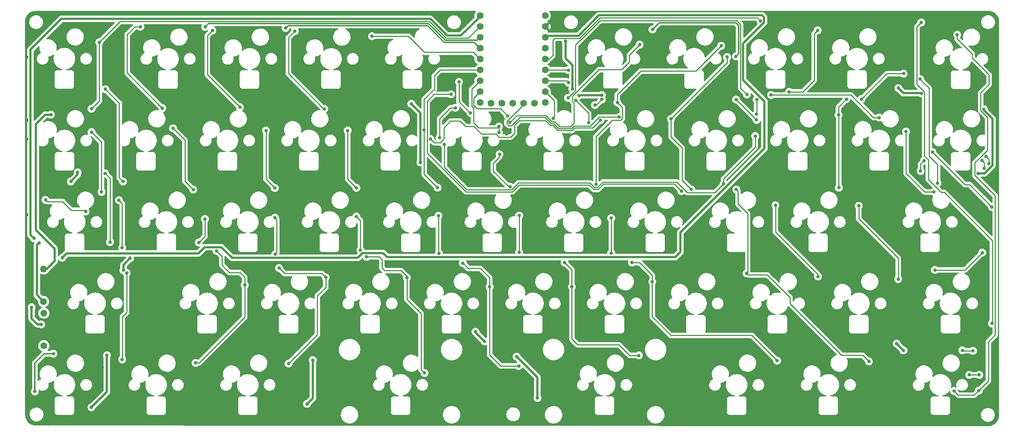
<source format=gbr>
G04 #@! TF.GenerationSoftware,KiCad,Pcbnew,(6.0.9)*
G04 #@! TF.CreationDate,2023-01-04T22:16:12+09:00*
G04 #@! TF.ProjectId,noraneko52r,6e6f7261-6e65-46b6-9f35-32722e6b6963,rev?*
G04 #@! TF.SameCoordinates,Original*
G04 #@! TF.FileFunction,Copper,L1,Top*
G04 #@! TF.FilePolarity,Positive*
%FSLAX46Y46*%
G04 Gerber Fmt 4.6, Leading zero omitted, Abs format (unit mm)*
G04 Created by KiCad (PCBNEW (6.0.9)) date 2023-01-04 22:16:12*
%MOMM*%
%LPD*%
G01*
G04 APERTURE LIST*
G04 #@! TA.AperFunction,ComponentPad*
%ADD10C,1.600000*%
G04 #@! TD*
G04 #@! TA.AperFunction,ComponentPad*
%ADD11O,1.600000X1.600000*%
G04 #@! TD*
G04 #@! TA.AperFunction,ViaPad*
%ADD12C,0.800000*%
G04 #@! TD*
G04 #@! TA.AperFunction,Conductor*
%ADD13C,0.250000*%
G04 #@! TD*
G04 #@! TA.AperFunction,Conductor*
%ADD14C,0.300000*%
G04 #@! TD*
G04 #@! TA.AperFunction,Conductor*
%ADD15C,0.500000*%
G04 #@! TD*
G04 APERTURE END LIST*
D10*
X108050000Y-98780000D03*
D11*
X108050000Y-91160000D03*
D10*
X210110000Y-31900000D03*
X210110000Y-34440000D03*
X210110000Y-36980000D03*
X210110000Y-39520000D03*
X210110000Y-42060000D03*
X210110000Y-44600000D03*
X210110000Y-47140000D03*
X210110000Y-49680000D03*
X210110000Y-52220000D03*
X212650000Y-52430000D03*
X215190000Y-52430000D03*
X217730000Y-52430000D03*
X220270000Y-52430000D03*
X222810000Y-52430000D03*
X225350000Y-52220000D03*
X225350000Y-49680000D03*
X225350000Y-47140000D03*
X225350000Y-44600000D03*
X225350000Y-42060000D03*
X225350000Y-39520000D03*
X225350000Y-36980000D03*
X225350000Y-34440000D03*
X225350000Y-31900000D03*
X108120000Y-109100000D03*
D11*
X108120000Y-101480000D03*
D12*
X205200000Y-47410000D03*
X207875500Y-54664500D03*
X227228400Y-55956200D03*
X269950000Y-41430000D03*
X250440000Y-35140000D03*
X329814500Y-76650000D03*
X315874400Y-63804800D03*
X235534200Y-56972200D03*
X230809800Y-47600200D03*
X232486200Y-51739800D03*
X329090000Y-66565800D03*
X328430000Y-64870000D03*
X117906800Y-77724000D03*
X108508800Y-74980800D03*
X230784400Y-44653200D03*
X313014500Y-46761400D03*
X317100800Y-71069200D03*
X329831100Y-103911400D03*
X275692100Y-33140000D03*
X313283600Y-33502600D03*
X122050000Y-122770000D03*
X104140000Y-36200000D03*
X248960000Y-108050000D03*
X274370000Y-71400000D03*
X311010000Y-64460000D03*
X324760000Y-117700000D03*
X303870000Y-109130000D03*
X104140000Y-122500000D03*
X211080000Y-97400000D03*
X219810000Y-100640000D03*
X135570000Y-105290000D03*
X104150000Y-78510000D03*
X125230000Y-104050000D03*
X314950000Y-127490000D03*
X269530000Y-95230000D03*
X201280000Y-45730000D03*
X257910000Y-100680000D03*
X182040000Y-108130000D03*
X236810000Y-49240000D03*
X127320000Y-113440000D03*
X317330000Y-51200000D03*
X123730000Y-33870000D03*
X116910000Y-59680000D03*
X172140000Y-81630000D03*
X107960000Y-92890000D03*
X123220000Y-109870000D03*
X181700000Y-100620000D03*
X221140000Y-107710000D03*
X109170000Y-31230000D03*
X214810000Y-71520000D03*
X154530000Y-105340000D03*
X163810000Y-87260000D03*
X141080000Y-72780000D03*
X274390000Y-33510000D03*
X269120000Y-105580000D03*
X202930000Y-66720000D03*
X205460000Y-62460000D03*
X311110000Y-44380000D03*
X328140000Y-73330000D03*
X192740000Y-58980000D03*
X148330000Y-62560000D03*
X213540000Y-105110000D03*
X331070000Y-107560000D03*
X172480000Y-50940000D03*
X127130000Y-46620000D03*
X232510000Y-90040000D03*
X253840000Y-111560000D03*
X180300000Y-65820000D03*
X224570000Y-62490000D03*
X199200000Y-52330000D03*
X104120000Y-41670000D03*
X249040000Y-89750000D03*
X144430000Y-79520000D03*
X108530000Y-112430000D03*
X142200000Y-65800000D03*
X317860000Y-113930000D03*
X234120000Y-31220000D03*
X186380000Y-49160000D03*
X306470000Y-59144500D03*
X147580000Y-45320000D03*
X241940000Y-84930000D03*
X123780000Y-44830000D03*
X145980000Y-77990000D03*
X328870000Y-100020000D03*
X110740000Y-120500000D03*
X255952500Y-65127500D03*
X327770000Y-47780000D03*
X162680000Y-100670000D03*
X252080000Y-102430000D03*
X320050000Y-109470000D03*
X143240000Y-86260000D03*
X317490000Y-89490000D03*
X239620000Y-72430000D03*
X312730000Y-81680000D03*
X302840000Y-112900000D03*
X266660000Y-40640000D03*
X290170000Y-37160000D03*
X275590000Y-36390000D03*
X242210000Y-79830000D03*
X288790000Y-119640000D03*
X208240000Y-31220000D03*
X158980000Y-59630000D03*
X289360000Y-103220000D03*
X117950000Y-101520000D03*
X109190000Y-127370000D03*
X111000000Y-49450000D03*
X180000000Y-72870000D03*
X153130000Y-119590000D03*
X312950000Y-51930000D03*
X278100000Y-79810000D03*
X122860000Y-51630000D03*
X222000000Y-83850000D03*
X283050000Y-40030000D03*
X117300000Y-109880000D03*
X120450000Y-65780000D03*
X314950000Y-119680000D03*
X312540000Y-62440000D03*
X104120000Y-113500000D03*
X118030000Y-106530000D03*
X111170000Y-55130000D03*
X199830000Y-64670000D03*
X275380000Y-121890000D03*
X325350000Y-91880000D03*
X199130000Y-78230000D03*
X216340000Y-59590000D03*
X135030000Y-51020000D03*
X265740000Y-57320000D03*
X320370000Y-63340000D03*
X229440000Y-45910000D03*
X317390000Y-100650000D03*
X267030000Y-120940000D03*
X296900000Y-122240000D03*
X245880000Y-50310000D03*
X268040000Y-51200000D03*
X305610000Y-84800000D03*
X147710000Y-108010000D03*
X161140000Y-65730000D03*
X321150000Y-77370000D03*
X228530000Y-38320000D03*
X321990000Y-90290000D03*
X326230000Y-31210000D03*
X229410000Y-43500000D03*
X108970000Y-103950000D03*
X327670000Y-58290000D03*
X251200000Y-37080000D03*
X289360000Y-45660000D03*
X301640000Y-87570000D03*
X240260000Y-54550000D03*
X207050000Y-52480000D03*
X314950000Y-76360000D03*
X266310000Y-108440000D03*
X318130000Y-79210000D03*
X263180000Y-118800000D03*
X262740000Y-62910000D03*
X202580000Y-70600000D03*
X219910000Y-72590000D03*
X108840000Y-95520000D03*
X280060000Y-84830000D03*
X172490000Y-43400000D03*
X294510000Y-83850000D03*
X238860000Y-100640000D03*
X107760000Y-71920000D03*
X317340000Y-46040000D03*
X273100000Y-60560000D03*
X229240000Y-51040000D03*
X326150000Y-127500000D03*
X183930000Y-83840000D03*
X250330000Y-59360000D03*
X248430000Y-81730000D03*
X185080000Y-127420000D03*
X108740000Y-69350000D03*
X326830000Y-112870000D03*
X203090000Y-83820000D03*
X129290000Y-37210000D03*
X247860000Y-113190000D03*
X311450000Y-87920000D03*
X121710000Y-114240000D03*
X238360000Y-43390000D03*
X153540000Y-43400000D03*
X155950000Y-103310000D03*
X253130000Y-119760000D03*
X181040000Y-121860000D03*
X104210000Y-95390000D03*
X111570000Y-100910000D03*
X133080000Y-31240000D03*
X235450000Y-52660000D03*
X243810000Y-62830000D03*
X280750000Y-109100000D03*
X261970000Y-79860000D03*
X217150000Y-111480000D03*
X240920000Y-66750000D03*
X122580000Y-71340000D03*
X122600000Y-88620000D03*
X142960000Y-70670000D03*
X129290000Y-62610000D03*
X286430000Y-127470000D03*
X115110000Y-44160000D03*
X295090000Y-116490000D03*
X104160000Y-117950000D03*
X160890000Y-78200000D03*
X191530000Y-43360000D03*
X166670000Y-45220000D03*
X155780000Y-127400000D03*
X268850000Y-110490000D03*
X110660000Y-44070000D03*
X180610000Y-45760000D03*
X189810000Y-102910000D03*
X273140000Y-107870000D03*
X200740000Y-108080000D03*
X271240000Y-50830000D03*
X121950000Y-101500000D03*
X167420000Y-62550000D03*
X331080000Y-122570000D03*
X191740000Y-114360000D03*
X324330000Y-81620000D03*
X295130000Y-54010000D03*
X328020000Y-76640000D03*
X146830000Y-83760000D03*
X200810000Y-100680000D03*
X186440000Y-62490000D03*
X308840000Y-72020000D03*
X131720000Y-119590000D03*
X322260000Y-83810000D03*
X143490000Y-100580000D03*
X331090000Y-58540000D03*
X286580000Y-81600000D03*
X229300000Y-81600000D03*
X123580000Y-97370000D03*
X229440000Y-114300000D03*
X153350000Y-50970000D03*
X318370000Y-71150000D03*
X326210000Y-62410000D03*
X111550000Y-90500000D03*
X104130000Y-60810000D03*
X162140000Y-31230000D03*
X171920000Y-53620000D03*
X211760000Y-127430000D03*
X307760000Y-100630000D03*
X206840000Y-56370000D03*
X320540000Y-92520000D03*
X107320000Y-79880000D03*
X118100000Y-58280000D03*
X277870000Y-56110000D03*
X213500000Y-108070000D03*
X257580000Y-43760000D03*
X188710000Y-119610000D03*
X207220000Y-43490000D03*
X275580000Y-65730000D03*
X276400000Y-42920000D03*
X304480000Y-34310000D03*
X134140000Y-81670000D03*
X113230000Y-82370000D03*
X269680000Y-102840000D03*
X106490000Y-55350000D03*
X320650000Y-85230000D03*
X331110000Y-36470000D03*
X237920000Y-127450000D03*
X241740000Y-116450000D03*
X124600000Y-114230000D03*
X139770000Y-121800000D03*
X295740000Y-43800000D03*
X232580000Y-64760000D03*
X134470000Y-43490000D03*
X160180000Y-57380000D03*
X301210000Y-39370000D03*
X232670000Y-103900000D03*
X261020000Y-84860000D03*
X307900000Y-102900000D03*
X110730000Y-63290000D03*
X263680000Y-127470000D03*
X112130000Y-93020000D03*
X295950000Y-100650000D03*
X153130000Y-81570000D03*
X190580000Y-50350000D03*
X179710000Y-78320000D03*
X239550000Y-109990000D03*
X236860000Y-36000000D03*
X230690000Y-122170000D03*
X134260000Y-53570000D03*
X298320000Y-31260000D03*
X174420000Y-102890000D03*
X267370000Y-81550000D03*
X273870000Y-46600000D03*
X147470000Y-37180000D03*
X214940000Y-66340000D03*
X290690000Y-113780000D03*
X227210000Y-31220000D03*
X104140000Y-56350000D03*
X331070000Y-73020000D03*
X211260000Y-111500000D03*
X168180000Y-108700000D03*
X230030000Y-111510000D03*
X198970000Y-72820000D03*
X271310000Y-89170000D03*
X251540000Y-45940000D03*
X295045000Y-64625000D03*
X277120000Y-31220000D03*
X160470000Y-38930000D03*
X249880000Y-52100000D03*
X210320000Y-81710000D03*
X318400000Y-108050000D03*
X305440000Y-77760000D03*
X179470000Y-38960000D03*
X306830000Y-50880000D03*
X217900000Y-78240000D03*
X151670000Y-104310000D03*
X127440000Y-127390000D03*
X315630000Y-41800000D03*
X112530000Y-98910000D03*
X272220000Y-35680000D03*
X234410000Y-59260000D03*
X177780000Y-112400000D03*
X329300000Y-53540000D03*
X277740000Y-60700000D03*
X300780000Y-62550000D03*
X164880000Y-83760000D03*
X230460000Y-98760000D03*
X236450000Y-119550000D03*
X313220000Y-107620000D03*
X170870000Y-89760000D03*
X285440000Y-39150000D03*
X244470000Y-55890000D03*
X328740000Y-85020000D03*
X125000000Y-83110000D03*
X162180000Y-70690000D03*
X118730000Y-48920000D03*
X160860000Y-72760000D03*
X277020000Y-100710000D03*
X222280000Y-118960000D03*
X199460000Y-31230000D03*
X127610000Y-34330000D03*
X175920000Y-105610000D03*
X152640000Y-53590000D03*
X181490000Y-70580000D03*
X292890000Y-60660000D03*
X153980000Y-98810000D03*
X248800000Y-41370000D03*
X324970000Y-106120000D03*
X191250000Y-81650000D03*
X113160000Y-38140000D03*
X281870000Y-62890000D03*
X128470000Y-75310000D03*
X198230000Y-119240000D03*
X313334400Y-50088800D03*
X230140447Y-37930447D03*
X194056000Y-52527200D03*
X107031100Y-85041100D03*
X196189600Y-66243200D03*
X326554500Y-68786408D03*
X116027200Y-68580000D03*
X233222800Y-50596800D03*
X309118000Y-110185200D03*
X209050000Y-105820000D03*
X126711546Y-91453092D03*
X307543200Y-108610400D03*
X171010000Y-112470000D03*
X218690000Y-111645100D03*
X119250000Y-123510000D03*
X169665000Y-122724500D03*
X238607600Y-50495200D03*
X211175600Y-108102400D03*
X128305000Y-88635000D03*
X231698800Y-49072800D03*
X114426400Y-70713600D03*
X223550000Y-121340000D03*
X122870000Y-111340000D03*
X327914000Y-53797200D03*
X307940000Y-48860000D03*
X327530000Y-65750000D03*
X328015600Y-67635600D03*
X125679200Y-75082400D03*
X119278400Y-59131200D03*
X121078600Y-38128600D03*
X121615200Y-73152000D03*
X119275918Y-53698082D03*
X127490000Y-92080000D03*
X126441200Y-112318800D03*
X126441200Y-86207600D03*
X143611600Y-113131600D03*
X148479500Y-86899500D03*
X145857328Y-34557328D03*
X145796000Y-79451200D03*
X130701200Y-34515500D03*
X143052800Y-72593200D03*
X138340000Y-58270000D03*
X144322800Y-84988400D03*
X135835879Y-53543200D03*
X155092400Y-94932400D03*
X153974800Y-53340000D03*
X165354000Y-113284000D03*
X160070800Y-58801000D03*
X163118800Y-90932000D03*
X162229800Y-87694900D03*
X147540400Y-35390400D03*
X162138418Y-72222418D03*
X162153600Y-79146400D03*
X164647328Y-34817328D03*
X174040800Y-93116400D03*
X197130000Y-115490000D03*
X179171600Y-58801000D03*
X181203600Y-72186800D03*
X181203600Y-78892400D03*
X193014600Y-93192600D03*
X183569097Y-88330000D03*
X173710600Y-53721000D03*
X166820900Y-35540900D03*
X182150000Y-86739500D03*
X184850000Y-36730000D03*
X200380600Y-78714600D03*
X200177400Y-72136000D03*
X200507600Y-87503000D03*
X197053200Y-58623200D03*
X206095600Y-89789000D03*
X219170000Y-113850000D03*
X212369400Y-95326200D03*
X247250000Y-111369500D03*
X214530000Y-57815500D03*
X231597200Y-95326200D03*
X214550000Y-59264500D03*
X217170000Y-71932800D03*
X247441568Y-38695196D03*
X219278200Y-78663800D03*
X217119200Y-56896000D03*
X214680800Y-64338200D03*
X229895400Y-89662000D03*
X219278200Y-87274400D03*
X237210600Y-71399400D03*
X216585800Y-55321200D03*
X250393200Y-94132400D03*
X240792000Y-79248000D03*
X266500000Y-38960000D03*
X240792000Y-87452200D03*
X245643400Y-89662000D03*
X279577800Y-112598200D03*
X242220000Y-52219202D03*
X257207701Y-72962299D03*
X259511800Y-72567800D03*
X270037800Y-72567800D03*
X267880000Y-41590000D03*
X203347400Y-50317400D03*
X254770000Y-56030000D03*
X301040800Y-112776000D03*
X272449501Y-92189900D03*
X274802600Y-51562000D03*
X267055600Y-71272400D03*
X282397200Y-49733200D03*
X279196800Y-76276200D03*
X274777200Y-54940200D03*
X289153600Y-92913200D03*
X204360000Y-53480000D03*
X201770000Y-62050000D03*
X274472400Y-60071000D03*
X289060000Y-35350238D03*
X200660000Y-60472741D03*
X293940000Y-55140000D03*
X238607100Y-51494702D03*
X307898800Y-93522800D03*
X295783000Y-51435000D03*
X298678600Y-76377800D03*
X274777200Y-56311800D03*
X270002000Y-51536600D03*
X236969300Y-52819300D03*
X309168800Y-45491400D03*
X294030400Y-72161400D03*
X299288200Y-51435000D03*
X278155400Y-50469800D03*
X303470000Y-55740000D03*
X230674200Y-51164200D03*
X309727600Y-59029600D03*
X272516600Y-50368200D03*
X316250000Y-73140000D03*
X242686000Y-55626000D03*
X109790000Y-55060000D03*
X112420400Y-88544400D03*
X105271700Y-100120000D03*
X107518200Y-104114600D03*
X105810000Y-84000000D03*
X106040000Y-119800000D03*
X110370000Y-110970000D03*
X321678300Y-36378300D03*
X320954400Y-119684800D03*
X326745600Y-119583200D03*
X326844400Y-115925600D03*
X324510400Y-115925600D03*
X322884800Y-110185200D03*
X325374000Y-110286800D03*
X122462000Y-68800000D03*
X123596400Y-84886800D03*
X126644400Y-70713600D03*
X122529600Y-49123600D03*
X198504500Y-60744100D03*
X238258552Y-56350500D03*
X313930000Y-65830000D03*
X313131200Y-68264500D03*
X327558400Y-87325200D03*
X316484000Y-91389200D03*
D13*
X227506100Y-55678500D02*
X227228400Y-55956200D01*
D14*
X269938248Y-33560000D02*
X270560000Y-34181752D01*
D13*
X205200000Y-52074500D02*
X205200000Y-47410000D01*
X227506100Y-51836100D02*
X227506100Y-55678500D01*
D14*
X270560000Y-34181752D02*
X270560000Y-40820000D01*
X250440000Y-35140000D02*
X252020000Y-33560000D01*
D13*
X225350000Y-49680000D02*
X227506100Y-51836100D01*
X207790000Y-54664500D02*
X205200000Y-52074500D01*
D14*
X252020000Y-33560000D02*
X269938248Y-33560000D01*
D13*
X207875500Y-54664500D02*
X207790000Y-54664500D01*
D14*
X270560000Y-40820000D02*
X269950000Y-41430000D01*
D13*
X230809800Y-47600200D02*
X230349600Y-47140000D01*
X235534200Y-54787800D02*
X235534200Y-56972200D01*
X322720000Y-70670000D02*
X322720000Y-70640000D01*
X329814500Y-76650000D02*
X329807300Y-76650000D01*
X323469700Y-71419700D02*
X322720000Y-70670000D01*
X322720000Y-70640000D02*
X322709600Y-70640000D01*
X232486200Y-51739800D02*
X235534200Y-54787800D01*
X322709600Y-70640000D02*
X315874400Y-63804800D01*
X324577000Y-71419700D02*
X323469700Y-71419700D01*
X230349600Y-47140000D02*
X225350000Y-47140000D01*
X329807300Y-76650000D02*
X324577000Y-71419700D01*
X329090000Y-65530000D02*
X329090000Y-66565800D01*
X328430000Y-64870000D02*
X329090000Y-65530000D01*
X108938000Y-75410000D02*
X108508800Y-74980800D01*
X117602800Y-77420000D02*
X114570000Y-77420000D01*
X112560000Y-75410000D02*
X108938000Y-75410000D01*
X117906800Y-77724000D02*
X117602800Y-77420000D01*
X114570000Y-77420000D02*
X112560000Y-75410000D01*
X317100800Y-71069200D02*
X317100800Y-66690800D01*
X315149400Y-64739400D02*
X315149400Y-48896300D01*
X317100800Y-66690800D02*
X315149400Y-64739400D01*
X230731200Y-44600000D02*
X230784400Y-44653200D01*
X315149400Y-48896300D02*
X313014500Y-46761400D01*
X225350000Y-44600000D02*
X230731200Y-44600000D01*
X226260000Y-42060000D02*
X225350000Y-42060000D01*
X233367725Y-37205447D02*
X227484553Y-37205447D01*
X329930000Y-84524879D02*
X318663359Y-73258238D01*
X275692100Y-33140000D02*
X274987100Y-32435000D01*
X314923000Y-65638095D02*
X314059400Y-64774495D01*
X314923000Y-70233000D02*
X314923000Y-65638095D01*
X274987100Y-32435000D02*
X238138172Y-32435000D01*
X329930000Y-103812500D02*
X329930000Y-84524879D01*
X227130000Y-41190000D02*
X226260000Y-42060000D01*
X329831100Y-103911400D02*
X329930000Y-103812500D01*
X227130000Y-37560000D02*
X227130000Y-41190000D01*
X227484553Y-37205447D02*
X227130000Y-37560000D01*
X314059400Y-64774495D02*
X314059400Y-49788495D01*
X312290000Y-34496200D02*
X313283600Y-33502600D01*
X317948238Y-73258238D02*
X314923000Y-70233000D01*
X238138172Y-32435000D02*
X233367725Y-37205447D01*
X312290000Y-48019095D02*
X312290000Y-34496200D01*
X318663359Y-73258238D02*
X317948238Y-73258238D01*
X314059400Y-49788495D02*
X312290000Y-48019095D01*
D15*
X225500000Y-34290000D02*
X225350000Y-34440000D01*
X196189600Y-54660800D02*
X194056000Y-52527200D01*
X116027200Y-69112800D02*
X114426400Y-70713600D01*
X233324400Y-50495200D02*
X238607600Y-50495200D01*
X313283600Y-50038000D02*
X313334400Y-50088800D01*
X171010000Y-121379500D02*
X171010000Y-112470000D01*
X126711546Y-90228454D02*
X126711546Y-91453092D01*
X223550000Y-121340000D02*
X223550000Y-116505100D01*
X106480000Y-85592200D02*
X106480000Y-97210000D01*
X122870000Y-119890000D02*
X119250000Y-123510000D01*
X169665000Y-122724500D02*
X171010000Y-121379500D01*
X106480000Y-97210000D02*
X108050000Y-98780000D01*
X326554500Y-68786408D02*
X328071474Y-68786408D01*
X231698800Y-43484800D02*
X231698800Y-49072800D01*
X329940000Y-66917882D02*
X329940000Y-56030000D01*
X233222800Y-50596800D02*
X233324400Y-50495200D01*
X122870000Y-111340000D02*
X122870000Y-119890000D01*
X230140447Y-41926447D02*
X231698800Y-43484800D01*
X230140447Y-37930447D02*
X230140447Y-41926447D01*
X209050000Y-105976800D02*
X209050000Y-105820000D01*
X196189600Y-66243200D02*
X196189600Y-54660800D01*
X309118000Y-50038000D02*
X313283600Y-50038000D01*
X329940000Y-56030000D02*
X327914000Y-54004000D01*
X116027200Y-68580000D02*
X116027200Y-69112800D01*
X211175600Y-108102400D02*
X209050000Y-105976800D01*
X327914000Y-54004000D02*
X327914000Y-53797200D01*
X307543200Y-108610400D02*
X309118000Y-110185200D01*
X223550000Y-116505100D02*
X218690000Y-111645100D01*
X128305000Y-88635000D02*
X126711546Y-90228454D01*
X328071474Y-68786408D02*
X329940000Y-66917882D01*
X307940000Y-48860000D02*
X309118000Y-50038000D01*
X107031100Y-85041100D02*
X106480000Y-85592200D01*
D13*
X328015600Y-67635600D02*
X328015600Y-66235600D01*
X328015600Y-66235600D02*
X327530000Y-65750000D01*
X126492000Y-102362000D02*
X126492000Y-112268000D01*
X126441200Y-75844400D02*
X126441200Y-86207600D01*
X125947000Y-33260200D02*
X198267028Y-33260200D01*
X121615200Y-61468000D02*
X121615200Y-73152000D01*
X198267028Y-33260200D02*
X202171828Y-37165000D01*
X127490000Y-92080000D02*
X127490000Y-101364000D01*
X121110000Y-51864000D02*
X119275918Y-53698082D01*
X207385000Y-37165000D02*
X210110000Y-34440000D01*
X126492000Y-112268000D02*
X126441200Y-112318800D01*
X202171828Y-37165000D02*
X207385000Y-37165000D01*
X127490000Y-101364000D02*
X126492000Y-102362000D01*
X121078600Y-38128600D02*
X125947000Y-33260200D01*
X121078600Y-38128600D02*
X121110000Y-38160000D01*
X121110000Y-38160000D02*
X121110000Y-51864000D01*
X125679200Y-75082400D02*
X126441200Y-75844400D01*
X119278400Y-59131200D02*
X121615200Y-61468000D01*
X155092400Y-94932400D02*
X155092400Y-102438200D01*
X127609600Y-36322000D02*
X127609600Y-45316921D01*
D14*
X209450000Y-37640000D02*
X201975076Y-37640000D01*
D13*
X145796000Y-79451200D02*
X145796000Y-83515200D01*
D14*
X210110000Y-36980000D02*
X209450000Y-37640000D01*
X146679456Y-33735200D02*
X145857328Y-34557328D01*
D13*
X151500000Y-91980000D02*
X154000000Y-91980000D01*
X138340000Y-58270000D02*
X141122400Y-61052400D01*
X129416100Y-34515500D02*
X127609600Y-36322000D01*
D14*
X198070276Y-33735200D02*
X146679456Y-33735200D01*
D13*
X148479500Y-86899500D02*
X149758400Y-88178400D01*
X149758400Y-90238400D02*
X151500000Y-91980000D01*
X149758400Y-88178400D02*
X149758400Y-90238400D01*
X130701200Y-34515500D02*
X129416100Y-34515500D01*
X127609600Y-45316921D02*
X135835879Y-53543200D01*
X155092400Y-93072400D02*
X155092400Y-94932400D01*
X144399000Y-113131600D02*
X143611600Y-113131600D01*
X155092400Y-102438200D02*
X144399000Y-113131600D01*
X141122400Y-61052400D02*
X141122400Y-70662800D01*
D14*
X201975076Y-37640000D02*
X198070276Y-33735200D01*
D13*
X154000000Y-91980000D02*
X155092400Y-93072400D01*
X145796000Y-83515200D02*
X144322800Y-84988400D01*
X141122400Y-70662800D02*
X143052800Y-72593200D01*
D14*
X210110000Y-39520000D02*
X208730000Y-38140000D01*
D13*
X162138418Y-72222418D02*
X160070800Y-70154800D01*
X162590000Y-87334700D02*
X162590000Y-83445305D01*
D14*
X201767970Y-38140000D02*
X197863170Y-34235200D01*
D13*
X174040800Y-95453200D02*
X174040800Y-93116400D01*
X147540400Y-35390400D02*
X146380200Y-36550600D01*
X173134400Y-92210000D02*
X164396800Y-92210000D01*
X174040800Y-93116400D02*
X173134400Y-92210000D01*
X162590000Y-82834695D02*
X162590000Y-79582800D01*
X162590000Y-79582800D02*
X162153600Y-79146400D01*
X165354000Y-113284000D02*
X172060000Y-106578000D01*
X172060000Y-97434000D02*
X174040800Y-95453200D01*
X160070800Y-70154800D02*
X160070800Y-58801000D01*
X162585000Y-82839695D02*
X162590000Y-82834695D01*
X162585000Y-83440305D02*
X162585000Y-82839695D01*
X172060000Y-106578000D02*
X172060000Y-97434000D01*
X162229800Y-87694900D02*
X162590000Y-87334700D01*
D14*
X165229456Y-34235200D02*
X164647328Y-34817328D01*
X197863170Y-34235200D02*
X165229456Y-34235200D01*
D13*
X162590000Y-83445305D02*
X162585000Y-83440305D01*
X146380200Y-36550600D02*
X146380200Y-45745400D01*
X146380200Y-45745400D02*
X153974800Y-53340000D01*
D14*
X208730000Y-38140000D02*
X201767970Y-38140000D01*
D13*
X164396800Y-92210000D02*
X163118800Y-90932000D01*
X208530000Y-40480000D02*
X210110000Y-42060000D01*
X191702200Y-91550000D02*
X193014600Y-92862400D01*
X182150000Y-86739500D02*
X182150000Y-79838800D01*
X184850000Y-36730000D02*
X193380000Y-36730000D01*
X187170000Y-88960000D02*
X187170000Y-90920000D01*
X193014600Y-92862400D02*
X193014600Y-93192600D01*
X166820900Y-35540900D02*
X165328600Y-37033200D01*
X179171600Y-58801000D02*
X179171600Y-70154800D01*
X182150000Y-79838800D02*
X181203600Y-78892400D01*
X187170000Y-90920000D02*
X187800000Y-91550000D01*
X186540000Y-88330000D02*
X187170000Y-88960000D01*
X197130000Y-40480000D02*
X208530000Y-40480000D01*
X197130000Y-115490000D02*
X196320000Y-114680000D01*
X165328600Y-45466000D02*
X173583600Y-53721000D01*
X173583600Y-53721000D02*
X173710600Y-53721000D01*
X179171600Y-70154800D02*
X181203600Y-72186800D01*
X196320000Y-114680000D02*
X196320000Y-101552600D01*
X165328600Y-37033200D02*
X165328600Y-45466000D01*
X193380000Y-36730000D02*
X197130000Y-40480000D01*
X187800000Y-91550000D02*
X191702200Y-91550000D01*
X196320000Y-101552600D02*
X193014600Y-98247200D01*
X193014600Y-98247200D02*
X193014600Y-93192600D01*
X183569097Y-88330000D02*
X186540000Y-88330000D01*
X200380600Y-78714600D02*
X200380600Y-87376000D01*
X200380600Y-87376000D02*
X200507600Y-87503000D01*
X197053200Y-58623200D02*
X197053200Y-69011800D01*
X197053200Y-69011800D02*
X200177400Y-72136000D01*
X212369400Y-93192600D02*
X212369400Y-95326200D01*
X197053200Y-51460400D02*
X199440800Y-49072800D01*
X207340200Y-91033600D02*
X210210400Y-91033600D01*
X206095600Y-89789000D02*
X207340200Y-91033600D01*
X200812400Y-44627800D02*
X210082200Y-44627800D01*
X212369400Y-111226600D02*
X212369400Y-95326200D01*
X199440800Y-49072800D02*
X199440800Y-45999400D01*
X219170000Y-113850000D02*
X214992800Y-113850000D01*
X210082200Y-44627800D02*
X210110000Y-44600000D01*
X197053200Y-58623200D02*
X197053200Y-51460400D01*
X210210400Y-91033600D02*
X212369400Y-93192600D01*
X214992800Y-113850000D02*
X212369400Y-111226600D01*
X199440800Y-45999400D02*
X200812400Y-44627800D01*
X214550000Y-59264500D02*
X214530000Y-59244500D01*
X231597200Y-107543600D02*
X231597200Y-95326200D01*
X243241751Y-44550000D02*
X237948800Y-44550000D01*
X228728240Y-57858240D02*
X227551200Y-56681200D01*
X214530000Y-59244500D02*
X214530000Y-57815500D01*
X225476895Y-55230000D02*
X218785200Y-55230000D01*
X227551200Y-56681200D02*
X226928095Y-56681200D01*
X208160000Y-53076396D02*
X208160000Y-49090000D01*
X208160000Y-49090000D02*
X210110000Y-47140000D01*
X213210000Y-68270000D02*
X216872800Y-71932800D01*
X231597200Y-91363800D02*
X229895400Y-89662000D01*
X216872800Y-71932800D02*
X217170000Y-71932800D01*
X208600000Y-53516396D02*
X208160000Y-53076396D01*
X208600000Y-56931205D02*
X208600000Y-53516396D01*
X232070000Y-57050000D02*
X231261760Y-57858240D01*
X214680800Y-64338200D02*
X214680800Y-64947800D01*
X226928095Y-56681200D02*
X225476895Y-55230000D01*
X245067249Y-111369500D02*
X242587549Y-108889800D01*
X245033917Y-41102847D02*
X245033917Y-42757834D01*
X213210000Y-66418600D02*
X213210000Y-68270000D01*
X245033917Y-42757834D02*
X243241751Y-44550000D01*
X231597200Y-95326200D02*
X231597200Y-91363800D01*
X237948800Y-44550000D02*
X231761200Y-50737600D01*
X232943400Y-108889800D02*
X231597200Y-107543600D01*
X214195500Y-58150000D02*
X209818795Y-58150000D01*
X209818795Y-58150000D02*
X208600000Y-56931205D01*
X219278200Y-87274400D02*
X219278200Y-78663800D01*
X247250000Y-111369500D02*
X245067249Y-111369500D01*
X242587549Y-108889800D02*
X232943400Y-108889800D01*
X218785200Y-55230000D02*
X217119200Y-56896000D01*
X231761200Y-50737600D02*
X231761200Y-52040105D01*
X231261760Y-57858240D02*
X228728240Y-57858240D01*
X231761200Y-52040105D02*
X232070000Y-52348905D01*
X214530000Y-57815500D02*
X214195500Y-58150000D01*
X232070000Y-52348905D02*
X232070000Y-57050000D01*
X214680800Y-64947800D02*
X213210000Y-66418600D01*
X247441568Y-38695196D02*
X245033917Y-41102847D01*
X242220000Y-52219202D02*
X243411000Y-53410202D01*
X214944600Y-53680000D02*
X209400000Y-53680000D01*
X250393200Y-102363200D02*
X254730000Y-106700000D01*
X254730000Y-106700000D02*
X273679600Y-106700000D01*
X250393200Y-94132400D02*
X250393200Y-102363200D01*
X247694700Y-44862500D02*
X260597500Y-44862500D01*
X250393200Y-92633800D02*
X247421400Y-89662000D01*
X242220000Y-50337200D02*
X247694700Y-44862500D01*
X209400000Y-53680000D02*
X208610000Y-52890000D01*
X237210600Y-60159400D02*
X237210600Y-71399400D01*
X208610000Y-51180000D02*
X210110000Y-49680000D01*
X247421400Y-89662000D02*
X245643400Y-89662000D01*
X242220000Y-52219202D02*
X242220000Y-50337200D01*
X273679600Y-106700000D02*
X279577800Y-112598200D01*
X216585800Y-55321200D02*
X214944600Y-53680000D01*
X243411000Y-53410202D02*
X243411000Y-55926305D01*
X260597500Y-44862500D02*
X266500000Y-38960000D01*
X242986305Y-56351000D02*
X241019000Y-56351000D01*
X243411000Y-55926305D02*
X242986305Y-56351000D01*
X241019000Y-56351000D02*
X237210600Y-60159400D01*
X240792000Y-79248000D02*
X240792000Y-87452200D01*
X250393200Y-94132400D02*
X250393200Y-92633800D01*
X208610000Y-52890000D02*
X208610000Y-51180000D01*
X282600000Y-99280000D02*
X294678238Y-111358238D01*
X257207701Y-72962299D02*
X255525402Y-71280000D01*
X294678238Y-111358238D02*
X299623038Y-111358238D01*
X270440000Y-75970000D02*
X272710000Y-78240000D01*
X254770000Y-60256800D02*
X254770000Y-56030000D01*
X272449501Y-92189900D02*
X272809601Y-92550000D01*
X217656701Y-73107800D02*
X206837800Y-73107800D01*
X270037800Y-72567800D02*
X270440000Y-72970000D01*
X219274501Y-71490000D02*
X217656701Y-73107800D01*
X255525402Y-71280000D02*
X238991701Y-71280000D01*
X197780000Y-51930000D02*
X199392600Y-50317400D01*
X235639499Y-71490000D02*
X219274501Y-71490000D01*
X257378200Y-70434200D02*
X257378200Y-62865000D01*
X267880000Y-41590000D02*
X267880000Y-42899251D01*
X259511800Y-72567800D02*
X257378200Y-70434200D01*
X237697301Y-72574400D02*
X236723899Y-72574400D01*
X272710000Y-78240000D02*
X272710000Y-91929401D01*
X282600000Y-97840000D02*
X282600000Y-99280000D01*
X272809601Y-92550000D02*
X277310000Y-92550000D01*
X277310000Y-92550000D02*
X282600000Y-97840000D01*
X197780000Y-64050000D02*
X197780000Y-51930000D01*
X267880000Y-42899251D02*
X254770000Y-56009251D01*
X272710000Y-91929401D02*
X272449501Y-92189900D01*
X257378200Y-62865000D02*
X254770000Y-60256800D01*
X270440000Y-72970000D02*
X270440000Y-75970000D01*
X199392600Y-50317400D02*
X203347400Y-50317400D01*
X206837800Y-73107800D02*
X197780000Y-64050000D01*
X236723899Y-72574400D02*
X235639499Y-71490000D01*
X238991701Y-71280000D02*
X237697301Y-72574400D01*
X299623038Y-111358238D02*
X301040800Y-112776000D01*
X258562800Y-73292800D02*
X265035200Y-73292800D01*
X256080000Y-70810000D02*
X258562800Y-73292800D01*
X207024197Y-72657800D02*
X217470305Y-72657800D01*
X201770000Y-62050000D02*
X201770000Y-67403604D01*
X219088105Y-71040000D02*
X235825895Y-71040000D01*
X288264600Y-47066200D02*
X285597600Y-49733200D01*
X201140000Y-55530000D02*
X203190000Y-53480000D01*
X267055600Y-70078600D02*
X267055600Y-71272400D01*
X201770000Y-67403604D02*
X207024197Y-72657800D01*
X274802600Y-51562000D02*
X274802600Y-54914800D01*
X200660000Y-56000000D02*
X201130000Y-55530000D01*
X274472400Y-60071000D02*
X274472400Y-62661800D01*
X235825895Y-71040000D02*
X236910295Y-72124400D01*
X274472400Y-62661800D02*
X267055600Y-70078600D01*
X289153600Y-92913200D02*
X289153600Y-92453600D01*
X285597600Y-49733200D02*
X282397200Y-49733200D01*
X288264600Y-36145638D02*
X288264600Y-47066200D01*
X274802600Y-54914800D02*
X274777200Y-54940200D01*
X201130000Y-55530000D02*
X201140000Y-55530000D01*
X289060000Y-35350238D02*
X288264600Y-36145638D01*
X265035200Y-73292800D02*
X267055600Y-71272400D01*
X200660000Y-60472741D02*
X200660000Y-56000000D01*
X237510905Y-72124400D02*
X238825305Y-70810000D01*
X238825305Y-70810000D02*
X256080000Y-70810000D01*
X236910295Y-72124400D02*
X237510905Y-72124400D01*
X279196800Y-82496800D02*
X279196800Y-76276200D01*
X203190000Y-53480000D02*
X204360000Y-53480000D01*
X217470305Y-72657800D02*
X219088105Y-71040000D01*
X289153600Y-92453600D02*
X279196800Y-82496800D01*
X293979600Y-72110600D02*
X294030400Y-72161400D01*
X236969300Y-52819300D02*
X237282502Y-52819300D01*
X293954200Y-53263800D02*
X295783000Y-51435000D01*
X305231800Y-45491400D02*
X299288200Y-51435000D01*
X307898800Y-93522800D02*
X307898800Y-88638800D01*
X293940000Y-55140000D02*
X293954200Y-55125800D01*
X293979600Y-55179600D02*
X293979600Y-72110600D01*
X309168800Y-45491400D02*
X305231800Y-45491400D01*
X293954200Y-55125800D02*
X293954200Y-53263800D01*
X298678600Y-79418600D02*
X298678600Y-76377800D01*
X237282502Y-52819300D02*
X238607100Y-51494702D01*
X293940000Y-55140000D02*
X293979600Y-55179600D01*
X307898800Y-88638800D02*
X298678600Y-79418600D01*
X270002000Y-51536600D02*
X274777200Y-56311800D01*
X314084400Y-73140000D02*
X309727600Y-68783200D01*
X271035000Y-48886600D02*
X272516600Y-50368200D01*
X296849800Y-50469800D02*
X278155400Y-50469800D01*
X230674200Y-51164200D02*
X232423800Y-49414600D01*
X232423800Y-49414600D02*
X232423800Y-38776200D01*
X271035000Y-33985000D02*
X271035000Y-48886600D01*
X232423800Y-38776200D02*
X233544553Y-37655447D01*
X316250000Y-73140000D02*
X314084400Y-73140000D01*
X270135000Y-33085000D02*
X271035000Y-33985000D01*
X233554121Y-37655447D02*
X238124568Y-33085000D01*
X309727600Y-68783200D02*
X309727600Y-59029600D01*
X302120000Y-55740000D02*
X296849800Y-50469800D01*
X233544553Y-37655447D02*
X233554121Y-37655447D01*
X303470000Y-55740000D02*
X302120000Y-55740000D01*
X238124568Y-33085000D02*
X270135000Y-33085000D01*
X217499000Y-57621000D02*
X216818895Y-57621000D01*
X216394200Y-56595695D02*
X220270000Y-52719895D01*
X225290499Y-55680000D02*
X219440000Y-55680000D01*
X220270000Y-52719895D02*
X220270000Y-52430000D01*
X219440000Y-55680000D02*
X217499000Y-57621000D01*
X237956505Y-55626000D02*
X235862505Y-57720000D01*
X226741699Y-57131200D02*
X225290499Y-55680000D01*
X216818895Y-57621000D02*
X216394200Y-57196305D01*
X235862505Y-57720000D02*
X232036396Y-57720000D01*
X216394200Y-57196305D02*
X216394200Y-56595695D01*
X242686000Y-55626000D02*
X237956505Y-55626000D01*
X228541844Y-58308240D02*
X227364804Y-57131200D01*
X227364804Y-57131200D02*
X226741699Y-57131200D01*
X231448156Y-58308240D02*
X228541844Y-58308240D01*
X232036396Y-57720000D02*
X231448156Y-58308240D01*
D15*
X109790000Y-55060000D02*
X108460000Y-55060000D01*
X108770000Y-91160000D02*
X108050000Y-91160000D01*
X106220000Y-82005518D02*
X110620000Y-86405518D01*
X110620000Y-86405518D02*
X110620000Y-89310000D01*
X110620000Y-89310000D02*
X108770000Y-91160000D01*
X106220000Y-57300000D02*
X106220000Y-82005518D01*
X108460000Y-55060000D02*
X106220000Y-57300000D01*
X276541600Y-32301600D02*
X276100000Y-31860000D01*
X276541600Y-33492582D02*
X276541600Y-32301600D01*
X145742082Y-86050000D02*
X149617918Y-86050000D01*
X152112818Y-88544900D02*
X181546682Y-88544900D01*
X187430000Y-87440000D02*
X188343000Y-88353000D01*
X256957499Y-82612501D02*
X276631400Y-62938600D01*
X181546682Y-88544900D02*
X182651582Y-87440000D01*
X149617918Y-86050000D02*
X152112818Y-88544900D01*
X188343000Y-88353000D02*
X255777000Y-88353000D01*
X144242082Y-87550000D02*
X145742082Y-86050000D01*
X256957499Y-87172501D02*
X256957499Y-82612501D01*
X271610000Y-38424182D02*
X276541600Y-33492582D01*
X225699553Y-36630447D02*
X225350000Y-36980000D01*
X233129553Y-36630447D02*
X225699553Y-36630447D01*
X271610000Y-46980000D02*
X271610000Y-38424182D01*
X276631400Y-62938600D02*
X276631400Y-52001400D01*
X113414800Y-87550000D02*
X144242082Y-87550000D01*
X237900000Y-31860000D02*
X233129553Y-36630447D01*
X182651582Y-87440000D02*
X187430000Y-87440000D01*
X276100000Y-31860000D02*
X237900000Y-31860000D01*
X255777000Y-88353000D02*
X256957499Y-87172501D01*
X112420400Y-88544400D02*
X113414800Y-87550000D01*
X276631400Y-52001400D02*
X271610000Y-46980000D01*
X106654600Y-104114600D02*
X107518200Y-104114600D01*
X105810000Y-84000000D02*
X105010000Y-83200000D01*
X198505200Y-32685200D02*
X202410000Y-36590000D01*
X105010000Y-39880000D02*
X112204800Y-32685200D01*
X105271700Y-102731700D02*
X106654600Y-104114600D01*
X105010000Y-83200000D02*
X105010000Y-39880000D01*
X202410000Y-36590000D02*
X205650000Y-36590000D01*
X105271700Y-100120000D02*
X105271700Y-102731700D01*
X210110000Y-32130000D02*
X210110000Y-31900000D01*
X205650000Y-36590000D02*
X210110000Y-32130000D01*
X112204800Y-32685200D02*
X198505200Y-32685200D01*
D14*
X106040000Y-113160000D02*
X106040000Y-119800000D01*
X110370000Y-110970000D02*
X108230000Y-110970000D01*
X108230000Y-110970000D02*
X106040000Y-113160000D01*
D13*
X321678300Y-36378300D02*
X321678300Y-37318300D01*
X328980000Y-108170000D02*
X328980000Y-117348800D01*
X327665305Y-64490000D02*
X327620000Y-64490000D01*
X325829500Y-66280500D02*
X325829500Y-69279500D01*
X328980000Y-117348800D02*
X326745600Y-119583200D01*
X325200000Y-40840000D02*
X325200000Y-41810000D01*
X329110000Y-45720000D02*
X329110000Y-48050000D01*
X320954400Y-119684800D02*
X321939600Y-120670000D01*
X321939600Y-120670000D02*
X325658800Y-120670000D01*
X321678300Y-37318300D02*
X325200000Y-40840000D01*
X327620000Y-64490000D02*
X325829500Y-66280500D01*
X325200000Y-41810000D02*
X329110000Y-45720000D01*
X329110000Y-48050000D02*
X327189000Y-49971000D01*
X327189000Y-49971000D02*
X327189000Y-54097505D01*
X328765919Y-63389386D02*
X327665305Y-64490000D01*
X325829500Y-69279500D02*
X330565000Y-74015000D01*
X330565000Y-106585000D02*
X328980000Y-108170000D01*
X325658800Y-120670000D02*
X326745600Y-119583200D01*
X327189000Y-54097505D02*
X328765919Y-55674424D01*
X328765919Y-55674424D02*
X328765919Y-63389386D01*
X330565000Y-74015000D02*
X330565000Y-106585000D01*
X324510400Y-115925600D02*
X326844400Y-115925600D01*
X325374000Y-110286800D02*
X322986400Y-110286800D01*
X322986400Y-110286800D02*
X322884800Y-110185200D01*
X122462000Y-68800000D02*
X123596400Y-69934400D01*
X123596400Y-69934400D02*
X123596400Y-84886800D01*
X126644400Y-70713600D02*
X125755917Y-69825117D01*
X125755917Y-52349917D02*
X122529600Y-49123600D01*
X125755917Y-69825117D02*
X125755917Y-52349917D01*
X232222792Y-58170000D02*
X236439052Y-58170000D01*
X228355448Y-58758240D02*
X231634552Y-58758240D01*
X213825000Y-59564805D02*
X214575195Y-60315000D01*
X231634552Y-58758240D02*
X232222792Y-58170000D01*
X208687298Y-57817298D02*
X210434805Y-59564805D01*
X198504500Y-60744100D02*
X199420400Y-61660000D01*
X203230000Y-56580000D02*
X205490000Y-56580000D01*
X236439052Y-58170000D02*
X238258552Y-56350500D01*
X218155000Y-59440305D02*
X218155000Y-57601396D01*
X225404103Y-56430000D02*
X226555303Y-57581200D01*
X206727298Y-57817298D02*
X208687298Y-57817298D01*
X226555303Y-57581200D02*
X227178408Y-57581200D01*
X210434805Y-59564805D02*
X213825000Y-59564805D01*
X214575195Y-60315000D02*
X217280305Y-60315000D01*
X218155000Y-57601396D02*
X219326396Y-56430000D01*
X219326396Y-56430000D02*
X225404103Y-56430000D01*
X201690000Y-58120000D02*
X203230000Y-56580000D01*
X227178408Y-57581200D02*
X228355448Y-58758240D01*
X217280305Y-60315000D02*
X218155000Y-59440305D01*
X205490000Y-56580000D02*
X206727298Y-57817298D01*
X200840000Y-61660000D02*
X201690000Y-60810000D01*
X199420400Y-61660000D02*
X200840000Y-61660000D01*
X201690000Y-60810000D02*
X201690000Y-58120000D01*
X313131200Y-66628800D02*
X313131200Y-68264500D01*
X313930000Y-65830000D02*
X313131200Y-66628800D01*
X323494400Y-91389200D02*
X316484000Y-91389200D01*
X327558400Y-87325200D02*
X323494400Y-91389200D01*
G04 #@! TA.AperFunction,Conductor*
G36*
X209114933Y-30828502D02*
G01*
X209161426Y-30882158D01*
X209171530Y-30952432D01*
X209142036Y-31017012D01*
X209135907Y-31023595D01*
X209103802Y-31055700D01*
X209100645Y-31060208D01*
X209100643Y-31060211D01*
X209058730Y-31120069D01*
X208972477Y-31243251D01*
X208970154Y-31248233D01*
X208970151Y-31248238D01*
X208878039Y-31445775D01*
X208875716Y-31450757D01*
X208874294Y-31456065D01*
X208874293Y-31456067D01*
X208817881Y-31666598D01*
X208816457Y-31671913D01*
X208796502Y-31900000D01*
X208816457Y-32128087D01*
X208817881Y-32133400D01*
X208817881Y-32133402D01*
X208844707Y-32233518D01*
X208843017Y-32304494D01*
X208812095Y-32355224D01*
X205372724Y-35794595D01*
X205310412Y-35828621D01*
X205283629Y-35831500D01*
X202776371Y-35831500D01*
X202708250Y-35811498D01*
X202687276Y-35794595D01*
X200352681Y-33460000D01*
X202416526Y-33460000D01*
X202436391Y-33712403D01*
X202437545Y-33717210D01*
X202437546Y-33717216D01*
X202468538Y-33846306D01*
X202495495Y-33958591D01*
X202497388Y-33963162D01*
X202497389Y-33963164D01*
X202587813Y-34181466D01*
X202592384Y-34192502D01*
X202724672Y-34408376D01*
X202889102Y-34600898D01*
X203081624Y-34765328D01*
X203297498Y-34897616D01*
X203302068Y-34899509D01*
X203302072Y-34899511D01*
X203526836Y-34992611D01*
X203531409Y-34994505D01*
X203616032Y-35014821D01*
X203772784Y-35052454D01*
X203772790Y-35052455D01*
X203777597Y-35053609D01*
X204030000Y-35073474D01*
X204282403Y-35053609D01*
X204287210Y-35052455D01*
X204287216Y-35052454D01*
X204443968Y-35014821D01*
X204528591Y-34994505D01*
X204533164Y-34992611D01*
X204757928Y-34899511D01*
X204757932Y-34899509D01*
X204762502Y-34897616D01*
X204978376Y-34765328D01*
X205170898Y-34600898D01*
X205335328Y-34408376D01*
X205467616Y-34192502D01*
X205472188Y-34181466D01*
X205562611Y-33963164D01*
X205562612Y-33963162D01*
X205564505Y-33958591D01*
X205591462Y-33846306D01*
X205622454Y-33717216D01*
X205622455Y-33717210D01*
X205623609Y-33712403D01*
X205643474Y-33460000D01*
X205623609Y-33207597D01*
X205618808Y-33187597D01*
X205582020Y-33034366D01*
X205564505Y-32961409D01*
X205552079Y-32931409D01*
X205469511Y-32732072D01*
X205469509Y-32732068D01*
X205467616Y-32727498D01*
X205335328Y-32511624D01*
X205170898Y-32319102D01*
X204978376Y-32154672D01*
X204762502Y-32022384D01*
X204757932Y-32020491D01*
X204757928Y-32020489D01*
X204533164Y-31927389D01*
X204533162Y-31927388D01*
X204528591Y-31925495D01*
X204422396Y-31900000D01*
X204287216Y-31867546D01*
X204287210Y-31867545D01*
X204282403Y-31866391D01*
X204030000Y-31846526D01*
X203777597Y-31866391D01*
X203772790Y-31867545D01*
X203772784Y-31867546D01*
X203637604Y-31900000D01*
X203531409Y-31925495D01*
X203526838Y-31927388D01*
X203526836Y-31927389D01*
X203302072Y-32020489D01*
X203302068Y-32020491D01*
X203297498Y-32022384D01*
X203081624Y-32154672D01*
X202889102Y-32319102D01*
X202724672Y-32511624D01*
X202592384Y-32727498D01*
X202590491Y-32732068D01*
X202590489Y-32732072D01*
X202507921Y-32931409D01*
X202495495Y-32961409D01*
X202477980Y-33034366D01*
X202441193Y-33187597D01*
X202436391Y-33207597D01*
X202416526Y-33460000D01*
X200352681Y-33460000D01*
X199088970Y-32196289D01*
X199076584Y-32181877D01*
X199068051Y-32170282D01*
X199068046Y-32170277D01*
X199063708Y-32164382D01*
X199058130Y-32159643D01*
X199058127Y-32159640D01*
X199023432Y-32130165D01*
X199015916Y-32123235D01*
X199010221Y-32117540D01*
X198993936Y-32104656D01*
X198987949Y-32099919D01*
X198984545Y-32097128D01*
X198934497Y-32054609D01*
X198934495Y-32054608D01*
X198928915Y-32049867D01*
X198922399Y-32046539D01*
X198917350Y-32043172D01*
X198912221Y-32040005D01*
X198906484Y-32035466D01*
X198840325Y-32004545D01*
X198836425Y-32002639D01*
X198835926Y-32002384D01*
X198771392Y-31969431D01*
X198764284Y-31967692D01*
X198758641Y-31965593D01*
X198752878Y-31963676D01*
X198746250Y-31960578D01*
X198674783Y-31945713D01*
X198670499Y-31944743D01*
X198599590Y-31927392D01*
X198593988Y-31927044D01*
X198593985Y-31927044D01*
X198588436Y-31926700D01*
X198588438Y-31926664D01*
X198584445Y-31926425D01*
X198580253Y-31926051D01*
X198573085Y-31924560D01*
X198509320Y-31926285D01*
X198495679Y-31926654D01*
X198492272Y-31926700D01*
X112271870Y-31926700D01*
X112252920Y-31925267D01*
X112238685Y-31923101D01*
X112238681Y-31923101D01*
X112231451Y-31922001D01*
X112224159Y-31922594D01*
X112224156Y-31922594D01*
X112178782Y-31926285D01*
X112168567Y-31926700D01*
X112160507Y-31926700D01*
X112156873Y-31927124D01*
X112156867Y-31927124D01*
X112143842Y-31928643D01*
X112132280Y-31929991D01*
X112127932Y-31930421D01*
X112055164Y-31936340D01*
X112048203Y-31938595D01*
X112042263Y-31939782D01*
X112036388Y-31941171D01*
X112029119Y-31942018D01*
X111960470Y-31966936D01*
X111956342Y-31968353D01*
X111893864Y-31988593D01*
X111893862Y-31988594D01*
X111886901Y-31990849D01*
X111880646Y-31994645D01*
X111875172Y-31997151D01*
X111869742Y-31999870D01*
X111862863Y-32002367D01*
X111856743Y-32006380D01*
X111856742Y-32006380D01*
X111801824Y-32042386D01*
X111798120Y-32044723D01*
X111735693Y-32082605D01*
X111727316Y-32090003D01*
X111727292Y-32089976D01*
X111724300Y-32092629D01*
X111721067Y-32095332D01*
X111714948Y-32099344D01*
X111674405Y-32142142D01*
X111661672Y-32155583D01*
X111659294Y-32158025D01*
X104521089Y-39296230D01*
X104506677Y-39308616D01*
X104495082Y-39317149D01*
X104495077Y-39317154D01*
X104489182Y-39321492D01*
X104484443Y-39327070D01*
X104484440Y-39327073D01*
X104454965Y-39361768D01*
X104448035Y-39369284D01*
X104442340Y-39374979D01*
X104437482Y-39381120D01*
X104424719Y-39397251D01*
X104421928Y-39400655D01*
X104396597Y-39430472D01*
X104374667Y-39456285D01*
X104371339Y-39462801D01*
X104367972Y-39467850D01*
X104364805Y-39472979D01*
X104360266Y-39478716D01*
X104329345Y-39544875D01*
X104327442Y-39548769D01*
X104294231Y-39613808D01*
X104292492Y-39620916D01*
X104290393Y-39626559D01*
X104288476Y-39632322D01*
X104285378Y-39638950D01*
X104272047Y-39703044D01*
X104270514Y-39710412D01*
X104269544Y-39714696D01*
X104252192Y-39785610D01*
X104251500Y-39796764D01*
X104251464Y-39796762D01*
X104251225Y-39800755D01*
X104250851Y-39804947D01*
X104249360Y-39812115D01*
X104249558Y-39819432D01*
X104251454Y-39889521D01*
X104251500Y-39892928D01*
X104251500Y-83132930D01*
X104250067Y-83151880D01*
X104249099Y-83158246D01*
X104246801Y-83173349D01*
X104247394Y-83180641D01*
X104247394Y-83180644D01*
X104251085Y-83226018D01*
X104251500Y-83236233D01*
X104251500Y-83244293D01*
X104252491Y-83252795D01*
X104254789Y-83272507D01*
X104255222Y-83276882D01*
X104259241Y-83326285D01*
X104261140Y-83349637D01*
X104263396Y-83356601D01*
X104264587Y-83362560D01*
X104265971Y-83368415D01*
X104266818Y-83375681D01*
X104291735Y-83444327D01*
X104293152Y-83448455D01*
X104311599Y-83505396D01*
X104315649Y-83517899D01*
X104319445Y-83524154D01*
X104321951Y-83529628D01*
X104324670Y-83535058D01*
X104327167Y-83541937D01*
X104331180Y-83548057D01*
X104331180Y-83548058D01*
X104367186Y-83602976D01*
X104369523Y-83606680D01*
X104407405Y-83669107D01*
X104411121Y-83673315D01*
X104411122Y-83673316D01*
X104414803Y-83677484D01*
X104414776Y-83677508D01*
X104417429Y-83680500D01*
X104420132Y-83683733D01*
X104424144Y-83689852D01*
X104429456Y-83694884D01*
X104480383Y-83743128D01*
X104482825Y-83745506D01*
X104889875Y-84152556D01*
X104920613Y-84202714D01*
X104975473Y-84371556D01*
X105070960Y-84536944D01*
X105198747Y-84678866D01*
X105353248Y-84791118D01*
X105359276Y-84793802D01*
X105359278Y-84793803D01*
X105481479Y-84848210D01*
X105527712Y-84868794D01*
X105612423Y-84886800D01*
X105708056Y-84907128D01*
X105708061Y-84907128D01*
X105714513Y-84908500D01*
X105793164Y-84908500D01*
X105861285Y-84928502D01*
X105907778Y-84982158D01*
X105917882Y-85052432D01*
X105889188Y-85116080D01*
X105849409Y-85162903D01*
X105844667Y-85168485D01*
X105841339Y-85175001D01*
X105837972Y-85180050D01*
X105834805Y-85185179D01*
X105830266Y-85190916D01*
X105799345Y-85257075D01*
X105797442Y-85260969D01*
X105764231Y-85326008D01*
X105762492Y-85333116D01*
X105760393Y-85338759D01*
X105758476Y-85344522D01*
X105755378Y-85351150D01*
X105753888Y-85358312D01*
X105753888Y-85358313D01*
X105750426Y-85374959D01*
X105742167Y-85414667D01*
X105740514Y-85422612D01*
X105739544Y-85426896D01*
X105722192Y-85497810D01*
X105721500Y-85508964D01*
X105721464Y-85508962D01*
X105721225Y-85512940D01*
X105720849Y-85517156D01*
X105719360Y-85524315D01*
X105720946Y-85582952D01*
X105721454Y-85601721D01*
X105721500Y-85605128D01*
X105721500Y-97142930D01*
X105720067Y-97161880D01*
X105716801Y-97183349D01*
X105717394Y-97190641D01*
X105717394Y-97190644D01*
X105721085Y-97236018D01*
X105721500Y-97246233D01*
X105721500Y-97254293D01*
X105721925Y-97257937D01*
X105724789Y-97282507D01*
X105725222Y-97286882D01*
X105729632Y-97341094D01*
X105731140Y-97359637D01*
X105733396Y-97366601D01*
X105734587Y-97372560D01*
X105735971Y-97378415D01*
X105736818Y-97385681D01*
X105761735Y-97454327D01*
X105763152Y-97458455D01*
X105775514Y-97496613D01*
X105785649Y-97527899D01*
X105789445Y-97534154D01*
X105791951Y-97539628D01*
X105794670Y-97545058D01*
X105797167Y-97551937D01*
X105801180Y-97558057D01*
X105801180Y-97558058D01*
X105837186Y-97612976D01*
X105839523Y-97616680D01*
X105877405Y-97679107D01*
X105881121Y-97683315D01*
X105881122Y-97683316D01*
X105884803Y-97687484D01*
X105884776Y-97687508D01*
X105887429Y-97690500D01*
X105890132Y-97693733D01*
X105894144Y-97699852D01*
X105916108Y-97720659D01*
X105950383Y-97753128D01*
X105952825Y-97755506D01*
X106714329Y-98517010D01*
X106748355Y-98579322D01*
X106750755Y-98617087D01*
X106748876Y-98638562D01*
X106736502Y-98780000D01*
X106756457Y-99008087D01*
X106815716Y-99229243D01*
X106818039Y-99234224D01*
X106818039Y-99234225D01*
X106910151Y-99431762D01*
X106910154Y-99431767D01*
X106912477Y-99436749D01*
X106957272Y-99500723D01*
X107033783Y-99609991D01*
X107043802Y-99624300D01*
X107205700Y-99786198D01*
X107210208Y-99789355D01*
X107210211Y-99789357D01*
X107259718Y-99824022D01*
X107393251Y-99917523D01*
X107398233Y-99919846D01*
X107398238Y-99919849D01*
X107576657Y-100003046D01*
X107600757Y-100014284D01*
X107606063Y-100015706D01*
X107606072Y-100015709D01*
X107626015Y-100021052D01*
X107686639Y-100058002D01*
X107717661Y-100121863D01*
X107709234Y-100192357D01*
X107664031Y-100247105D01*
X107646656Y-100256954D01*
X107468238Y-100340151D01*
X107468233Y-100340154D01*
X107463251Y-100342477D01*
X107374600Y-100404551D01*
X107280211Y-100470643D01*
X107280208Y-100470645D01*
X107275700Y-100473802D01*
X107113802Y-100635700D01*
X106982477Y-100823251D01*
X106980154Y-100828233D01*
X106980151Y-100828238D01*
X106888039Y-101025775D01*
X106885716Y-101030757D01*
X106884294Y-101036065D01*
X106884293Y-101036067D01*
X106827881Y-101246598D01*
X106826457Y-101251913D01*
X106806502Y-101480000D01*
X106826457Y-101708087D01*
X106827881Y-101713400D01*
X106827881Y-101713402D01*
X106883366Y-101920471D01*
X106885716Y-101929243D01*
X106888039Y-101934224D01*
X106888039Y-101934225D01*
X106980151Y-102131762D01*
X106980154Y-102131767D01*
X106982477Y-102136749D01*
X107032540Y-102208246D01*
X107109891Y-102318714D01*
X107113802Y-102324300D01*
X107275700Y-102486198D01*
X107280208Y-102489355D01*
X107280211Y-102489357D01*
X107335386Y-102527991D01*
X107463251Y-102617523D01*
X107468233Y-102619846D01*
X107468238Y-102619849D01*
X107664555Y-102711392D01*
X107670757Y-102714284D01*
X107676065Y-102715706D01*
X107676067Y-102715707D01*
X107886598Y-102772119D01*
X107886600Y-102772119D01*
X107891913Y-102773543D01*
X108120000Y-102793498D01*
X108348087Y-102773543D01*
X108353400Y-102772119D01*
X108353402Y-102772119D01*
X108563933Y-102715707D01*
X108563935Y-102715706D01*
X108569243Y-102714284D01*
X108575445Y-102711392D01*
X108771762Y-102619849D01*
X108771767Y-102619846D01*
X108776749Y-102617523D01*
X108904614Y-102527991D01*
X108959789Y-102489357D01*
X108959792Y-102489355D01*
X108964300Y-102486198D01*
X109126198Y-102324300D01*
X109130110Y-102318714D01*
X109207460Y-102208246D01*
X109257523Y-102136749D01*
X109259846Y-102131767D01*
X109259849Y-102131762D01*
X109351961Y-101934225D01*
X109351961Y-101934224D01*
X109354284Y-101929243D01*
X109356635Y-101920471D01*
X109412119Y-101713402D01*
X109412119Y-101713400D01*
X109413543Y-101708087D01*
X109433498Y-101480000D01*
X109413543Y-101251913D01*
X109412119Y-101246598D01*
X109355707Y-101036067D01*
X109355706Y-101036065D01*
X109354284Y-101030757D01*
X109351961Y-101025775D01*
X109259849Y-100828238D01*
X109259846Y-100828233D01*
X109257523Y-100823251D01*
X109126198Y-100635700D01*
X108964300Y-100473802D01*
X108959792Y-100470645D01*
X108959789Y-100470643D01*
X108865400Y-100404551D01*
X108776749Y-100342477D01*
X108771767Y-100340154D01*
X108771762Y-100340151D01*
X108574225Y-100248039D01*
X108574224Y-100248039D01*
X108569243Y-100245716D01*
X108563937Y-100244294D01*
X108563928Y-100244291D01*
X108543985Y-100238948D01*
X108483361Y-100201998D01*
X108452339Y-100138137D01*
X108460766Y-100067643D01*
X108505969Y-100012895D01*
X108523344Y-100003046D01*
X108701762Y-99919849D01*
X108701767Y-99919846D01*
X108706749Y-99917523D01*
X108840282Y-99824022D01*
X108889789Y-99789357D01*
X108889792Y-99789355D01*
X108894300Y-99786198D01*
X109056198Y-99624300D01*
X109066218Y-99609991D01*
X109142728Y-99500723D01*
X109187523Y-99436749D01*
X109189846Y-99431767D01*
X109189849Y-99431762D01*
X109281961Y-99234225D01*
X109281961Y-99234224D01*
X109284284Y-99229243D01*
X109305782Y-99149013D01*
X113663020Y-99149013D01*
X113671669Y-99379397D01*
X113672764Y-99384616D01*
X113683808Y-99437251D01*
X113719011Y-99605030D01*
X113720969Y-99609989D01*
X113720970Y-99609991D01*
X113791806Y-99789357D01*
X113803694Y-99819460D01*
X113806461Y-99824019D01*
X113806462Y-99824022D01*
X113868916Y-99926942D01*
X113923295Y-100016556D01*
X113926792Y-100020586D01*
X114029247Y-100138655D01*
X114074395Y-100190684D01*
X114115948Y-100224755D01*
X114248545Y-100333479D01*
X114248551Y-100333483D01*
X114252673Y-100336863D01*
X114257309Y-100339502D01*
X114257312Y-100339504D01*
X114258449Y-100340151D01*
X114453032Y-100450914D01*
X114669743Y-100529576D01*
X114674992Y-100530525D01*
X114674995Y-100530526D01*
X114892526Y-100569862D01*
X114892533Y-100569863D01*
X114896610Y-100570600D01*
X114914332Y-100571436D01*
X114919274Y-100571669D01*
X114919281Y-100571669D01*
X114920762Y-100571739D01*
X115082808Y-100571739D01*
X115149727Y-100566061D01*
X115249327Y-100557610D01*
X115249331Y-100557609D01*
X115254638Y-100557159D01*
X115259793Y-100555821D01*
X115259799Y-100555820D01*
X115472621Y-100500582D01*
X115472625Y-100500581D01*
X115477790Y-100499240D01*
X115482656Y-100497048D01*
X115482659Y-100497047D01*
X115683120Y-100406746D01*
X115687993Y-100404551D01*
X115879237Y-100275798D01*
X116046053Y-100116663D01*
X116183672Y-99931697D01*
X116187691Y-99923794D01*
X116273647Y-99754729D01*
X116288158Y-99726188D01*
X116298558Y-99692697D01*
X116354942Y-99511110D01*
X116356525Y-99506012D01*
X116364473Y-99446045D01*
X116386116Y-99282750D01*
X116386116Y-99282745D01*
X116386816Y-99277465D01*
X116378167Y-99047081D01*
X116332116Y-98827601D01*
X116337704Y-98756825D01*
X116380668Y-98700305D01*
X116446641Y-98676035D01*
X116492449Y-98672832D01*
X116575130Y-98667050D01*
X116849888Y-98608648D01*
X116854017Y-98607145D01*
X116854021Y-98607144D01*
X117109699Y-98514085D01*
X117109703Y-98514083D01*
X117113844Y-98512576D01*
X117361860Y-98380703D01*
X117381355Y-98366539D01*
X117538143Y-98252627D01*
X117605011Y-98228768D01*
X117674163Y-98244849D01*
X117723643Y-98295763D01*
X117737742Y-98365346D01*
X117729355Y-98400948D01*
X117717012Y-98432121D01*
X117717010Y-98432128D01*
X117715557Y-98435798D01*
X117637060Y-98741525D01*
X117597500Y-99054679D01*
X117597500Y-99370321D01*
X117637060Y-99683475D01*
X117715557Y-99989202D01*
X117717010Y-99992871D01*
X117717010Y-99992872D01*
X117829029Y-100275798D01*
X117831753Y-100282679D01*
X117833659Y-100286147D01*
X117833660Y-100286148D01*
X117967487Y-100529576D01*
X117983816Y-100559279D01*
X118169346Y-100814640D01*
X118385418Y-101044733D01*
X118628625Y-101245932D01*
X118861632Y-101393803D01*
X118877803Y-101404065D01*
X118895131Y-101415062D01*
X118898710Y-101416746D01*
X118898717Y-101416750D01*
X119177144Y-101547767D01*
X119177148Y-101547769D01*
X119180734Y-101549456D01*
X119480928Y-101646995D01*
X119558182Y-101661732D01*
X119621348Y-101694144D01*
X119656963Y-101755561D01*
X119653720Y-101826484D01*
X119612648Y-101884394D01*
X119546788Y-101910906D01*
X119534572Y-101911500D01*
X119437346Y-101911500D01*
X119430093Y-101911291D01*
X119374296Y-101908074D01*
X119356310Y-101907037D01*
X119350743Y-101907711D01*
X119350732Y-101907711D01*
X119326965Y-101910587D01*
X119311828Y-101911500D01*
X118798835Y-101911500D01*
X118791033Y-101911258D01*
X118790920Y-101911251D01*
X118729702Y-101907453D01*
X118716740Y-101909680D01*
X118695404Y-101911500D01*
X118570155Y-101911500D01*
X118546546Y-101909268D01*
X118545462Y-101909061D01*
X118545460Y-101909061D01*
X118537676Y-101907576D01*
X118479265Y-101911251D01*
X118471353Y-101911500D01*
X118454568Y-101911500D01*
X118438955Y-101913472D01*
X118437910Y-101913604D01*
X118430034Y-101914348D01*
X118379539Y-101917525D01*
X118379537Y-101917525D01*
X118371629Y-101918023D01*
X118363049Y-101920811D01*
X118339895Y-101925986D01*
X118338797Y-101926125D01*
X118330936Y-101927118D01*
X118323571Y-101930034D01*
X118323567Y-101930035D01*
X118276494Y-101948673D01*
X118269046Y-101951354D01*
X118213396Y-101969436D01*
X118206702Y-101973684D01*
X118206696Y-101973687D01*
X118205768Y-101974276D01*
X118184645Y-101985039D01*
X118176244Y-101988365D01*
X118147029Y-102009591D01*
X118128884Y-102022774D01*
X118122337Y-102027223D01*
X118072920Y-102058584D01*
X118067492Y-102064364D01*
X118067491Y-102064365D01*
X118066732Y-102065173D01*
X118048951Y-102080849D01*
X118041643Y-102086159D01*
X118036589Y-102092268D01*
X118036588Y-102092269D01*
X118004335Y-102131255D01*
X117999104Y-102137189D01*
X117976997Y-102160732D01*
X117959028Y-102179867D01*
X117955212Y-102186809D01*
X117955208Y-102186814D01*
X117954675Y-102187784D01*
X117941348Y-102207395D01*
X117935591Y-102214354D01*
X117918702Y-102250244D01*
X117910669Y-102267315D01*
X117907076Y-102274367D01*
X117884772Y-102314939D01*
X117878876Y-102325663D01*
X117876905Y-102333341D01*
X117876904Y-102333343D01*
X117876631Y-102334408D01*
X117868597Y-102356722D01*
X117864751Y-102364895D01*
X117863266Y-102372682D01*
X117863265Y-102372684D01*
X117859604Y-102391875D01*
X117854450Y-102418899D01*
X117853782Y-102422399D01*
X117852056Y-102430120D01*
X117837500Y-102486812D01*
X117837500Y-102495845D01*
X117835268Y-102519454D01*
X117833576Y-102528324D01*
X117836404Y-102573265D01*
X117837251Y-102586735D01*
X117837500Y-102594647D01*
X117837500Y-105495845D01*
X117835268Y-105519454D01*
X117833576Y-105528324D01*
X117836404Y-105573265D01*
X117837251Y-105586735D01*
X117837500Y-105594647D01*
X117837500Y-105611432D01*
X117837997Y-105615365D01*
X117839604Y-105628090D01*
X117840348Y-105635966D01*
X117844023Y-105694371D01*
X117846471Y-105701904D01*
X117846810Y-105702947D01*
X117851986Y-105726105D01*
X117853118Y-105735064D01*
X117856034Y-105742429D01*
X117856035Y-105742433D01*
X117874673Y-105789506D01*
X117877355Y-105796956D01*
X117891759Y-105841286D01*
X117895436Y-105852604D01*
X117899684Y-105859298D01*
X117899687Y-105859304D01*
X117900276Y-105860232D01*
X117911039Y-105881355D01*
X117914365Y-105889756D01*
X117935229Y-105918473D01*
X117948774Y-105937116D01*
X117953223Y-105943663D01*
X117956693Y-105949130D01*
X117984584Y-105993080D01*
X117990364Y-105998508D01*
X117990365Y-105998509D01*
X117991173Y-105999268D01*
X118006849Y-106017049D01*
X118012159Y-106024357D01*
X118018268Y-106029411D01*
X118018269Y-106029412D01*
X118057255Y-106061665D01*
X118063189Y-106066896D01*
X118078652Y-106081416D01*
X118105867Y-106106972D01*
X118112809Y-106110788D01*
X118112814Y-106110792D01*
X118113784Y-106111325D01*
X118133395Y-106124652D01*
X118140354Y-106130409D01*
X118185461Y-106151635D01*
X118193315Y-106155331D01*
X118200367Y-106158924D01*
X118229537Y-106174960D01*
X118251663Y-106187124D01*
X118259341Y-106189095D01*
X118259343Y-106189096D01*
X118259876Y-106189233D01*
X118260410Y-106189370D01*
X118282722Y-106197403D01*
X118283720Y-106197873D01*
X118283723Y-106197874D01*
X118290895Y-106201249D01*
X118298682Y-106202734D01*
X118298684Y-106202735D01*
X118321694Y-106207124D01*
X118348404Y-106212219D01*
X118356120Y-106213944D01*
X118412812Y-106228500D01*
X118421845Y-106228500D01*
X118445454Y-106230732D01*
X118446538Y-106230939D01*
X118446540Y-106230939D01*
X118454324Y-106232424D01*
X118512736Y-106228749D01*
X118520647Y-106228500D01*
X118743165Y-106228500D01*
X118750966Y-106228742D01*
X118812298Y-106232547D01*
X118825260Y-106230320D01*
X118846596Y-106228500D01*
X119354654Y-106228500D01*
X119361907Y-106228709D01*
X119435690Y-106232963D01*
X119441257Y-106232289D01*
X119441268Y-106232289D01*
X119465035Y-106229413D01*
X119480172Y-106228500D01*
X120304654Y-106228500D01*
X120311907Y-106228709D01*
X120385690Y-106232963D01*
X120391257Y-106232289D01*
X120391268Y-106232289D01*
X120415035Y-106229413D01*
X120430172Y-106228500D01*
X120729654Y-106228500D01*
X120736907Y-106228709D01*
X120810690Y-106232963D01*
X120816257Y-106232289D01*
X120816268Y-106232289D01*
X120840035Y-106229413D01*
X120855172Y-106228500D01*
X121393165Y-106228500D01*
X121400966Y-106228742D01*
X121462298Y-106232547D01*
X121475260Y-106230320D01*
X121496596Y-106228500D01*
X121621845Y-106228500D01*
X121645454Y-106230732D01*
X121646538Y-106230939D01*
X121646540Y-106230939D01*
X121654324Y-106232424D01*
X121712736Y-106228749D01*
X121720647Y-106228500D01*
X121737432Y-106228500D01*
X121754090Y-106226396D01*
X121761966Y-106225652D01*
X121812461Y-106222475D01*
X121812463Y-106222475D01*
X121820371Y-106221977D01*
X121828951Y-106219189D01*
X121852105Y-106214014D01*
X121853203Y-106213875D01*
X121861064Y-106212882D01*
X121868429Y-106209966D01*
X121868433Y-106209965D01*
X121915506Y-106191327D01*
X121922956Y-106188645D01*
X121971061Y-106173015D01*
X121971062Y-106173015D01*
X121978604Y-106170564D01*
X121985298Y-106166316D01*
X121985304Y-106166313D01*
X121986232Y-106165724D01*
X122007355Y-106154961D01*
X122015756Y-106151635D01*
X122063116Y-106117226D01*
X122069663Y-106112777D01*
X122082967Y-106104334D01*
X122119080Y-106081416D01*
X122125268Y-106074827D01*
X122143051Y-106059149D01*
X122150357Y-106053841D01*
X122158203Y-106044357D01*
X122187665Y-106008745D01*
X122192896Y-106002811D01*
X122227547Y-105965910D01*
X122232972Y-105960133D01*
X122236788Y-105953191D01*
X122236792Y-105953186D01*
X122237325Y-105952216D01*
X122250652Y-105932605D01*
X122251356Y-105931754D01*
X122256409Y-105925646D01*
X122281331Y-105872685D01*
X122284924Y-105865633D01*
X122309304Y-105821286D01*
X122309305Y-105821285D01*
X122313124Y-105814337D01*
X122315370Y-105805590D01*
X122323403Y-105783278D01*
X122323873Y-105782280D01*
X122323874Y-105782277D01*
X122327249Y-105775105D01*
X122338219Y-105717596D01*
X122339945Y-105709875D01*
X122352528Y-105660867D01*
X122354500Y-105653188D01*
X122354500Y-105644155D01*
X122356732Y-105620546D01*
X122356939Y-105619462D01*
X122356939Y-105619460D01*
X122358424Y-105611676D01*
X122354749Y-105553264D01*
X122354500Y-105545353D01*
X122354500Y-102644155D01*
X122356732Y-102620546D01*
X122356939Y-102619462D01*
X122356939Y-102619460D01*
X122358424Y-102611676D01*
X122354749Y-102553264D01*
X122354500Y-102545353D01*
X122354500Y-102528568D01*
X122352396Y-102511910D01*
X122351652Y-102504034D01*
X122348475Y-102453539D01*
X122348475Y-102453537D01*
X122347977Y-102445629D01*
X122345189Y-102437049D01*
X122340014Y-102413895D01*
X122339875Y-102412797D01*
X122338882Y-102404936D01*
X122335966Y-102397571D01*
X122335965Y-102397567D01*
X122317327Y-102350494D01*
X122314645Y-102343044D01*
X122299015Y-102294939D01*
X122299015Y-102294938D01*
X122296564Y-102287396D01*
X122292316Y-102280702D01*
X122292313Y-102280696D01*
X122291724Y-102279768D01*
X122280960Y-102258643D01*
X122280554Y-102257618D01*
X122277635Y-102250244D01*
X122243226Y-102202884D01*
X122238777Y-102196337D01*
X122226239Y-102176580D01*
X122207416Y-102146920D01*
X122200827Y-102140732D01*
X122185149Y-102122949D01*
X122184500Y-102122056D01*
X122179841Y-102115643D01*
X122168377Y-102106159D01*
X122134745Y-102078335D01*
X122128811Y-102073104D01*
X122091910Y-102038453D01*
X122091911Y-102038453D01*
X122086133Y-102033028D01*
X122079191Y-102029212D01*
X122079186Y-102029208D01*
X122078216Y-102028675D01*
X122058605Y-102015348D01*
X122057754Y-102014644D01*
X122051646Y-102009591D01*
X121998685Y-101984669D01*
X121991633Y-101981076D01*
X121947286Y-101956696D01*
X121947285Y-101956695D01*
X121940337Y-101952876D01*
X121932659Y-101950905D01*
X121932657Y-101950904D01*
X121932124Y-101950767D01*
X121931590Y-101950630D01*
X121909278Y-101942597D01*
X121908280Y-101942127D01*
X121908277Y-101942126D01*
X121901105Y-101938751D01*
X121893318Y-101937266D01*
X121893316Y-101937265D01*
X121859979Y-101930906D01*
X121843596Y-101927781D01*
X121835880Y-101926056D01*
X121779188Y-101911500D01*
X121770155Y-101911500D01*
X121746546Y-101909268D01*
X121745462Y-101909061D01*
X121745460Y-101909061D01*
X121737676Y-101907576D01*
X121679265Y-101911251D01*
X121671353Y-101911500D01*
X121448835Y-101911500D01*
X121441033Y-101911258D01*
X121440920Y-101911251D01*
X121379702Y-101907453D01*
X121366740Y-101909680D01*
X121345404Y-101911500D01*
X120812346Y-101911500D01*
X120805093Y-101911291D01*
X120749296Y-101908074D01*
X120731310Y-101907037D01*
X120725743Y-101907711D01*
X120725732Y-101907711D01*
X120701965Y-101910587D01*
X120686828Y-101911500D01*
X120677428Y-101911500D01*
X120609307Y-101891498D01*
X120562814Y-101837842D01*
X120552710Y-101767568D01*
X120582204Y-101702988D01*
X120641930Y-101664604D01*
X120653818Y-101661732D01*
X120731072Y-101646995D01*
X121031266Y-101549456D01*
X121034852Y-101547769D01*
X121034856Y-101547767D01*
X121313283Y-101416750D01*
X121313290Y-101416746D01*
X121316869Y-101415062D01*
X121334198Y-101404065D01*
X121350368Y-101393803D01*
X121583375Y-101245932D01*
X121826582Y-101044733D01*
X122042654Y-100814640D01*
X122228184Y-100559279D01*
X122244514Y-100529576D01*
X122378340Y-100286148D01*
X122378341Y-100286147D01*
X122380247Y-100282679D01*
X122382972Y-100275798D01*
X122494990Y-99992872D01*
X122494990Y-99992871D01*
X122496443Y-99989202D01*
X122574940Y-99683475D01*
X122614500Y-99370321D01*
X122614500Y-99149013D01*
X123823020Y-99149013D01*
X123831669Y-99379397D01*
X123832764Y-99384616D01*
X123843808Y-99437251D01*
X123879011Y-99605030D01*
X123880969Y-99609989D01*
X123880970Y-99609991D01*
X123951806Y-99789357D01*
X123963694Y-99819460D01*
X123966461Y-99824019D01*
X123966462Y-99824022D01*
X124028916Y-99926942D01*
X124083295Y-100016556D01*
X124086792Y-100020586D01*
X124189247Y-100138655D01*
X124234395Y-100190684D01*
X124275948Y-100224755D01*
X124408545Y-100333479D01*
X124408551Y-100333483D01*
X124412673Y-100336863D01*
X124417309Y-100339502D01*
X124417312Y-100339504D01*
X124418449Y-100340151D01*
X124613032Y-100450914D01*
X124829743Y-100529576D01*
X124834992Y-100530525D01*
X124834995Y-100530526D01*
X125052526Y-100569862D01*
X125052533Y-100569863D01*
X125056610Y-100570600D01*
X125074332Y-100571436D01*
X125079274Y-100571669D01*
X125079281Y-100571669D01*
X125080762Y-100571739D01*
X125242808Y-100571739D01*
X125309727Y-100566061D01*
X125409327Y-100557610D01*
X125409331Y-100557609D01*
X125414638Y-100557159D01*
X125419793Y-100555821D01*
X125419799Y-100555820D01*
X125632621Y-100500582D01*
X125632625Y-100500581D01*
X125637790Y-100499240D01*
X125642656Y-100497048D01*
X125642659Y-100497047D01*
X125843120Y-100406746D01*
X125847993Y-100404551D01*
X126039237Y-100275798D01*
X126206053Y-100116663D01*
X126343672Y-99931697D01*
X126347691Y-99923794D01*
X126433647Y-99754729D01*
X126448158Y-99726188D01*
X126458558Y-99692697D01*
X126514942Y-99511110D01*
X126516525Y-99506012D01*
X126524473Y-99446045D01*
X126546116Y-99282750D01*
X126546116Y-99282745D01*
X126546816Y-99277465D01*
X126538167Y-99047081D01*
X126490825Y-98821448D01*
X126488866Y-98816487D01*
X126408103Y-98611983D01*
X126408102Y-98611981D01*
X126406142Y-98607018D01*
X126396172Y-98590587D01*
X126313873Y-98454963D01*
X126286541Y-98409922D01*
X126278754Y-98400948D01*
X126138941Y-98239827D01*
X126138939Y-98239825D01*
X126135441Y-98235794D01*
X126085733Y-98195036D01*
X125961291Y-98092999D01*
X125961285Y-98092995D01*
X125957163Y-98089615D01*
X125952527Y-98086976D01*
X125952524Y-98086974D01*
X125761447Y-97978207D01*
X125756804Y-97975564D01*
X125540093Y-97896902D01*
X125534844Y-97895953D01*
X125534841Y-97895952D01*
X125317310Y-97856616D01*
X125317303Y-97856615D01*
X125313226Y-97855878D01*
X125295504Y-97855042D01*
X125290562Y-97854809D01*
X125290555Y-97854809D01*
X125289074Y-97854739D01*
X125127028Y-97854739D01*
X125060109Y-97860417D01*
X124960509Y-97868868D01*
X124960505Y-97868869D01*
X124955198Y-97869319D01*
X124950043Y-97870657D01*
X124950037Y-97870658D01*
X124737215Y-97925896D01*
X124737211Y-97925897D01*
X124732046Y-97927238D01*
X124727180Y-97929430D01*
X124727177Y-97929431D01*
X124618898Y-97978207D01*
X124521843Y-98021927D01*
X124330599Y-98150680D01*
X124326742Y-98154359D01*
X124326740Y-98154361D01*
X124292412Y-98187109D01*
X124163783Y-98309815D01*
X124026164Y-98494781D01*
X124023748Y-98499532D01*
X124023746Y-98499536D01*
X123983181Y-98579322D01*
X123921678Y-98700290D01*
X123920096Y-98705384D01*
X123920095Y-98705387D01*
X123882146Y-98827602D01*
X123853311Y-98920466D01*
X123852610Y-98925755D01*
X123835523Y-99054679D01*
X123823020Y-99149013D01*
X122614500Y-99149013D01*
X122614500Y-99054679D01*
X122574940Y-98741525D01*
X122496443Y-98435798D01*
X122473605Y-98378116D01*
X122381702Y-98145995D01*
X122381700Y-98145990D01*
X122380247Y-98142321D01*
X122358303Y-98102405D01*
X122230093Y-97869193D01*
X122230091Y-97869190D01*
X122228184Y-97865721D01*
X122064298Y-97640151D01*
X122044982Y-97613564D01*
X122044981Y-97613562D01*
X122042654Y-97610360D01*
X121858206Y-97413943D01*
X121829297Y-97383158D01*
X121829296Y-97383157D01*
X121826582Y-97380267D01*
X121817044Y-97372376D01*
X121586427Y-97181593D01*
X121583375Y-97179068D01*
X121316869Y-97009938D01*
X121313290Y-97008254D01*
X121313283Y-97008250D01*
X121034856Y-96877233D01*
X121034852Y-96877231D01*
X121031266Y-96875544D01*
X121015472Y-96870412D01*
X120734848Y-96779232D01*
X120734850Y-96779232D01*
X120731072Y-96778005D01*
X120421020Y-96718859D01*
X120184838Y-96704000D01*
X120027162Y-96704000D01*
X119790980Y-96718859D01*
X119480928Y-96778005D01*
X119477150Y-96779232D01*
X119477152Y-96779232D01*
X119196529Y-96870412D01*
X119180734Y-96875544D01*
X119177148Y-96877231D01*
X119177144Y-96877233D01*
X118898717Y-97008250D01*
X118898710Y-97008254D01*
X118895131Y-97009938D01*
X118628625Y-97179068D01*
X118468973Y-97311144D01*
X118432770Y-97341094D01*
X118367532Y-97369104D01*
X118297507Y-97357397D01*
X118244928Y-97309691D01*
X118226487Y-97241131D01*
X118230197Y-97213527D01*
X118276671Y-97027132D01*
X118276672Y-97027127D01*
X118277735Y-97022863D01*
X118278308Y-97017419D01*
X118306637Y-96747875D01*
X118306637Y-96747872D01*
X118307096Y-96743506D01*
X118306943Y-96739112D01*
X118297447Y-96467178D01*
X118297446Y-96467172D01*
X118297293Y-96462781D01*
X118273526Y-96327988D01*
X118249278Y-96190475D01*
X118248516Y-96186152D01*
X118161715Y-95919004D01*
X118158668Y-95912755D01*
X118089511Y-95770965D01*
X118038578Y-95666537D01*
X118036123Y-95662898D01*
X118036120Y-95662892D01*
X117953842Y-95540911D01*
X117881503Y-95433663D01*
X117693547Y-95224917D01*
X117478368Y-95044360D01*
X117240154Y-94895508D01*
X117060294Y-94815429D01*
X116987557Y-94783044D01*
X116987555Y-94783043D01*
X116983543Y-94781257D01*
X116826389Y-94736194D01*
X116717755Y-94705044D01*
X116717754Y-94705044D01*
X116713528Y-94703832D01*
X116709178Y-94703221D01*
X116709175Y-94703220D01*
X116606228Y-94688752D01*
X116435366Y-94664739D01*
X116224772Y-94664739D01*
X116222586Y-94664892D01*
X116222582Y-94664892D01*
X116019091Y-94679121D01*
X116019086Y-94679122D01*
X116014706Y-94679428D01*
X115739948Y-94737830D01*
X115735819Y-94739333D01*
X115735815Y-94739334D01*
X115480137Y-94832393D01*
X115480133Y-94832395D01*
X115475992Y-94833902D01*
X115227976Y-94965775D01*
X115224417Y-94968361D01*
X115224415Y-94968362D01*
X115119813Y-95044360D01*
X115000726Y-95130881D01*
X114997562Y-95133937D01*
X114997559Y-95133939D01*
X114938683Y-95190795D01*
X114798666Y-95326008D01*
X114625730Y-95547357D01*
X114623534Y-95551161D01*
X114623529Y-95551168D01*
X114519001Y-95732217D01*
X114485282Y-95790620D01*
X114380056Y-96051063D01*
X114378991Y-96055336D01*
X114378990Y-96055338D01*
X114319355Y-96294522D01*
X114312101Y-96323615D01*
X114311642Y-96327983D01*
X114311641Y-96327988D01*
X114297929Y-96458451D01*
X114282740Y-96602972D01*
X114282893Y-96607360D01*
X114282893Y-96607366D01*
X114291144Y-96843629D01*
X114292543Y-96883697D01*
X114293305Y-96888020D01*
X114293306Y-96888027D01*
X114316951Y-97022120D01*
X114341320Y-97160326D01*
X114428121Y-97427474D01*
X114430049Y-97431427D01*
X114430051Y-97431432D01*
X114473706Y-97520936D01*
X114551258Y-97679941D01*
X114553713Y-97683580D01*
X114553716Y-97683586D01*
X114586704Y-97732492D01*
X114597189Y-97748036D01*
X114600437Y-97752852D01*
X114621947Y-97820511D01*
X114603463Y-97889060D01*
X114547729Y-97938192D01*
X114361843Y-98021927D01*
X114170599Y-98150680D01*
X114166742Y-98154359D01*
X114166740Y-98154361D01*
X114132412Y-98187109D01*
X114003783Y-98309815D01*
X113866164Y-98494781D01*
X113863748Y-98499532D01*
X113863746Y-98499536D01*
X113823181Y-98579322D01*
X113761678Y-98700290D01*
X113760096Y-98705384D01*
X113760095Y-98705387D01*
X113722146Y-98827602D01*
X113693311Y-98920466D01*
X113692610Y-98925755D01*
X113675523Y-99054679D01*
X113663020Y-99149013D01*
X109305782Y-99149013D01*
X109343543Y-99008087D01*
X109363498Y-98780000D01*
X109343543Y-98551913D01*
X109331674Y-98507617D01*
X109285707Y-98336067D01*
X109285706Y-98336065D01*
X109284284Y-98330757D01*
X109250891Y-98259145D01*
X109189849Y-98128238D01*
X109189846Y-98128233D01*
X109187523Y-98123251D01*
X109114098Y-98018389D01*
X109059357Y-97940211D01*
X109059355Y-97940208D01*
X109056198Y-97935700D01*
X108894300Y-97773802D01*
X108889792Y-97770645D01*
X108889789Y-97770643D01*
X108795875Y-97704884D01*
X108706749Y-97642477D01*
X108701767Y-97640154D01*
X108701762Y-97640151D01*
X108504225Y-97548039D01*
X108504224Y-97548039D01*
X108499243Y-97545716D01*
X108493935Y-97544294D01*
X108493933Y-97544293D01*
X108283402Y-97487881D01*
X108283400Y-97487881D01*
X108278087Y-97486457D01*
X108050000Y-97466502D01*
X108044525Y-97466981D01*
X107887087Y-97480755D01*
X107817482Y-97466766D01*
X107787010Y-97444329D01*
X107275405Y-96932724D01*
X107241379Y-96870412D01*
X107238500Y-96843629D01*
X107238500Y-94062972D01*
X120632740Y-94062972D01*
X120632893Y-94067360D01*
X120632893Y-94067366D01*
X120642216Y-94334326D01*
X120642543Y-94343697D01*
X120643305Y-94348020D01*
X120643306Y-94348027D01*
X120667082Y-94482863D01*
X120691320Y-94620326D01*
X120778121Y-94887474D01*
X120780049Y-94891427D01*
X120780051Y-94891432D01*
X120815303Y-94963709D01*
X120901258Y-95139941D01*
X120903713Y-95143580D01*
X120903716Y-95143586D01*
X120935559Y-95190795D01*
X121058333Y-95372815D01*
X121061278Y-95376086D01*
X121061279Y-95376087D01*
X121149663Y-95474247D01*
X121246289Y-95581561D01*
X121249651Y-95584382D01*
X121249652Y-95584383D01*
X121285688Y-95614621D01*
X121461468Y-95762118D01*
X121699682Y-95910970D01*
X121956293Y-96025221D01*
X122226308Y-96102646D01*
X122230658Y-96103257D01*
X122230661Y-96103258D01*
X122333608Y-96117726D01*
X122504470Y-96141739D01*
X122715064Y-96141739D01*
X122717250Y-96141586D01*
X122717254Y-96141586D01*
X122920745Y-96127357D01*
X122920750Y-96127356D01*
X122925130Y-96127050D01*
X123199888Y-96068648D01*
X123204017Y-96067145D01*
X123204021Y-96067144D01*
X123459699Y-95974085D01*
X123459703Y-95974083D01*
X123463844Y-95972576D01*
X123711860Y-95840703D01*
X123738192Y-95821572D01*
X123935547Y-95678186D01*
X123935550Y-95678183D01*
X123939110Y-95675597D01*
X123944400Y-95670489D01*
X124042188Y-95576056D01*
X124141170Y-95480470D01*
X124314106Y-95259121D01*
X124316302Y-95255317D01*
X124316307Y-95255310D01*
X124452353Y-95019670D01*
X124454554Y-95015858D01*
X124559780Y-94755415D01*
X124563007Y-94742472D01*
X124626671Y-94487132D01*
X124626672Y-94487127D01*
X124627735Y-94482863D01*
X124633155Y-94431300D01*
X124656637Y-94207875D01*
X124656637Y-94207872D01*
X124657096Y-94203506D01*
X124656943Y-94199112D01*
X124647447Y-93927178D01*
X124647446Y-93927172D01*
X124647293Y-93922781D01*
X124642417Y-93895124D01*
X124608088Y-93700437D01*
X124598516Y-93646152D01*
X124511715Y-93379004D01*
X124479331Y-93312606D01*
X124434361Y-93220405D01*
X124388578Y-93126537D01*
X124386123Y-93122898D01*
X124386120Y-93122892D01*
X124298296Y-92992688D01*
X124231503Y-92893663D01*
X124226762Y-92888397D01*
X124046484Y-92688179D01*
X124043547Y-92684917D01*
X123828368Y-92504360D01*
X123590154Y-92355508D01*
X123383198Y-92263365D01*
X123337557Y-92243044D01*
X123337555Y-92243043D01*
X123333543Y-92241257D01*
X123082796Y-92169357D01*
X123067755Y-92165044D01*
X123067754Y-92165044D01*
X123063528Y-92163832D01*
X123059178Y-92163221D01*
X123059175Y-92163220D01*
X122920245Y-92143695D01*
X122785366Y-92124739D01*
X122574772Y-92124739D01*
X122572586Y-92124892D01*
X122572582Y-92124892D01*
X122369091Y-92139121D01*
X122369086Y-92139122D01*
X122364706Y-92139428D01*
X122089948Y-92197830D01*
X122085819Y-92199333D01*
X122085815Y-92199334D01*
X121830137Y-92292393D01*
X121830133Y-92292395D01*
X121825992Y-92293902D01*
X121577976Y-92425775D01*
X121574417Y-92428361D01*
X121574415Y-92428362D01*
X121358631Y-92585138D01*
X121350726Y-92590881D01*
X121347562Y-92593937D01*
X121347559Y-92593939D01*
X121304736Y-92635293D01*
X121148666Y-92786008D01*
X121033281Y-92933695D01*
X120991503Y-92987169D01*
X120975730Y-93007357D01*
X120973534Y-93011161D01*
X120973529Y-93011168D01*
X120889502Y-93156708D01*
X120835282Y-93250620D01*
X120730056Y-93511063D01*
X120728991Y-93515336D01*
X120728990Y-93515338D01*
X120663175Y-93779309D01*
X120662101Y-93783615D01*
X120661642Y-93787983D01*
X120661641Y-93787988D01*
X120645405Y-93942472D01*
X120632740Y-94062972D01*
X107238500Y-94062972D01*
X107238500Y-92423142D01*
X107258502Y-92355021D01*
X107312158Y-92308528D01*
X107382432Y-92298424D01*
X107417750Y-92308947D01*
X107570569Y-92380207D01*
X107600757Y-92394284D01*
X107606065Y-92395706D01*
X107606067Y-92395707D01*
X107816598Y-92452119D01*
X107816600Y-92452119D01*
X107821913Y-92453543D01*
X108050000Y-92473498D01*
X108278087Y-92453543D01*
X108283400Y-92452119D01*
X108283402Y-92452119D01*
X108493933Y-92395707D01*
X108493935Y-92395706D01*
X108499243Y-92394284D01*
X108516781Y-92386106D01*
X108701762Y-92299849D01*
X108701767Y-92299846D01*
X108706749Y-92297523D01*
X108818620Y-92219190D01*
X108889789Y-92169357D01*
X108889792Y-92169355D01*
X108894300Y-92166198D01*
X109056198Y-92004300D01*
X109063625Y-91993694D01*
X109133612Y-91893742D01*
X109187523Y-91816749D01*
X109189850Y-91811759D01*
X109190832Y-91810058D01*
X109230383Y-91769633D01*
X109229792Y-91768830D01*
X109234306Y-91765509D01*
X109239107Y-91762595D01*
X109246171Y-91756357D01*
X109247484Y-91755197D01*
X109247508Y-91755224D01*
X109250500Y-91752571D01*
X109253733Y-91749868D01*
X109259852Y-91745856D01*
X109313151Y-91689593D01*
X109315506Y-91687175D01*
X111108911Y-89893770D01*
X111123323Y-89881384D01*
X111134918Y-89872851D01*
X111134923Y-89872846D01*
X111140818Y-89868508D01*
X111145557Y-89862930D01*
X111145560Y-89862927D01*
X111175035Y-89828232D01*
X111181965Y-89820716D01*
X111187660Y-89815021D01*
X111192518Y-89808880D01*
X111205281Y-89792749D01*
X111208072Y-89789345D01*
X111250591Y-89739297D01*
X111250592Y-89739295D01*
X111255333Y-89733715D01*
X111258661Y-89727199D01*
X111262028Y-89722150D01*
X111265195Y-89717021D01*
X111269734Y-89711284D01*
X111300655Y-89645125D01*
X111302561Y-89641225D01*
X111320734Y-89605635D01*
X111335769Y-89576192D01*
X111337508Y-89569084D01*
X111339607Y-89563441D01*
X111341524Y-89557678D01*
X111344622Y-89551050D01*
X111359487Y-89479583D01*
X111360457Y-89475299D01*
X111376473Y-89409845D01*
X111377808Y-89404390D01*
X111378500Y-89393236D01*
X111378536Y-89393238D01*
X111378775Y-89389245D01*
X111379149Y-89385053D01*
X111380640Y-89377885D01*
X111378546Y-89300479D01*
X111378500Y-89297072D01*
X111378500Y-89027013D01*
X111398502Y-88958892D01*
X111452158Y-88912399D01*
X111522432Y-88902295D01*
X111587012Y-88931789D01*
X111613618Y-88964012D01*
X111681360Y-89081344D01*
X111685778Y-89086251D01*
X111685779Y-89086252D01*
X111775141Y-89185499D01*
X111809147Y-89223266D01*
X111879794Y-89274594D01*
X111951367Y-89326595D01*
X111963648Y-89335518D01*
X111969676Y-89338202D01*
X111969678Y-89338203D01*
X112130590Y-89409845D01*
X112138112Y-89413194D01*
X112231513Y-89433047D01*
X112318456Y-89451528D01*
X112318461Y-89451528D01*
X112324913Y-89452900D01*
X112515887Y-89452900D01*
X112522339Y-89451528D01*
X112522344Y-89451528D01*
X112609287Y-89433047D01*
X112702688Y-89413194D01*
X112710210Y-89409845D01*
X112871122Y-89338203D01*
X112871124Y-89338202D01*
X112877152Y-89335518D01*
X112889434Y-89326595D01*
X112961006Y-89274594D01*
X113031653Y-89223266D01*
X113065659Y-89185499D01*
X113155021Y-89086252D01*
X113155022Y-89086251D01*
X113159440Y-89081344D01*
X113254927Y-88915956D01*
X113309787Y-88747114D01*
X113340525Y-88696956D01*
X113692076Y-88345405D01*
X113754388Y-88311379D01*
X113781171Y-88308500D01*
X127254629Y-88308500D01*
X127322750Y-88328502D01*
X127369243Y-88382158D01*
X127379347Y-88452432D01*
X127349853Y-88517012D01*
X127343724Y-88523595D01*
X126222635Y-89644684D01*
X126208223Y-89657070D01*
X126196628Y-89665603D01*
X126196623Y-89665608D01*
X126190728Y-89669946D01*
X126185989Y-89675524D01*
X126185986Y-89675527D01*
X126156511Y-89710222D01*
X126149581Y-89717738D01*
X126143886Y-89723433D01*
X126141606Y-89726315D01*
X126126265Y-89745705D01*
X126123474Y-89749109D01*
X126089584Y-89789000D01*
X126076213Y-89804739D01*
X126072885Y-89811255D01*
X126069518Y-89816304D01*
X126066351Y-89821433D01*
X126061812Y-89827170D01*
X126030891Y-89893329D01*
X126028988Y-89897223D01*
X125995777Y-89962262D01*
X125994038Y-89969370D01*
X125991939Y-89975013D01*
X125990022Y-89980776D01*
X125986924Y-89987404D01*
X125985434Y-89994566D01*
X125985434Y-89994567D01*
X125972060Y-90058866D01*
X125971090Y-90063150D01*
X125953738Y-90134064D01*
X125953046Y-90145218D01*
X125953010Y-90145216D01*
X125952771Y-90149209D01*
X125952397Y-90153401D01*
X125950906Y-90160569D01*
X125951104Y-90167886D01*
X125953000Y-90237975D01*
X125953046Y-90241382D01*
X125953046Y-90916093D01*
X125936165Y-90979092D01*
X125917183Y-91011970D01*
X125882876Y-91071392D01*
X125877019Y-91081536D01*
X125818004Y-91263164D01*
X125817314Y-91269725D01*
X125817314Y-91269727D01*
X125804067Y-91395765D01*
X125798042Y-91453092D01*
X125798732Y-91459657D01*
X125816881Y-91632332D01*
X125818004Y-91643020D01*
X125877019Y-91824648D01*
X125880322Y-91830370D01*
X125880323Y-91830371D01*
X125904593Y-91872407D01*
X125972506Y-91990036D01*
X125976924Y-91994943D01*
X125976925Y-91994944D01*
X126059421Y-92086565D01*
X126100293Y-92131958D01*
X126177731Y-92188220D01*
X126211952Y-92213083D01*
X126254794Y-92244210D01*
X126260822Y-92246894D01*
X126260824Y-92246895D01*
X126399255Y-92308528D01*
X126429258Y-92321886D01*
X126555842Y-92348792D01*
X126618314Y-92382520D01*
X126649476Y-92433100D01*
X126655473Y-92451556D01*
X126658776Y-92457278D01*
X126658777Y-92457279D01*
X126663996Y-92466318D01*
X126750960Y-92616944D01*
X126824137Y-92698215D01*
X126854853Y-92762221D01*
X126856500Y-92782524D01*
X126856500Y-101049405D01*
X126836498Y-101117526D01*
X126819595Y-101138501D01*
X126459619Y-101498476D01*
X126099742Y-101858353D01*
X126091463Y-101865887D01*
X126084982Y-101870000D01*
X126043571Y-101914099D01*
X126038357Y-101919651D01*
X126035602Y-101922493D01*
X126015865Y-101942230D01*
X126013385Y-101945427D01*
X126005682Y-101954447D01*
X125975414Y-101986679D01*
X125971595Y-101993625D01*
X125971593Y-101993628D01*
X125965652Y-102004434D01*
X125954801Y-102020953D01*
X125942386Y-102036959D01*
X125939241Y-102044228D01*
X125939238Y-102044232D01*
X125924826Y-102077537D01*
X125919609Y-102088187D01*
X125898305Y-102126940D01*
X125896334Y-102134615D01*
X125896334Y-102134616D01*
X125893267Y-102146562D01*
X125886863Y-102165266D01*
X125878819Y-102183855D01*
X125877580Y-102191678D01*
X125877577Y-102191688D01*
X125871901Y-102227524D01*
X125869495Y-102239144D01*
X125861342Y-102270900D01*
X125858500Y-102281970D01*
X125858500Y-102302224D01*
X125856949Y-102321934D01*
X125853780Y-102341943D01*
X125854526Y-102349835D01*
X125857941Y-102385961D01*
X125858500Y-102397819D01*
X125858500Y-111559857D01*
X125838498Y-111627978D01*
X125826143Y-111644158D01*
X125702160Y-111781856D01*
X125663939Y-111848056D01*
X125610630Y-111940391D01*
X125606673Y-111947244D01*
X125547658Y-112128872D01*
X125546968Y-112135433D01*
X125546968Y-112135435D01*
X125537983Y-112220921D01*
X125527696Y-112318800D01*
X125528386Y-112325365D01*
X125545993Y-112492882D01*
X125547658Y-112508728D01*
X125606673Y-112690356D01*
X125702160Y-112855744D01*
X125706578Y-112860651D01*
X125706579Y-112860652D01*
X125815126Y-112981206D01*
X125829947Y-112997666D01*
X125984448Y-113109918D01*
X125990476Y-113112602D01*
X125990478Y-113112603D01*
X126152881Y-113184909D01*
X126158912Y-113187594D01*
X126252313Y-113207447D01*
X126339256Y-113225928D01*
X126339261Y-113225928D01*
X126345713Y-113227300D01*
X126536687Y-113227300D01*
X126543139Y-113225928D01*
X126543144Y-113225928D01*
X126630088Y-113207447D01*
X126723488Y-113187594D01*
X126729519Y-113184909D01*
X126891093Y-113112972D01*
X134919740Y-113112972D01*
X134919893Y-113117360D01*
X134919893Y-113117366D01*
X134929255Y-113385437D01*
X134929543Y-113393697D01*
X134930305Y-113398020D01*
X134930306Y-113398027D01*
X134954082Y-113532863D01*
X134978320Y-113670326D01*
X135065121Y-113937474D01*
X135067049Y-113941427D01*
X135067051Y-113941432D01*
X135095809Y-114000394D01*
X135188258Y-114189941D01*
X135190713Y-114193580D01*
X135190716Y-114193586D01*
X135224575Y-114243784D01*
X135345333Y-114422815D01*
X135348278Y-114426086D01*
X135348279Y-114426087D01*
X135403408Y-114487314D01*
X135533289Y-114631561D01*
X135536651Y-114634382D01*
X135536652Y-114634383D01*
X135547878Y-114643803D01*
X135748468Y-114812118D01*
X135986682Y-114960970D01*
X136128440Y-115024085D01*
X136234626Y-115071362D01*
X136243293Y-115075221D01*
X136513308Y-115152646D01*
X136517658Y-115153257D01*
X136517661Y-115153258D01*
X136620608Y-115167726D01*
X136791470Y-115191739D01*
X137002064Y-115191739D01*
X137004250Y-115191586D01*
X137004254Y-115191586D01*
X137207745Y-115177357D01*
X137207750Y-115177356D01*
X137212130Y-115177050D01*
X137486888Y-115118648D01*
X137491017Y-115117145D01*
X137491021Y-115117144D01*
X137746699Y-115024085D01*
X137746703Y-115024083D01*
X137750844Y-115022576D01*
X137998860Y-114890703D01*
X138002421Y-114888116D01*
X138222547Y-114728186D01*
X138222550Y-114728183D01*
X138226110Y-114725597D01*
X138231400Y-114720489D01*
X138358906Y-114597357D01*
X138428170Y-114530470D01*
X138585881Y-114328608D01*
X138598399Y-114312586D01*
X138598400Y-114312585D01*
X138601106Y-114309121D01*
X138603302Y-114305317D01*
X138603307Y-114305310D01*
X138734129Y-114078719D01*
X138741554Y-114065858D01*
X138846780Y-113805415D01*
X138847846Y-113801140D01*
X138913671Y-113537132D01*
X138913672Y-113537127D01*
X138914735Y-113532863D01*
X138917858Y-113503156D01*
X138943637Y-113257875D01*
X138943637Y-113257872D01*
X138944096Y-113253506D01*
X138943731Y-113243050D01*
X138934447Y-112977178D01*
X138934446Y-112977172D01*
X138934293Y-112972781D01*
X138933371Y-112967548D01*
X138890564Y-112724782D01*
X138885516Y-112696152D01*
X138798715Y-112429004D01*
X138791986Y-112415206D01*
X138724396Y-112276628D01*
X138675578Y-112176537D01*
X138673123Y-112172898D01*
X138673120Y-112172892D01*
X138582207Y-112038109D01*
X138518503Y-111943663D01*
X138514332Y-111939030D01*
X138420687Y-111835028D01*
X138330547Y-111734917D01*
X138115368Y-111554360D01*
X137877154Y-111405508D01*
X137620543Y-111291257D01*
X137350528Y-111213832D01*
X137346178Y-111213221D01*
X137346175Y-111213220D01*
X137243228Y-111198752D01*
X137072366Y-111174739D01*
X136861772Y-111174739D01*
X136859586Y-111174892D01*
X136859582Y-111174892D01*
X136656091Y-111189121D01*
X136656086Y-111189122D01*
X136651706Y-111189428D01*
X136376948Y-111247830D01*
X136372819Y-111249333D01*
X136372815Y-111249334D01*
X136117137Y-111342393D01*
X136117133Y-111342395D01*
X136112992Y-111343902D01*
X135864976Y-111475775D01*
X135861417Y-111478361D01*
X135861415Y-111478362D01*
X135642925Y-111637104D01*
X135637726Y-111640881D01*
X135634562Y-111643937D01*
X135634559Y-111643939D01*
X135554697Y-111721061D01*
X135435666Y-111836008D01*
X135316321Y-111988763D01*
X135269755Y-112048366D01*
X135262730Y-112057357D01*
X135260534Y-112061161D01*
X135260529Y-112061168D01*
X135177658Y-112204706D01*
X135122282Y-112300620D01*
X135017056Y-112561063D01*
X135015991Y-112565336D01*
X135015990Y-112565338D01*
X134953526Y-112815868D01*
X134949101Y-112833615D01*
X134948642Y-112837983D01*
X134948641Y-112837988D01*
X134920469Y-113106037D01*
X134919740Y-113112972D01*
X126891093Y-113112972D01*
X126891922Y-113112603D01*
X126891924Y-113112602D01*
X126897952Y-113109918D01*
X127052453Y-112997666D01*
X127067274Y-112981206D01*
X127175821Y-112860652D01*
X127175822Y-112860651D01*
X127180240Y-112855744D01*
X127275727Y-112690356D01*
X127334742Y-112508728D01*
X127336408Y-112492882D01*
X127354014Y-112325365D01*
X127354704Y-112318800D01*
X127344417Y-112220921D01*
X127335432Y-112135435D01*
X127335432Y-112135433D01*
X127334742Y-112128872D01*
X127275727Y-111947244D01*
X127271771Y-111940391D01*
X127218461Y-111848056D01*
X127180240Y-111781856D01*
X127157863Y-111757004D01*
X127127147Y-111692998D01*
X127125500Y-111672695D01*
X127125500Y-102676594D01*
X127145502Y-102608473D01*
X127162405Y-102587499D01*
X127882247Y-101867657D01*
X127890537Y-101860113D01*
X127897018Y-101856000D01*
X127943659Y-101806332D01*
X127946413Y-101803491D01*
X127966134Y-101783770D01*
X127968612Y-101780575D01*
X127976318Y-101771553D01*
X127980060Y-101767568D01*
X128006586Y-101739321D01*
X128016346Y-101721568D01*
X128027199Y-101705045D01*
X128034753Y-101695306D01*
X128039613Y-101689041D01*
X128057176Y-101648457D01*
X128062383Y-101637827D01*
X128083695Y-101599060D01*
X128085666Y-101591383D01*
X128085668Y-101591378D01*
X128088732Y-101579442D01*
X128095138Y-101560730D01*
X128099487Y-101550682D01*
X128103181Y-101542145D01*
X128104421Y-101534317D01*
X128104423Y-101534310D01*
X128110099Y-101498476D01*
X128112505Y-101486856D01*
X128121528Y-101451711D01*
X128121528Y-101451710D01*
X128123500Y-101444030D01*
X128123500Y-101423776D01*
X128125051Y-101404065D01*
X128126980Y-101391886D01*
X128128220Y-101384057D01*
X128124059Y-101340038D01*
X128123500Y-101328181D01*
X128123500Y-99149013D01*
X139856520Y-99149013D01*
X139865169Y-99379397D01*
X139866264Y-99384616D01*
X139877308Y-99437251D01*
X139912511Y-99605030D01*
X139914469Y-99609989D01*
X139914470Y-99609991D01*
X139985306Y-99789357D01*
X139997194Y-99819460D01*
X139999961Y-99824019D01*
X139999962Y-99824022D01*
X140062416Y-99926942D01*
X140116795Y-100016556D01*
X140120292Y-100020586D01*
X140222747Y-100138655D01*
X140267895Y-100190684D01*
X140309448Y-100224755D01*
X140442045Y-100333479D01*
X140442051Y-100333483D01*
X140446173Y-100336863D01*
X140450809Y-100339502D01*
X140450812Y-100339504D01*
X140451949Y-100340151D01*
X140646532Y-100450914D01*
X140863243Y-100529576D01*
X140868492Y-100530525D01*
X140868495Y-100530526D01*
X141086026Y-100569862D01*
X141086033Y-100569863D01*
X141090110Y-100570600D01*
X141107832Y-100571436D01*
X141112774Y-100571669D01*
X141112781Y-100571669D01*
X141114262Y-100571739D01*
X141276308Y-100571739D01*
X141343227Y-100566061D01*
X141442827Y-100557610D01*
X141442831Y-100557609D01*
X141448138Y-100557159D01*
X141453293Y-100555821D01*
X141453299Y-100555820D01*
X141666121Y-100500582D01*
X141666125Y-100500581D01*
X141671290Y-100499240D01*
X141676156Y-100497048D01*
X141676159Y-100497047D01*
X141876620Y-100406746D01*
X141881493Y-100404551D01*
X142072737Y-100275798D01*
X142239553Y-100116663D01*
X142377172Y-99931697D01*
X142381191Y-99923794D01*
X142467147Y-99754729D01*
X142481658Y-99726188D01*
X142492058Y-99692697D01*
X142548442Y-99511110D01*
X142550025Y-99506012D01*
X142557973Y-99446045D01*
X142579616Y-99282750D01*
X142579616Y-99282745D01*
X142580316Y-99277465D01*
X142571667Y-99047081D01*
X142525616Y-98827601D01*
X142531204Y-98756825D01*
X142574168Y-98700305D01*
X142640141Y-98676035D01*
X142685949Y-98672832D01*
X142768630Y-98667050D01*
X143043388Y-98608648D01*
X143047517Y-98607145D01*
X143047521Y-98607144D01*
X143303199Y-98514085D01*
X143303203Y-98514083D01*
X143307344Y-98512576D01*
X143555360Y-98380703D01*
X143574855Y-98366539D01*
X143731643Y-98252627D01*
X143798511Y-98228768D01*
X143867663Y-98244849D01*
X143917143Y-98295763D01*
X143931242Y-98365346D01*
X143922855Y-98400948D01*
X143910512Y-98432121D01*
X143910510Y-98432128D01*
X143909057Y-98435798D01*
X143830560Y-98741525D01*
X143791000Y-99054679D01*
X143791000Y-99370321D01*
X143830560Y-99683475D01*
X143909057Y-99989202D01*
X143910510Y-99992871D01*
X143910510Y-99992872D01*
X144022529Y-100275798D01*
X144025253Y-100282679D01*
X144027159Y-100286147D01*
X144027160Y-100286148D01*
X144160987Y-100529576D01*
X144177316Y-100559279D01*
X144362846Y-100814640D01*
X144578918Y-101044733D01*
X144822125Y-101245932D01*
X145055132Y-101393803D01*
X145071303Y-101404065D01*
X145088631Y-101415062D01*
X145092210Y-101416746D01*
X145092217Y-101416750D01*
X145370644Y-101547767D01*
X145370648Y-101547769D01*
X145374234Y-101549456D01*
X145674428Y-101646995D01*
X145751682Y-101661732D01*
X145814848Y-101694144D01*
X145850463Y-101755561D01*
X145847220Y-101826484D01*
X145806148Y-101884394D01*
X145740288Y-101910906D01*
X145728072Y-101911500D01*
X145630846Y-101911500D01*
X145623593Y-101911291D01*
X145567796Y-101908074D01*
X145549810Y-101907037D01*
X145544243Y-101907711D01*
X145544232Y-101907711D01*
X145520465Y-101910587D01*
X145505328Y-101911500D01*
X144992335Y-101911500D01*
X144984533Y-101911258D01*
X144984420Y-101911251D01*
X144923202Y-101907453D01*
X144910240Y-101909680D01*
X144888904Y-101911500D01*
X144763655Y-101911500D01*
X144740046Y-101909268D01*
X144738962Y-101909061D01*
X144738960Y-101909061D01*
X144731176Y-101907576D01*
X144672765Y-101911251D01*
X144664853Y-101911500D01*
X144648068Y-101911500D01*
X144632455Y-101913472D01*
X144631410Y-101913604D01*
X144623534Y-101914348D01*
X144573039Y-101917525D01*
X144573037Y-101917525D01*
X144565129Y-101918023D01*
X144556549Y-101920811D01*
X144533395Y-101925986D01*
X144532297Y-101926125D01*
X144524436Y-101927118D01*
X144517071Y-101930034D01*
X144517067Y-101930035D01*
X144469994Y-101948673D01*
X144462546Y-101951354D01*
X144406896Y-101969436D01*
X144400202Y-101973684D01*
X144400196Y-101973687D01*
X144399268Y-101974276D01*
X144378145Y-101985039D01*
X144369744Y-101988365D01*
X144340529Y-102009591D01*
X144322384Y-102022774D01*
X144315837Y-102027223D01*
X144266420Y-102058584D01*
X144260992Y-102064364D01*
X144260991Y-102064365D01*
X144260232Y-102065173D01*
X144242451Y-102080849D01*
X144235143Y-102086159D01*
X144230089Y-102092268D01*
X144230088Y-102092269D01*
X144197835Y-102131255D01*
X144192604Y-102137189D01*
X144170497Y-102160732D01*
X144152528Y-102179867D01*
X144148712Y-102186809D01*
X144148708Y-102186814D01*
X144148175Y-102187784D01*
X144134848Y-102207395D01*
X144129091Y-102214354D01*
X144112202Y-102250244D01*
X144104169Y-102267315D01*
X144100576Y-102274367D01*
X144078272Y-102314939D01*
X144072376Y-102325663D01*
X144070405Y-102333341D01*
X144070404Y-102333343D01*
X144070131Y-102334408D01*
X144062097Y-102356722D01*
X144058251Y-102364895D01*
X144056766Y-102372682D01*
X144056765Y-102372684D01*
X144053104Y-102391875D01*
X144047950Y-102418899D01*
X144047282Y-102422399D01*
X144045556Y-102430120D01*
X144031000Y-102486812D01*
X144031000Y-102495845D01*
X144028768Y-102519454D01*
X144027076Y-102528324D01*
X144029904Y-102573265D01*
X144030751Y-102586735D01*
X144031000Y-102594647D01*
X144031000Y-105495845D01*
X144028768Y-105519454D01*
X144027076Y-105528324D01*
X144029904Y-105573265D01*
X144030751Y-105586735D01*
X144031000Y-105594647D01*
X144031000Y-105611432D01*
X144031497Y-105615365D01*
X144033104Y-105628090D01*
X144033848Y-105635966D01*
X144037523Y-105694371D01*
X144039971Y-105701904D01*
X144040310Y-105702947D01*
X144045486Y-105726105D01*
X144046618Y-105735064D01*
X144049534Y-105742429D01*
X144049535Y-105742433D01*
X144068173Y-105789506D01*
X144070855Y-105796956D01*
X144085259Y-105841286D01*
X144088936Y-105852604D01*
X144093184Y-105859298D01*
X144093187Y-105859304D01*
X144093776Y-105860232D01*
X144104539Y-105881355D01*
X144107865Y-105889756D01*
X144128729Y-105918473D01*
X144142274Y-105937116D01*
X144146723Y-105943663D01*
X144150193Y-105949130D01*
X144178084Y-105993080D01*
X144183864Y-105998508D01*
X144183865Y-105998509D01*
X144184673Y-105999268D01*
X144200349Y-106017049D01*
X144205659Y-106024357D01*
X144211768Y-106029411D01*
X144211769Y-106029412D01*
X144250755Y-106061665D01*
X144256689Y-106066896D01*
X144272152Y-106081416D01*
X144299367Y-106106972D01*
X144306309Y-106110788D01*
X144306314Y-106110792D01*
X144307284Y-106111325D01*
X144326895Y-106124652D01*
X144333854Y-106130409D01*
X144378961Y-106151635D01*
X144386815Y-106155331D01*
X144393867Y-106158924D01*
X144423037Y-106174960D01*
X144445163Y-106187124D01*
X144452841Y-106189095D01*
X144452843Y-106189096D01*
X144453376Y-106189233D01*
X144453910Y-106189370D01*
X144476222Y-106197403D01*
X144477220Y-106197873D01*
X144477223Y-106197874D01*
X144484395Y-106201249D01*
X144492182Y-106202734D01*
X144492184Y-106202735D01*
X144515194Y-106207124D01*
X144541904Y-106212219D01*
X144549620Y-106213944D01*
X144606312Y-106228500D01*
X144615345Y-106228500D01*
X144638954Y-106230732D01*
X144640038Y-106230939D01*
X144640040Y-106230939D01*
X144647824Y-106232424D01*
X144706236Y-106228749D01*
X144714147Y-106228500D01*
X144936665Y-106228500D01*
X144944466Y-106228742D01*
X145005798Y-106232547D01*
X145018760Y-106230320D01*
X145040096Y-106228500D01*
X145548154Y-106228500D01*
X145555407Y-106228709D01*
X145629190Y-106232963D01*
X145634757Y-106232289D01*
X145634768Y-106232289D01*
X145658535Y-106229413D01*
X145673672Y-106228500D01*
X146498154Y-106228500D01*
X146505407Y-106228709D01*
X146579190Y-106232963D01*
X146584757Y-106232289D01*
X146584768Y-106232289D01*
X146608535Y-106229413D01*
X146623672Y-106228500D01*
X146923154Y-106228500D01*
X146930407Y-106228709D01*
X147004190Y-106232963D01*
X147009757Y-106232289D01*
X147009768Y-106232289D01*
X147033535Y-106229413D01*
X147048672Y-106228500D01*
X147586665Y-106228500D01*
X147594466Y-106228742D01*
X147655798Y-106232547D01*
X147668760Y-106230320D01*
X147690096Y-106228500D01*
X147815345Y-106228500D01*
X147838954Y-106230732D01*
X147840038Y-106230939D01*
X147840040Y-106230939D01*
X147847824Y-106232424D01*
X147906236Y-106228749D01*
X147914147Y-106228500D01*
X147930932Y-106228500D01*
X147947590Y-106226396D01*
X147955466Y-106225652D01*
X148005961Y-106222475D01*
X148005963Y-106222475D01*
X148013871Y-106221977D01*
X148022451Y-106219189D01*
X148045605Y-106214014D01*
X148046703Y-106213875D01*
X148054564Y-106212882D01*
X148061929Y-106209966D01*
X148061933Y-106209965D01*
X148109006Y-106191327D01*
X148116456Y-106188645D01*
X148164561Y-106173015D01*
X148164562Y-106173015D01*
X148172104Y-106170564D01*
X148178798Y-106166316D01*
X148178804Y-106166313D01*
X148179732Y-106165724D01*
X148200855Y-106154961D01*
X148209256Y-106151635D01*
X148256616Y-106117226D01*
X148263163Y-106112777D01*
X148276467Y-106104334D01*
X148312580Y-106081416D01*
X148318768Y-106074827D01*
X148336551Y-106059149D01*
X148343857Y-106053841D01*
X148351703Y-106044357D01*
X148381165Y-106008745D01*
X148386396Y-106002811D01*
X148421047Y-105965910D01*
X148426472Y-105960133D01*
X148430288Y-105953191D01*
X148430292Y-105953186D01*
X148430825Y-105952216D01*
X148444152Y-105932605D01*
X148444856Y-105931754D01*
X148449909Y-105925646D01*
X148474831Y-105872685D01*
X148478424Y-105865633D01*
X148502804Y-105821286D01*
X148502805Y-105821285D01*
X148506624Y-105814337D01*
X148508870Y-105805590D01*
X148516903Y-105783278D01*
X148517373Y-105782280D01*
X148517374Y-105782277D01*
X148520749Y-105775105D01*
X148531719Y-105717596D01*
X148533445Y-105709875D01*
X148546028Y-105660867D01*
X148548000Y-105653188D01*
X148548000Y-105644155D01*
X148550232Y-105620546D01*
X148550439Y-105619462D01*
X148550439Y-105619460D01*
X148551924Y-105611676D01*
X148548249Y-105553264D01*
X148548000Y-105545353D01*
X148548000Y-102644155D01*
X148550232Y-102620546D01*
X148550439Y-102619462D01*
X148550439Y-102619460D01*
X148551924Y-102611676D01*
X148548249Y-102553264D01*
X148548000Y-102545353D01*
X148548000Y-102528568D01*
X148545896Y-102511910D01*
X148545152Y-102504034D01*
X148541975Y-102453539D01*
X148541975Y-102453537D01*
X148541477Y-102445629D01*
X148538689Y-102437049D01*
X148533514Y-102413895D01*
X148533375Y-102412797D01*
X148532382Y-102404936D01*
X148529466Y-102397571D01*
X148529465Y-102397567D01*
X148510827Y-102350494D01*
X148508145Y-102343044D01*
X148492515Y-102294939D01*
X148492515Y-102294938D01*
X148490064Y-102287396D01*
X148485816Y-102280702D01*
X148485813Y-102280696D01*
X148485224Y-102279768D01*
X148474460Y-102258643D01*
X148474054Y-102257618D01*
X148471135Y-102250244D01*
X148436726Y-102202884D01*
X148432277Y-102196337D01*
X148419739Y-102176580D01*
X148400916Y-102146920D01*
X148394327Y-102140732D01*
X148378649Y-102122949D01*
X148378000Y-102122056D01*
X148373341Y-102115643D01*
X148361877Y-102106159D01*
X148328245Y-102078335D01*
X148322311Y-102073104D01*
X148285410Y-102038453D01*
X148285411Y-102038453D01*
X148279633Y-102033028D01*
X148272691Y-102029212D01*
X148272686Y-102029208D01*
X148271716Y-102028675D01*
X148252105Y-102015348D01*
X148251254Y-102014644D01*
X148245146Y-102009591D01*
X148192185Y-101984669D01*
X148185133Y-101981076D01*
X148140786Y-101956696D01*
X148140785Y-101956695D01*
X148133837Y-101952876D01*
X148126159Y-101950905D01*
X148126157Y-101950904D01*
X148125624Y-101950767D01*
X148125090Y-101950630D01*
X148102778Y-101942597D01*
X148101780Y-101942127D01*
X148101777Y-101942126D01*
X148094605Y-101938751D01*
X148086818Y-101937266D01*
X148086816Y-101937265D01*
X148053479Y-101930906D01*
X148037096Y-101927781D01*
X148029380Y-101926056D01*
X147972688Y-101911500D01*
X147963655Y-101911500D01*
X147940046Y-101909268D01*
X147938962Y-101909061D01*
X147938960Y-101909061D01*
X147931176Y-101907576D01*
X147872765Y-101911251D01*
X147864853Y-101911500D01*
X147642335Y-101911500D01*
X147634533Y-101911258D01*
X147634420Y-101911251D01*
X147573202Y-101907453D01*
X147560240Y-101909680D01*
X147538904Y-101911500D01*
X147005846Y-101911500D01*
X146998593Y-101911291D01*
X146942796Y-101908074D01*
X146924810Y-101907037D01*
X146919243Y-101907711D01*
X146919232Y-101907711D01*
X146895465Y-101910587D01*
X146880328Y-101911500D01*
X146870928Y-101911500D01*
X146802807Y-101891498D01*
X146756314Y-101837842D01*
X146746210Y-101767568D01*
X146775704Y-101702988D01*
X146835430Y-101664604D01*
X146847318Y-101661732D01*
X146924572Y-101646995D01*
X147224766Y-101549456D01*
X147228352Y-101547769D01*
X147228356Y-101547767D01*
X147506783Y-101416750D01*
X147506790Y-101416746D01*
X147510369Y-101415062D01*
X147527698Y-101404065D01*
X147543868Y-101393803D01*
X147776875Y-101245932D01*
X148020082Y-101044733D01*
X148236154Y-100814640D01*
X148421684Y-100559279D01*
X148438014Y-100529576D01*
X148571840Y-100286148D01*
X148571841Y-100286147D01*
X148573747Y-100282679D01*
X148576472Y-100275798D01*
X148688490Y-99992872D01*
X148688490Y-99992871D01*
X148689943Y-99989202D01*
X148768440Y-99683475D01*
X148808000Y-99370321D01*
X148808000Y-99149013D01*
X150016520Y-99149013D01*
X150025169Y-99379397D01*
X150026264Y-99384616D01*
X150037308Y-99437251D01*
X150072511Y-99605030D01*
X150074469Y-99609989D01*
X150074470Y-99609991D01*
X150145306Y-99789357D01*
X150157194Y-99819460D01*
X150159961Y-99824019D01*
X150159962Y-99824022D01*
X150222416Y-99926942D01*
X150276795Y-100016556D01*
X150280292Y-100020586D01*
X150382747Y-100138655D01*
X150427895Y-100190684D01*
X150469448Y-100224755D01*
X150602045Y-100333479D01*
X150602051Y-100333483D01*
X150606173Y-100336863D01*
X150610809Y-100339502D01*
X150610812Y-100339504D01*
X150611949Y-100340151D01*
X150806532Y-100450914D01*
X151023243Y-100529576D01*
X151028492Y-100530525D01*
X151028495Y-100530526D01*
X151246026Y-100569862D01*
X151246033Y-100569863D01*
X151250110Y-100570600D01*
X151267832Y-100571436D01*
X151272774Y-100571669D01*
X151272781Y-100571669D01*
X151274262Y-100571739D01*
X151436308Y-100571739D01*
X151503227Y-100566061D01*
X151602827Y-100557610D01*
X151602831Y-100557609D01*
X151608138Y-100557159D01*
X151613293Y-100555821D01*
X151613299Y-100555820D01*
X151826121Y-100500582D01*
X151826125Y-100500581D01*
X151831290Y-100499240D01*
X151836156Y-100497048D01*
X151836159Y-100497047D01*
X152036620Y-100406746D01*
X152041493Y-100404551D01*
X152232737Y-100275798D01*
X152399553Y-100116663D01*
X152537172Y-99931697D01*
X152541191Y-99923794D01*
X152627147Y-99754729D01*
X152641658Y-99726188D01*
X152652058Y-99692697D01*
X152708442Y-99511110D01*
X152710025Y-99506012D01*
X152717973Y-99446045D01*
X152739616Y-99282750D01*
X152739616Y-99282745D01*
X152740316Y-99277465D01*
X152731667Y-99047081D01*
X152684325Y-98821448D01*
X152682366Y-98816487D01*
X152601603Y-98611983D01*
X152601602Y-98611981D01*
X152599642Y-98607018D01*
X152589672Y-98590587D01*
X152507373Y-98454963D01*
X152480041Y-98409922D01*
X152472254Y-98400948D01*
X152332441Y-98239827D01*
X152332439Y-98239825D01*
X152328941Y-98235794D01*
X152279233Y-98195036D01*
X152154791Y-98092999D01*
X152154785Y-98092995D01*
X152150663Y-98089615D01*
X152146027Y-98086976D01*
X152146024Y-98086974D01*
X151954947Y-97978207D01*
X151950304Y-97975564D01*
X151733593Y-97896902D01*
X151728344Y-97895953D01*
X151728341Y-97895952D01*
X151510810Y-97856616D01*
X151510803Y-97856615D01*
X151506726Y-97855878D01*
X151489004Y-97855042D01*
X151484062Y-97854809D01*
X151484055Y-97854809D01*
X151482574Y-97854739D01*
X151320528Y-97854739D01*
X151253609Y-97860417D01*
X151154009Y-97868868D01*
X151154005Y-97868869D01*
X151148698Y-97869319D01*
X151143543Y-97870657D01*
X151143537Y-97870658D01*
X150930715Y-97925896D01*
X150930711Y-97925897D01*
X150925546Y-97927238D01*
X150920680Y-97929430D01*
X150920677Y-97929431D01*
X150812398Y-97978207D01*
X150715343Y-98021927D01*
X150524099Y-98150680D01*
X150520242Y-98154359D01*
X150520240Y-98154361D01*
X150485912Y-98187109D01*
X150357283Y-98309815D01*
X150219664Y-98494781D01*
X150217248Y-98499532D01*
X150217246Y-98499536D01*
X150176681Y-98579322D01*
X150115178Y-98700290D01*
X150113596Y-98705384D01*
X150113595Y-98705387D01*
X150075646Y-98827602D01*
X150046811Y-98920466D01*
X150046110Y-98925755D01*
X150029023Y-99054679D01*
X150016520Y-99149013D01*
X148808000Y-99149013D01*
X148808000Y-99054679D01*
X148768440Y-98741525D01*
X148689943Y-98435798D01*
X148667105Y-98378116D01*
X148575202Y-98145995D01*
X148575200Y-98145990D01*
X148573747Y-98142321D01*
X148551803Y-98102405D01*
X148423593Y-97869193D01*
X148423591Y-97869190D01*
X148421684Y-97865721D01*
X148257798Y-97640151D01*
X148238482Y-97613564D01*
X148238481Y-97613562D01*
X148236154Y-97610360D01*
X148051706Y-97413943D01*
X148022797Y-97383158D01*
X148022796Y-97383157D01*
X148020082Y-97380267D01*
X148010544Y-97372376D01*
X147779927Y-97181593D01*
X147776875Y-97179068D01*
X147510369Y-97009938D01*
X147506790Y-97008254D01*
X147506783Y-97008250D01*
X147228356Y-96877233D01*
X147228352Y-96877231D01*
X147224766Y-96875544D01*
X147208972Y-96870412D01*
X146928348Y-96779232D01*
X146928350Y-96779232D01*
X146924572Y-96778005D01*
X146614520Y-96718859D01*
X146378338Y-96704000D01*
X146220662Y-96704000D01*
X145984480Y-96718859D01*
X145674428Y-96778005D01*
X145670650Y-96779232D01*
X145670652Y-96779232D01*
X145390029Y-96870412D01*
X145374234Y-96875544D01*
X145370648Y-96877231D01*
X145370644Y-96877233D01*
X145092217Y-97008250D01*
X145092210Y-97008254D01*
X145088631Y-97009938D01*
X144822125Y-97179068D01*
X144662473Y-97311144D01*
X144626270Y-97341094D01*
X144561032Y-97369104D01*
X144491007Y-97357397D01*
X144438428Y-97309691D01*
X144419987Y-97241131D01*
X144423697Y-97213527D01*
X144470171Y-97027132D01*
X144470172Y-97027127D01*
X144471235Y-97022863D01*
X144471808Y-97017419D01*
X144500137Y-96747875D01*
X144500137Y-96747872D01*
X144500596Y-96743506D01*
X144500443Y-96739112D01*
X144490947Y-96467178D01*
X144490946Y-96467172D01*
X144490793Y-96462781D01*
X144467026Y-96327988D01*
X144442778Y-96190475D01*
X144442016Y-96186152D01*
X144355215Y-95919004D01*
X144352168Y-95912755D01*
X144283011Y-95770965D01*
X144232078Y-95666537D01*
X144229623Y-95662898D01*
X144229620Y-95662892D01*
X144147342Y-95540911D01*
X144075003Y-95433663D01*
X143887047Y-95224917D01*
X143671868Y-95044360D01*
X143433654Y-94895508D01*
X143253794Y-94815429D01*
X143181057Y-94783044D01*
X143181055Y-94783043D01*
X143177043Y-94781257D01*
X143019889Y-94736194D01*
X142911255Y-94705044D01*
X142911254Y-94705044D01*
X142907028Y-94703832D01*
X142902678Y-94703221D01*
X142902675Y-94703220D01*
X142799728Y-94688752D01*
X142628866Y-94664739D01*
X142418272Y-94664739D01*
X142416086Y-94664892D01*
X142416082Y-94664892D01*
X142212591Y-94679121D01*
X142212586Y-94679122D01*
X142208206Y-94679428D01*
X141933448Y-94737830D01*
X141929319Y-94739333D01*
X141929315Y-94739334D01*
X141673637Y-94832393D01*
X141673633Y-94832395D01*
X141669492Y-94833902D01*
X141421476Y-94965775D01*
X141417917Y-94968361D01*
X141417915Y-94968362D01*
X141313313Y-95044360D01*
X141194226Y-95130881D01*
X141191062Y-95133937D01*
X141191059Y-95133939D01*
X141132183Y-95190795D01*
X140992166Y-95326008D01*
X140819230Y-95547357D01*
X140817034Y-95551161D01*
X140817029Y-95551168D01*
X140712501Y-95732217D01*
X140678782Y-95790620D01*
X140573556Y-96051063D01*
X140572491Y-96055336D01*
X140572490Y-96055338D01*
X140512855Y-96294522D01*
X140505601Y-96323615D01*
X140505142Y-96327983D01*
X140505141Y-96327988D01*
X140491429Y-96458451D01*
X140476240Y-96602972D01*
X140476393Y-96607360D01*
X140476393Y-96607366D01*
X140484644Y-96843629D01*
X140486043Y-96883697D01*
X140486805Y-96888020D01*
X140486806Y-96888027D01*
X140510451Y-97022120D01*
X140534820Y-97160326D01*
X140621621Y-97427474D01*
X140623549Y-97431427D01*
X140623551Y-97431432D01*
X140667206Y-97520936D01*
X140744758Y-97679941D01*
X140747213Y-97683580D01*
X140747216Y-97683586D01*
X140780204Y-97732492D01*
X140790689Y-97748036D01*
X140793937Y-97752852D01*
X140815447Y-97820511D01*
X140796963Y-97889060D01*
X140741229Y-97938192D01*
X140555343Y-98021927D01*
X140364099Y-98150680D01*
X140360242Y-98154359D01*
X140360240Y-98154361D01*
X140325912Y-98187109D01*
X140197283Y-98309815D01*
X140059664Y-98494781D01*
X140057248Y-98499532D01*
X140057246Y-98499536D01*
X140016681Y-98579322D01*
X139955178Y-98700290D01*
X139953596Y-98705384D01*
X139953595Y-98705387D01*
X139915646Y-98827602D01*
X139886811Y-98920466D01*
X139886110Y-98925755D01*
X139869023Y-99054679D01*
X139856520Y-99149013D01*
X128123500Y-99149013D01*
X128123500Y-94062972D01*
X146826240Y-94062972D01*
X146826393Y-94067360D01*
X146826393Y-94067366D01*
X146835716Y-94334326D01*
X146836043Y-94343697D01*
X146836805Y-94348020D01*
X146836806Y-94348027D01*
X146860582Y-94482863D01*
X146884820Y-94620326D01*
X146971621Y-94887474D01*
X146973549Y-94891427D01*
X146973551Y-94891432D01*
X147008803Y-94963709D01*
X147094758Y-95139941D01*
X147097213Y-95143580D01*
X147097216Y-95143586D01*
X147129059Y-95190795D01*
X147251833Y-95372815D01*
X147254778Y-95376086D01*
X147254779Y-95376087D01*
X147343163Y-95474247D01*
X147439789Y-95581561D01*
X147443151Y-95584382D01*
X147443152Y-95584383D01*
X147479188Y-95614621D01*
X147654968Y-95762118D01*
X147893182Y-95910970D01*
X148149793Y-96025221D01*
X148419808Y-96102646D01*
X148424158Y-96103257D01*
X148424161Y-96103258D01*
X148527108Y-96117726D01*
X148697970Y-96141739D01*
X148908564Y-96141739D01*
X148910750Y-96141586D01*
X148910754Y-96141586D01*
X149114245Y-96127357D01*
X149114250Y-96127356D01*
X149118630Y-96127050D01*
X149393388Y-96068648D01*
X149397517Y-96067145D01*
X149397521Y-96067144D01*
X149653199Y-95974085D01*
X149653203Y-95974083D01*
X149657344Y-95972576D01*
X149905360Y-95840703D01*
X149931692Y-95821572D01*
X150129047Y-95678186D01*
X150129050Y-95678183D01*
X150132610Y-95675597D01*
X150137900Y-95670489D01*
X150235688Y-95576056D01*
X150334670Y-95480470D01*
X150507606Y-95259121D01*
X150509802Y-95255317D01*
X150509807Y-95255310D01*
X150645853Y-95019670D01*
X150648054Y-95015858D01*
X150753280Y-94755415D01*
X150756507Y-94742472D01*
X150820171Y-94487132D01*
X150820172Y-94487127D01*
X150821235Y-94482863D01*
X150826655Y-94431300D01*
X150850137Y-94207875D01*
X150850137Y-94207872D01*
X150850596Y-94203506D01*
X150850443Y-94199112D01*
X150840947Y-93927178D01*
X150840946Y-93927172D01*
X150840793Y-93922781D01*
X150835917Y-93895124D01*
X150801588Y-93700437D01*
X150792016Y-93646152D01*
X150705215Y-93379004D01*
X150672831Y-93312606D01*
X150627861Y-93220405D01*
X150582078Y-93126537D01*
X150579623Y-93122898D01*
X150579620Y-93122892D01*
X150491796Y-92992688D01*
X150425003Y-92893663D01*
X150420262Y-92888397D01*
X150239984Y-92688179D01*
X150237047Y-92684917D01*
X150021868Y-92504360D01*
X149783654Y-92355508D01*
X149576698Y-92263365D01*
X149531057Y-92243044D01*
X149531055Y-92243043D01*
X149527043Y-92241257D01*
X149276296Y-92169357D01*
X149261255Y-92165044D01*
X149261254Y-92165044D01*
X149257028Y-92163832D01*
X149252678Y-92163221D01*
X149252675Y-92163220D01*
X149113745Y-92143695D01*
X148978866Y-92124739D01*
X148768272Y-92124739D01*
X148766086Y-92124892D01*
X148766082Y-92124892D01*
X148562591Y-92139121D01*
X148562586Y-92139122D01*
X148558206Y-92139428D01*
X148283448Y-92197830D01*
X148279319Y-92199333D01*
X148279315Y-92199334D01*
X148023637Y-92292393D01*
X148023633Y-92292395D01*
X148019492Y-92293902D01*
X147771476Y-92425775D01*
X147767917Y-92428361D01*
X147767915Y-92428362D01*
X147552131Y-92585138D01*
X147544226Y-92590881D01*
X147541062Y-92593937D01*
X147541059Y-92593939D01*
X147498236Y-92635293D01*
X147342166Y-92786008D01*
X147226781Y-92933695D01*
X147185003Y-92987169D01*
X147169230Y-93007357D01*
X147167034Y-93011161D01*
X147167029Y-93011168D01*
X147083002Y-93156708D01*
X147028782Y-93250620D01*
X146923556Y-93511063D01*
X146922491Y-93515336D01*
X146922490Y-93515338D01*
X146856675Y-93779309D01*
X146855601Y-93783615D01*
X146855142Y-93787983D01*
X146855141Y-93787988D01*
X146838905Y-93942472D01*
X146826240Y-94062972D01*
X128123500Y-94062972D01*
X128123500Y-92782524D01*
X128143502Y-92714403D01*
X128155858Y-92698221D01*
X128229040Y-92616944D01*
X128316004Y-92466318D01*
X128321223Y-92457279D01*
X128321224Y-92457278D01*
X128324527Y-92451556D01*
X128383542Y-92269928D01*
X128384797Y-92257994D01*
X128402814Y-92086565D01*
X128403504Y-92080000D01*
X128397350Y-92021449D01*
X128384232Y-91896635D01*
X128384232Y-91896633D01*
X128383542Y-91890072D01*
X128324527Y-91708444D01*
X128315850Y-91693414D01*
X128278815Y-91629268D01*
X128229040Y-91543056D01*
X128208207Y-91519918D01*
X128105675Y-91406045D01*
X128105674Y-91406044D01*
X128101253Y-91401134D01*
X127974826Y-91309279D01*
X127952094Y-91292763D01*
X127952093Y-91292762D01*
X127946752Y-91288882D01*
X127940724Y-91286198D01*
X127940722Y-91286197D01*
X127778319Y-91213891D01*
X127778318Y-91213891D01*
X127772288Y-91211206D01*
X127645704Y-91184300D01*
X127583232Y-91150572D01*
X127552069Y-91099991D01*
X127546073Y-91081536D01*
X127540217Y-91071392D01*
X127505909Y-91011970D01*
X127486927Y-90979092D01*
X127470046Y-90916093D01*
X127470046Y-90594825D01*
X127490048Y-90526704D01*
X127506951Y-90505730D01*
X128461331Y-89551350D01*
X128524228Y-89517199D01*
X128580824Y-89505169D01*
X128580833Y-89505166D01*
X128587288Y-89503794D01*
X128641656Y-89479588D01*
X128755722Y-89428803D01*
X128755724Y-89428802D01*
X128761752Y-89426118D01*
X128779541Y-89413194D01*
X128882756Y-89338203D01*
X128916253Y-89313866D01*
X128929028Y-89299678D01*
X129039621Y-89176852D01*
X129039622Y-89176851D01*
X129044040Y-89171944D01*
X129108776Y-89059818D01*
X129136223Y-89012279D01*
X129136224Y-89012278D01*
X129139527Y-89006556D01*
X129198542Y-88824928D01*
X129206721Y-88747115D01*
X129217814Y-88641565D01*
X129218504Y-88635000D01*
X129198815Y-88447670D01*
X129211587Y-88377832D01*
X129260089Y-88325985D01*
X129324125Y-88308500D01*
X144175012Y-88308500D01*
X144193962Y-88309933D01*
X144208197Y-88312099D01*
X144208201Y-88312099D01*
X144215431Y-88313199D01*
X144222723Y-88312606D01*
X144222726Y-88312606D01*
X144268100Y-88308915D01*
X144278315Y-88308500D01*
X144286375Y-88308500D01*
X144299665Y-88306951D01*
X144314589Y-88305211D01*
X144318964Y-88304778D01*
X144384421Y-88299454D01*
X144384424Y-88299453D01*
X144391719Y-88298860D01*
X144398683Y-88296604D01*
X144404642Y-88295413D01*
X144410497Y-88294029D01*
X144417763Y-88293182D01*
X144486409Y-88268265D01*
X144490537Y-88266848D01*
X144553018Y-88246607D01*
X144553020Y-88246606D01*
X144559981Y-88244351D01*
X144566236Y-88240555D01*
X144571710Y-88238049D01*
X144577140Y-88235330D01*
X144584019Y-88232833D01*
X144594284Y-88226103D01*
X144645058Y-88192814D01*
X144648762Y-88190477D01*
X144711189Y-88152595D01*
X144719566Y-88145197D01*
X144719590Y-88145224D01*
X144722582Y-88142571D01*
X144725815Y-88139868D01*
X144731934Y-88135856D01*
X144785210Y-88079617D01*
X144787588Y-88077175D01*
X146019358Y-86845405D01*
X146081670Y-86811379D01*
X146108453Y-86808500D01*
X147442980Y-86808500D01*
X147511101Y-86828502D01*
X147557594Y-86882158D01*
X147568290Y-86921329D01*
X147584015Y-87070943D01*
X147585958Y-87089428D01*
X147644973Y-87271056D01*
X147648276Y-87276778D01*
X147648277Y-87276779D01*
X147665606Y-87306794D01*
X147740460Y-87436444D01*
X147744878Y-87441351D01*
X147744879Y-87441352D01*
X147834183Y-87540534D01*
X147868247Y-87578366D01*
X147967343Y-87650364D01*
X148008284Y-87680109D01*
X148022748Y-87690618D01*
X148028776Y-87693302D01*
X148028778Y-87693303D01*
X148172211Y-87757163D01*
X148197212Y-87768294D01*
X148282394Y-87786400D01*
X148377556Y-87806628D01*
X148377561Y-87806628D01*
X148384013Y-87808000D01*
X148439905Y-87808000D01*
X148508026Y-87828002D01*
X148529001Y-87844905D01*
X149087996Y-88403901D01*
X149122021Y-88466213D01*
X149124900Y-88492996D01*
X149124900Y-90159633D01*
X149124373Y-90170816D01*
X149122698Y-90178309D01*
X149122947Y-90186235D01*
X149122947Y-90186236D01*
X149124838Y-90246386D01*
X149124900Y-90250345D01*
X149124900Y-90278256D01*
X149125397Y-90282190D01*
X149125397Y-90282191D01*
X149125405Y-90282256D01*
X149126338Y-90294093D01*
X149127727Y-90338289D01*
X149133378Y-90357739D01*
X149137387Y-90377100D01*
X149139926Y-90397197D01*
X149142845Y-90404568D01*
X149142845Y-90404570D01*
X149156204Y-90438312D01*
X149160049Y-90449542D01*
X149166501Y-90471749D01*
X149172382Y-90491993D01*
X149176415Y-90498812D01*
X149176417Y-90498817D01*
X149182693Y-90509428D01*
X149191388Y-90527176D01*
X149198848Y-90546017D01*
X149203510Y-90552433D01*
X149203510Y-90552434D01*
X149224836Y-90581787D01*
X149231352Y-90591707D01*
X149239453Y-90605404D01*
X149253858Y-90629762D01*
X149268179Y-90644083D01*
X149281019Y-90659116D01*
X149292928Y-90675507D01*
X149319513Y-90697500D01*
X149327005Y-90703698D01*
X149335784Y-90711688D01*
X150996343Y-92372247D01*
X151003887Y-92380537D01*
X151008000Y-92387018D01*
X151013777Y-92392443D01*
X151057667Y-92433658D01*
X151060509Y-92436413D01*
X151080230Y-92456134D01*
X151083425Y-92458612D01*
X151092447Y-92466318D01*
X151124679Y-92496586D01*
X151131628Y-92500406D01*
X151142432Y-92506346D01*
X151158956Y-92517199D01*
X151174959Y-92529613D01*
X151215543Y-92547176D01*
X151226173Y-92552383D01*
X151264940Y-92573695D01*
X151272617Y-92575666D01*
X151272622Y-92575668D01*
X151284558Y-92578732D01*
X151303266Y-92585137D01*
X151321855Y-92593181D01*
X151329680Y-92594420D01*
X151329682Y-92594421D01*
X151365519Y-92600097D01*
X151377140Y-92602504D01*
X151410373Y-92611036D01*
X151419970Y-92613500D01*
X151440231Y-92613500D01*
X151459940Y-92615051D01*
X151479943Y-92618219D01*
X151487835Y-92617473D01*
X151493062Y-92616979D01*
X151523954Y-92614059D01*
X151535811Y-92613500D01*
X153685405Y-92613500D01*
X153753526Y-92633502D01*
X153774501Y-92650405D01*
X154421996Y-93297901D01*
X154456021Y-93360213D01*
X154458900Y-93386996D01*
X154458900Y-94229876D01*
X154438898Y-94297997D01*
X154426542Y-94314179D01*
X154353360Y-94395456D01*
X154257873Y-94560844D01*
X154198858Y-94742472D01*
X154198168Y-94749033D01*
X154198168Y-94749035D01*
X154194594Y-94783044D01*
X154178896Y-94932400D01*
X154179586Y-94938965D01*
X154190961Y-95047188D01*
X154198858Y-95122328D01*
X154257873Y-95303956D01*
X154261176Y-95309678D01*
X154261177Y-95309679D01*
X154272606Y-95329475D01*
X154353360Y-95469344D01*
X154426537Y-95550615D01*
X154457253Y-95614621D01*
X154458900Y-95634924D01*
X154458900Y-102123605D01*
X154438898Y-102191726D01*
X154421995Y-102212700D01*
X144275264Y-112359431D01*
X144212952Y-112393457D01*
X144142137Y-112388392D01*
X144112109Y-112372273D01*
X144092351Y-112357918D01*
X144068352Y-112340482D01*
X144062324Y-112337798D01*
X144062322Y-112337797D01*
X143899919Y-112265491D01*
X143899918Y-112265491D01*
X143893888Y-112262806D01*
X143800488Y-112242953D01*
X143713544Y-112224472D01*
X143713539Y-112224472D01*
X143707087Y-112223100D01*
X143516113Y-112223100D01*
X143509661Y-112224472D01*
X143509656Y-112224472D01*
X143422713Y-112242953D01*
X143329312Y-112262806D01*
X143323282Y-112265491D01*
X143323281Y-112265491D01*
X143160878Y-112337797D01*
X143160876Y-112337798D01*
X143154848Y-112340482D01*
X143000347Y-112452734D01*
X142995926Y-112457644D01*
X142995925Y-112457645D01*
X142906484Y-112556980D01*
X142872560Y-112594656D01*
X142866724Y-112604765D01*
X142784572Y-112747056D01*
X142777073Y-112760044D01*
X142718058Y-112941672D01*
X142717368Y-112948233D01*
X142717368Y-112948235D01*
X142700783Y-113106037D01*
X142698096Y-113131600D01*
X142698786Y-113138165D01*
X142708731Y-113232782D01*
X142718058Y-113321528D01*
X142777073Y-113503156D01*
X142780376Y-113508878D01*
X142780377Y-113508879D01*
X142794224Y-113532863D01*
X142872560Y-113668544D01*
X142876978Y-113673451D01*
X142876979Y-113673452D01*
X142959052Y-113764603D01*
X143000347Y-113810466D01*
X143154848Y-113922718D01*
X143160876Y-113925402D01*
X143160878Y-113925403D01*
X143323281Y-113997709D01*
X143329312Y-114000394D01*
X143422712Y-114020247D01*
X143509656Y-114038728D01*
X143509661Y-114038728D01*
X143516113Y-114040100D01*
X143707087Y-114040100D01*
X143713539Y-114038728D01*
X143713544Y-114038728D01*
X143800488Y-114020247D01*
X143893888Y-114000394D01*
X143899919Y-113997709D01*
X144062322Y-113925403D01*
X144062324Y-113925402D01*
X144068352Y-113922718D01*
X144118929Y-113885972D01*
X144216301Y-113815226D01*
X144222853Y-113810466D01*
X144227268Y-113805563D01*
X144232180Y-113801140D01*
X144233305Y-113802389D01*
X144286614Y-113769549D01*
X144319800Y-113765100D01*
X144320233Y-113765100D01*
X144331416Y-113765627D01*
X144338909Y-113767302D01*
X144346835Y-113767053D01*
X144346836Y-113767053D01*
X144406986Y-113765162D01*
X144410945Y-113765100D01*
X144438856Y-113765100D01*
X144442791Y-113764603D01*
X144442856Y-113764595D01*
X144454693Y-113763662D01*
X144486951Y-113762648D01*
X144490970Y-113762522D01*
X144498889Y-113762273D01*
X144518343Y-113756621D01*
X144537700Y-113752613D01*
X144549930Y-113751068D01*
X144549931Y-113751068D01*
X144557797Y-113750074D01*
X144565168Y-113747155D01*
X144565170Y-113747155D01*
X144598912Y-113733796D01*
X144610142Y-113729951D01*
X144644983Y-113719829D01*
X144644984Y-113719829D01*
X144652593Y-113717618D01*
X144659412Y-113713585D01*
X144659417Y-113713583D01*
X144670028Y-113707307D01*
X144687776Y-113698612D01*
X144706617Y-113691152D01*
X144742387Y-113665164D01*
X144752307Y-113658648D01*
X144783535Y-113640180D01*
X144783538Y-113640178D01*
X144790362Y-113636142D01*
X144804683Y-113621821D01*
X144819717Y-113608980D01*
X144829694Y-113601731D01*
X144836107Y-113597072D01*
X144864298Y-113562995D01*
X144872288Y-113554216D01*
X145313532Y-113112972D01*
X156351240Y-113112972D01*
X156351393Y-113117360D01*
X156351393Y-113117366D01*
X156360755Y-113385437D01*
X156361043Y-113393697D01*
X156361805Y-113398020D01*
X156361806Y-113398027D01*
X156385582Y-113532863D01*
X156409820Y-113670326D01*
X156496621Y-113937474D01*
X156498549Y-113941427D01*
X156498551Y-113941432D01*
X156527309Y-114000394D01*
X156619758Y-114189941D01*
X156622213Y-114193580D01*
X156622216Y-114193586D01*
X156656075Y-114243784D01*
X156776833Y-114422815D01*
X156779778Y-114426086D01*
X156779779Y-114426087D01*
X156834908Y-114487314D01*
X156964789Y-114631561D01*
X156968151Y-114634382D01*
X156968152Y-114634383D01*
X156979378Y-114643803D01*
X157179968Y-114812118D01*
X157418182Y-114960970D01*
X157559940Y-115024085D01*
X157666126Y-115071362D01*
X157674793Y-115075221D01*
X157944808Y-115152646D01*
X157949158Y-115153257D01*
X157949161Y-115153258D01*
X158052108Y-115167726D01*
X158222970Y-115191739D01*
X158433564Y-115191739D01*
X158435750Y-115191586D01*
X158435754Y-115191586D01*
X158639245Y-115177357D01*
X158639250Y-115177356D01*
X158643630Y-115177050D01*
X158918388Y-115118648D01*
X158922517Y-115117145D01*
X158922521Y-115117144D01*
X159178199Y-115024085D01*
X159178203Y-115024083D01*
X159182344Y-115022576D01*
X159430360Y-114890703D01*
X159433921Y-114888116D01*
X159654047Y-114728186D01*
X159654050Y-114728183D01*
X159657610Y-114725597D01*
X159662900Y-114720489D01*
X159790406Y-114597357D01*
X159859670Y-114530470D01*
X160017381Y-114328608D01*
X160029899Y-114312586D01*
X160029900Y-114312585D01*
X160032606Y-114309121D01*
X160034802Y-114305317D01*
X160034807Y-114305310D01*
X160165629Y-114078719D01*
X160173054Y-114065858D01*
X160278280Y-113805415D01*
X160279346Y-113801140D01*
X160345171Y-113537132D01*
X160345172Y-113537127D01*
X160346235Y-113532863D01*
X160349358Y-113503156D01*
X160375137Y-113257875D01*
X160375137Y-113257872D01*
X160375596Y-113253506D01*
X160375231Y-113243050D01*
X160365947Y-112977178D01*
X160365946Y-112977172D01*
X160365793Y-112972781D01*
X160364871Y-112967548D01*
X160322064Y-112724782D01*
X160317016Y-112696152D01*
X160230215Y-112429004D01*
X160223486Y-112415206D01*
X160155896Y-112276628D01*
X160107078Y-112176537D01*
X160104623Y-112172898D01*
X160104620Y-112172892D01*
X160013707Y-112038109D01*
X159950003Y-111943663D01*
X159945832Y-111939030D01*
X159852187Y-111835028D01*
X159762047Y-111734917D01*
X159546868Y-111554360D01*
X159308654Y-111405508D01*
X159052043Y-111291257D01*
X158782028Y-111213832D01*
X158777678Y-111213221D01*
X158777675Y-111213220D01*
X158674728Y-111198752D01*
X158503866Y-111174739D01*
X158293272Y-111174739D01*
X158291086Y-111174892D01*
X158291082Y-111174892D01*
X158087591Y-111189121D01*
X158087586Y-111189122D01*
X158083206Y-111189428D01*
X157808448Y-111247830D01*
X157804319Y-111249333D01*
X157804315Y-111249334D01*
X157548637Y-111342393D01*
X157548633Y-111342395D01*
X157544492Y-111343902D01*
X157296476Y-111475775D01*
X157292917Y-111478361D01*
X157292915Y-111478362D01*
X157074425Y-111637104D01*
X157069226Y-111640881D01*
X157066062Y-111643937D01*
X157066059Y-111643939D01*
X156986197Y-111721061D01*
X156867166Y-111836008D01*
X156747821Y-111988763D01*
X156701255Y-112048366D01*
X156694230Y-112057357D01*
X156692034Y-112061161D01*
X156692029Y-112061168D01*
X156609158Y-112204706D01*
X156553782Y-112300620D01*
X156448556Y-112561063D01*
X156447491Y-112565336D01*
X156447490Y-112565338D01*
X156385026Y-112815868D01*
X156380601Y-112833615D01*
X156380142Y-112837983D01*
X156380141Y-112837988D01*
X156351969Y-113106037D01*
X156351240Y-113112972D01*
X145313532Y-113112972D01*
X155484647Y-102941857D01*
X155492937Y-102934313D01*
X155499418Y-102930200D01*
X155546059Y-102880532D01*
X155548813Y-102877691D01*
X155568534Y-102857970D01*
X155571012Y-102854775D01*
X155578718Y-102845753D01*
X155591373Y-102832277D01*
X155608986Y-102813521D01*
X155618746Y-102795768D01*
X155629599Y-102779245D01*
X155637153Y-102769506D01*
X155642013Y-102763241D01*
X155659576Y-102722657D01*
X155664783Y-102712027D01*
X155686095Y-102673260D01*
X155688066Y-102665583D01*
X155688068Y-102665578D01*
X155691132Y-102653642D01*
X155697538Y-102634930D01*
X155702433Y-102623619D01*
X155702434Y-102623617D01*
X155705581Y-102616345D01*
X155706821Y-102608517D01*
X155706823Y-102608510D01*
X155712499Y-102572676D01*
X155714905Y-102561056D01*
X155723928Y-102525911D01*
X155723928Y-102525910D01*
X155725900Y-102518230D01*
X155725900Y-102497976D01*
X155727451Y-102478265D01*
X155729380Y-102466086D01*
X155730620Y-102458257D01*
X155726459Y-102414238D01*
X155725900Y-102402381D01*
X155725900Y-99149013D01*
X158906520Y-99149013D01*
X158915169Y-99379397D01*
X158916264Y-99384616D01*
X158927308Y-99437251D01*
X158962511Y-99605030D01*
X158964469Y-99609989D01*
X158964470Y-99609991D01*
X159035306Y-99789357D01*
X159047194Y-99819460D01*
X159049961Y-99824019D01*
X159049962Y-99824022D01*
X159112416Y-99926942D01*
X159166795Y-100016556D01*
X159170292Y-100020586D01*
X159272747Y-100138655D01*
X159317895Y-100190684D01*
X159359448Y-100224755D01*
X159492045Y-100333479D01*
X159492051Y-100333483D01*
X159496173Y-100336863D01*
X159500809Y-100339502D01*
X159500812Y-100339504D01*
X159501949Y-100340151D01*
X159696532Y-100450914D01*
X159913243Y-100529576D01*
X159918492Y-100530525D01*
X159918495Y-100530526D01*
X160136026Y-100569862D01*
X160136033Y-100569863D01*
X160140110Y-100570600D01*
X160157832Y-100571436D01*
X160162774Y-100571669D01*
X160162781Y-100571669D01*
X160164262Y-100571739D01*
X160326308Y-100571739D01*
X160393227Y-100566061D01*
X160492827Y-100557610D01*
X160492831Y-100557609D01*
X160498138Y-100557159D01*
X160503293Y-100555821D01*
X160503299Y-100555820D01*
X160716121Y-100500582D01*
X160716125Y-100500581D01*
X160721290Y-100499240D01*
X160726156Y-100497048D01*
X160726159Y-100497047D01*
X160926620Y-100406746D01*
X160931493Y-100404551D01*
X161122737Y-100275798D01*
X161289553Y-100116663D01*
X161427172Y-99931697D01*
X161431191Y-99923794D01*
X161517147Y-99754729D01*
X161531658Y-99726188D01*
X161542058Y-99692697D01*
X161598442Y-99511110D01*
X161600025Y-99506012D01*
X161607973Y-99446045D01*
X161629616Y-99282750D01*
X161629616Y-99282745D01*
X161630316Y-99277465D01*
X161621667Y-99047081D01*
X161575616Y-98827601D01*
X161581204Y-98756825D01*
X161624168Y-98700305D01*
X161690141Y-98676035D01*
X161735949Y-98672832D01*
X161818630Y-98667050D01*
X162093388Y-98608648D01*
X162097517Y-98607145D01*
X162097521Y-98607144D01*
X162353199Y-98514085D01*
X162353203Y-98514083D01*
X162357344Y-98512576D01*
X162605360Y-98380703D01*
X162624855Y-98366539D01*
X162781643Y-98252627D01*
X162848511Y-98228768D01*
X162917663Y-98244849D01*
X162967143Y-98295763D01*
X162981242Y-98365346D01*
X162972855Y-98400948D01*
X162960512Y-98432121D01*
X162960510Y-98432128D01*
X162959057Y-98435798D01*
X162880560Y-98741525D01*
X162841000Y-99054679D01*
X162841000Y-99370321D01*
X162880560Y-99683475D01*
X162959057Y-99989202D01*
X162960510Y-99992871D01*
X162960510Y-99992872D01*
X163072529Y-100275798D01*
X163075253Y-100282679D01*
X163077159Y-100286147D01*
X163077160Y-100286148D01*
X163210987Y-100529576D01*
X163227316Y-100559279D01*
X163412846Y-100814640D01*
X163628918Y-101044733D01*
X163872125Y-101245932D01*
X164105132Y-101393803D01*
X164121303Y-101404065D01*
X164138631Y-101415062D01*
X164142210Y-101416746D01*
X164142217Y-101416750D01*
X164420644Y-101547767D01*
X164420648Y-101547769D01*
X164424234Y-101549456D01*
X164724428Y-101646995D01*
X164801682Y-101661732D01*
X164864848Y-101694144D01*
X164900463Y-101755561D01*
X164897220Y-101826484D01*
X164856148Y-101884394D01*
X164790288Y-101910906D01*
X164778072Y-101911500D01*
X164680846Y-101911500D01*
X164673593Y-101911291D01*
X164617796Y-101908074D01*
X164599810Y-101907037D01*
X164594243Y-101907711D01*
X164594232Y-101907711D01*
X164570465Y-101910587D01*
X164555328Y-101911500D01*
X164042335Y-101911500D01*
X164034533Y-101911258D01*
X164034420Y-101911251D01*
X163973202Y-101907453D01*
X163960240Y-101909680D01*
X163938904Y-101911500D01*
X163813655Y-101911500D01*
X163790046Y-101909268D01*
X163788962Y-101909061D01*
X163788960Y-101909061D01*
X163781176Y-101907576D01*
X163722765Y-101911251D01*
X163714853Y-101911500D01*
X163698068Y-101911500D01*
X163682455Y-101913472D01*
X163681410Y-101913604D01*
X163673534Y-101914348D01*
X163623039Y-101917525D01*
X163623037Y-101917525D01*
X163615129Y-101918023D01*
X163606549Y-101920811D01*
X163583395Y-101925986D01*
X163582297Y-101926125D01*
X163574436Y-101927118D01*
X163567071Y-101930034D01*
X163567067Y-101930035D01*
X163519994Y-101948673D01*
X163512546Y-101951354D01*
X163456896Y-101969436D01*
X163450202Y-101973684D01*
X163450196Y-101973687D01*
X163449268Y-101974276D01*
X163428145Y-101985039D01*
X163419744Y-101988365D01*
X163390529Y-102009591D01*
X163372384Y-102022774D01*
X163365837Y-102027223D01*
X163316420Y-102058584D01*
X163310992Y-102064364D01*
X163310991Y-102064365D01*
X163310232Y-102065173D01*
X163292451Y-102080849D01*
X163285143Y-102086159D01*
X163280089Y-102092268D01*
X163280088Y-102092269D01*
X163247835Y-102131255D01*
X163242604Y-102137189D01*
X163220497Y-102160732D01*
X163202528Y-102179867D01*
X163198712Y-102186809D01*
X163198708Y-102186814D01*
X163198175Y-102187784D01*
X163184848Y-102207395D01*
X163179091Y-102214354D01*
X163162202Y-102250244D01*
X163154169Y-102267315D01*
X163150576Y-102274367D01*
X163128272Y-102314939D01*
X163122376Y-102325663D01*
X163120405Y-102333341D01*
X163120404Y-102333343D01*
X163120131Y-102334408D01*
X163112097Y-102356722D01*
X163108251Y-102364895D01*
X163106766Y-102372682D01*
X163106765Y-102372684D01*
X163103104Y-102391875D01*
X163097950Y-102418899D01*
X163097282Y-102422399D01*
X163095556Y-102430120D01*
X163081000Y-102486812D01*
X163081000Y-102495845D01*
X163078768Y-102519454D01*
X163077076Y-102528324D01*
X163079904Y-102573265D01*
X163080751Y-102586735D01*
X163081000Y-102594647D01*
X163081000Y-105495845D01*
X163078768Y-105519454D01*
X163077076Y-105528324D01*
X163079904Y-105573265D01*
X163080751Y-105586735D01*
X163081000Y-105594647D01*
X163081000Y-105611432D01*
X163081497Y-105615365D01*
X163083104Y-105628090D01*
X163083848Y-105635966D01*
X163087523Y-105694371D01*
X163089971Y-105701904D01*
X163090310Y-105702947D01*
X163095486Y-105726105D01*
X163096618Y-105735064D01*
X163099534Y-105742429D01*
X163099535Y-105742433D01*
X163118173Y-105789506D01*
X163120855Y-105796956D01*
X163135259Y-105841286D01*
X163138936Y-105852604D01*
X163143184Y-105859298D01*
X163143187Y-105859304D01*
X163143776Y-105860232D01*
X163154539Y-105881355D01*
X163157865Y-105889756D01*
X163178729Y-105918473D01*
X163192274Y-105937116D01*
X163196723Y-105943663D01*
X163200193Y-105949130D01*
X163228084Y-105993080D01*
X163233864Y-105998508D01*
X163233865Y-105998509D01*
X163234673Y-105999268D01*
X163250349Y-106017049D01*
X163255659Y-106024357D01*
X163261768Y-106029411D01*
X163261769Y-106029412D01*
X163300755Y-106061665D01*
X163306689Y-106066896D01*
X163322152Y-106081416D01*
X163349367Y-106106972D01*
X163356309Y-106110788D01*
X163356314Y-106110792D01*
X163357284Y-106111325D01*
X163376895Y-106124652D01*
X163383854Y-106130409D01*
X163428961Y-106151635D01*
X163436815Y-106155331D01*
X163443867Y-106158924D01*
X163473037Y-106174960D01*
X163495163Y-106187124D01*
X163502841Y-106189095D01*
X163502843Y-106189096D01*
X163503376Y-106189233D01*
X163503910Y-106189370D01*
X163526222Y-106197403D01*
X163527220Y-106197873D01*
X163527223Y-106197874D01*
X163534395Y-106201249D01*
X163542182Y-106202734D01*
X163542184Y-106202735D01*
X163565194Y-106207124D01*
X163591904Y-106212219D01*
X163599620Y-106213944D01*
X163656312Y-106228500D01*
X163665345Y-106228500D01*
X163688954Y-106230732D01*
X163690038Y-106230939D01*
X163690040Y-106230939D01*
X163697824Y-106232424D01*
X163756236Y-106228749D01*
X163764147Y-106228500D01*
X163986665Y-106228500D01*
X163994466Y-106228742D01*
X164055798Y-106232547D01*
X164068760Y-106230320D01*
X164090096Y-106228500D01*
X164598154Y-106228500D01*
X164605407Y-106228709D01*
X164679190Y-106232963D01*
X164684757Y-106232289D01*
X164684768Y-106232289D01*
X164708535Y-106229413D01*
X164723672Y-106228500D01*
X165548154Y-106228500D01*
X165555407Y-106228709D01*
X165629190Y-106232963D01*
X165634757Y-106232289D01*
X165634768Y-106232289D01*
X165658535Y-106229413D01*
X165673672Y-106228500D01*
X165973154Y-106228500D01*
X165980407Y-106228709D01*
X166054190Y-106232963D01*
X166059757Y-106232289D01*
X166059768Y-106232289D01*
X166083535Y-106229413D01*
X166098672Y-106228500D01*
X166636665Y-106228500D01*
X166644466Y-106228742D01*
X166705798Y-106232547D01*
X166718760Y-106230320D01*
X166740096Y-106228500D01*
X166865345Y-106228500D01*
X166888954Y-106230732D01*
X166890038Y-106230939D01*
X166890040Y-106230939D01*
X166897824Y-106232424D01*
X166956236Y-106228749D01*
X166964147Y-106228500D01*
X166980932Y-106228500D01*
X166997590Y-106226396D01*
X167005466Y-106225652D01*
X167055961Y-106222475D01*
X167055963Y-106222475D01*
X167063871Y-106221977D01*
X167072451Y-106219189D01*
X167095605Y-106214014D01*
X167096703Y-106213875D01*
X167104564Y-106212882D01*
X167111929Y-106209966D01*
X167111933Y-106209965D01*
X167159006Y-106191327D01*
X167166456Y-106188645D01*
X167214561Y-106173015D01*
X167214562Y-106173015D01*
X167222104Y-106170564D01*
X167228798Y-106166316D01*
X167228804Y-106166313D01*
X167229732Y-106165724D01*
X167250855Y-106154961D01*
X167259256Y-106151635D01*
X167306616Y-106117226D01*
X167313163Y-106112777D01*
X167326467Y-106104334D01*
X167362580Y-106081416D01*
X167368768Y-106074827D01*
X167386551Y-106059149D01*
X167393857Y-106053841D01*
X167401703Y-106044357D01*
X167431165Y-106008745D01*
X167436396Y-106002811D01*
X167471047Y-105965910D01*
X167476472Y-105960133D01*
X167480288Y-105953191D01*
X167480292Y-105953186D01*
X167480825Y-105952216D01*
X167494152Y-105932605D01*
X167494856Y-105931754D01*
X167499909Y-105925646D01*
X167524831Y-105872685D01*
X167528424Y-105865633D01*
X167552804Y-105821286D01*
X167552805Y-105821285D01*
X167556624Y-105814337D01*
X167558870Y-105805590D01*
X167566903Y-105783278D01*
X167567373Y-105782280D01*
X167567374Y-105782277D01*
X167570749Y-105775105D01*
X167581719Y-105717596D01*
X167583445Y-105709875D01*
X167596028Y-105660867D01*
X167598000Y-105653188D01*
X167598000Y-105644155D01*
X167600232Y-105620546D01*
X167600439Y-105619462D01*
X167600439Y-105619460D01*
X167601924Y-105611676D01*
X167598249Y-105553264D01*
X167598000Y-105545353D01*
X167598000Y-102644155D01*
X167600232Y-102620546D01*
X167600439Y-102619462D01*
X167600439Y-102619460D01*
X167601924Y-102611676D01*
X167598249Y-102553264D01*
X167598000Y-102545353D01*
X167598000Y-102528568D01*
X167595896Y-102511910D01*
X167595152Y-102504034D01*
X167591975Y-102453539D01*
X167591975Y-102453537D01*
X167591477Y-102445629D01*
X167588689Y-102437049D01*
X167583514Y-102413895D01*
X167583375Y-102412797D01*
X167582382Y-102404936D01*
X167579466Y-102397571D01*
X167579465Y-102397567D01*
X167560827Y-102350494D01*
X167558145Y-102343044D01*
X167542515Y-102294939D01*
X167542515Y-102294938D01*
X167540064Y-102287396D01*
X167535816Y-102280702D01*
X167535813Y-102280696D01*
X167535224Y-102279768D01*
X167524460Y-102258643D01*
X167524054Y-102257618D01*
X167521135Y-102250244D01*
X167486726Y-102202884D01*
X167482277Y-102196337D01*
X167469739Y-102176580D01*
X167450916Y-102146920D01*
X167444327Y-102140732D01*
X167428649Y-102122949D01*
X167428000Y-102122056D01*
X167423341Y-102115643D01*
X167411877Y-102106159D01*
X167378245Y-102078335D01*
X167372311Y-102073104D01*
X167335410Y-102038453D01*
X167335411Y-102038453D01*
X167329633Y-102033028D01*
X167322691Y-102029212D01*
X167322686Y-102029208D01*
X167321716Y-102028675D01*
X167302105Y-102015348D01*
X167301254Y-102014644D01*
X167295146Y-102009591D01*
X167242185Y-101984669D01*
X167235133Y-101981076D01*
X167190786Y-101956696D01*
X167190785Y-101956695D01*
X167183837Y-101952876D01*
X167176159Y-101950905D01*
X167176157Y-101950904D01*
X167175624Y-101950767D01*
X167175090Y-101950630D01*
X167152778Y-101942597D01*
X167151780Y-101942127D01*
X167151777Y-101942126D01*
X167144605Y-101938751D01*
X167136818Y-101937266D01*
X167136816Y-101937265D01*
X167103479Y-101930906D01*
X167087096Y-101927781D01*
X167079380Y-101926056D01*
X167022688Y-101911500D01*
X167013655Y-101911500D01*
X166990046Y-101909268D01*
X166988962Y-101909061D01*
X166988960Y-101909061D01*
X166981176Y-101907576D01*
X166922765Y-101911251D01*
X166914853Y-101911500D01*
X166692335Y-101911500D01*
X166684533Y-101911258D01*
X166684420Y-101911251D01*
X166623202Y-101907453D01*
X166610240Y-101909680D01*
X166588904Y-101911500D01*
X166055846Y-101911500D01*
X166048593Y-101911291D01*
X165992796Y-101908074D01*
X165974810Y-101907037D01*
X165969243Y-101907711D01*
X165969232Y-101907711D01*
X165945465Y-101910587D01*
X165930328Y-101911500D01*
X165920928Y-101911500D01*
X165852807Y-101891498D01*
X165806314Y-101837842D01*
X165796210Y-101767568D01*
X165825704Y-101702988D01*
X165885430Y-101664604D01*
X165897318Y-101661732D01*
X165974572Y-101646995D01*
X166274766Y-101549456D01*
X166278352Y-101547769D01*
X166278356Y-101547767D01*
X166556783Y-101416750D01*
X166556790Y-101416746D01*
X166560369Y-101415062D01*
X166577698Y-101404065D01*
X166593868Y-101393803D01*
X166826875Y-101245932D01*
X167070082Y-101044733D01*
X167286154Y-100814640D01*
X167471684Y-100559279D01*
X167488014Y-100529576D01*
X167621840Y-100286148D01*
X167621841Y-100286147D01*
X167623747Y-100282679D01*
X167626472Y-100275798D01*
X167738490Y-99992872D01*
X167738490Y-99992871D01*
X167739943Y-99989202D01*
X167818440Y-99683475D01*
X167858000Y-99370321D01*
X167858000Y-99054679D01*
X167818440Y-98741525D01*
X167739943Y-98435798D01*
X167717105Y-98378116D01*
X167625202Y-98145995D01*
X167625200Y-98145990D01*
X167623747Y-98142321D01*
X167601803Y-98102405D01*
X167473593Y-97869193D01*
X167473591Y-97869190D01*
X167471684Y-97865721D01*
X167307798Y-97640151D01*
X167288482Y-97613564D01*
X167288481Y-97613562D01*
X167286154Y-97610360D01*
X167101706Y-97413943D01*
X167072797Y-97383158D01*
X167072796Y-97383157D01*
X167070082Y-97380267D01*
X167060544Y-97372376D01*
X166829927Y-97181593D01*
X166826875Y-97179068D01*
X166560369Y-97009938D01*
X166556790Y-97008254D01*
X166556783Y-97008250D01*
X166278356Y-96877233D01*
X166278352Y-96877231D01*
X166274766Y-96875544D01*
X166258972Y-96870412D01*
X165978348Y-96779232D01*
X165978350Y-96779232D01*
X165974572Y-96778005D01*
X165664520Y-96718859D01*
X165428338Y-96704000D01*
X165270662Y-96704000D01*
X165034480Y-96718859D01*
X164724428Y-96778005D01*
X164720650Y-96779232D01*
X164720652Y-96779232D01*
X164440029Y-96870412D01*
X164424234Y-96875544D01*
X164420648Y-96877231D01*
X164420644Y-96877233D01*
X164142217Y-97008250D01*
X164142210Y-97008254D01*
X164138631Y-97009938D01*
X163872125Y-97179068D01*
X163712473Y-97311144D01*
X163676270Y-97341094D01*
X163611032Y-97369104D01*
X163541007Y-97357397D01*
X163488428Y-97309691D01*
X163469987Y-97241131D01*
X163473697Y-97213527D01*
X163520171Y-97027132D01*
X163520172Y-97027127D01*
X163521235Y-97022863D01*
X163521808Y-97017419D01*
X163550137Y-96747875D01*
X163550137Y-96747872D01*
X163550596Y-96743506D01*
X163550443Y-96739112D01*
X163540947Y-96467178D01*
X163540946Y-96467172D01*
X163540793Y-96462781D01*
X163517026Y-96327988D01*
X163492778Y-96190475D01*
X163492016Y-96186152D01*
X163405215Y-95919004D01*
X163402168Y-95912755D01*
X163333011Y-95770965D01*
X163282078Y-95666537D01*
X163279623Y-95662898D01*
X163279620Y-95662892D01*
X163197342Y-95540911D01*
X163125003Y-95433663D01*
X162937047Y-95224917D01*
X162721868Y-95044360D01*
X162483654Y-94895508D01*
X162303794Y-94815429D01*
X162231057Y-94783044D01*
X162231055Y-94783043D01*
X162227043Y-94781257D01*
X162069889Y-94736194D01*
X161961255Y-94705044D01*
X161961254Y-94705044D01*
X161957028Y-94703832D01*
X161952678Y-94703221D01*
X161952675Y-94703220D01*
X161849728Y-94688752D01*
X161678866Y-94664739D01*
X161468272Y-94664739D01*
X161466086Y-94664892D01*
X161466082Y-94664892D01*
X161262591Y-94679121D01*
X161262586Y-94679122D01*
X161258206Y-94679428D01*
X160983448Y-94737830D01*
X160979319Y-94739333D01*
X160979315Y-94739334D01*
X160723637Y-94832393D01*
X160723633Y-94832395D01*
X160719492Y-94833902D01*
X160471476Y-94965775D01*
X160467917Y-94968361D01*
X160467915Y-94968362D01*
X160363313Y-95044360D01*
X160244226Y-95130881D01*
X160241062Y-95133937D01*
X160241059Y-95133939D01*
X160182183Y-95190795D01*
X160042166Y-95326008D01*
X159869230Y-95547357D01*
X159867034Y-95551161D01*
X159867029Y-95551168D01*
X159762501Y-95732217D01*
X159728782Y-95790620D01*
X159623556Y-96051063D01*
X159622491Y-96055336D01*
X159622490Y-96055338D01*
X159562855Y-96294522D01*
X159555601Y-96323615D01*
X159555142Y-96327983D01*
X159555141Y-96327988D01*
X159541429Y-96458451D01*
X159526240Y-96602972D01*
X159526393Y-96607360D01*
X159526393Y-96607366D01*
X159534644Y-96843629D01*
X159536043Y-96883697D01*
X159536805Y-96888020D01*
X159536806Y-96888027D01*
X159560451Y-97022120D01*
X159584820Y-97160326D01*
X159671621Y-97427474D01*
X159673549Y-97431427D01*
X159673551Y-97431432D01*
X159717206Y-97520936D01*
X159794758Y-97679941D01*
X159797213Y-97683580D01*
X159797216Y-97683586D01*
X159830204Y-97732492D01*
X159840689Y-97748036D01*
X159843937Y-97752852D01*
X159865447Y-97820511D01*
X159846963Y-97889060D01*
X159791229Y-97938192D01*
X159605343Y-98021927D01*
X159414099Y-98150680D01*
X159410242Y-98154359D01*
X159410240Y-98154361D01*
X159375912Y-98187109D01*
X159247283Y-98309815D01*
X159109664Y-98494781D01*
X159107248Y-98499532D01*
X159107246Y-98499536D01*
X159066681Y-98579322D01*
X159005178Y-98700290D01*
X159003596Y-98705384D01*
X159003595Y-98705387D01*
X158965646Y-98827602D01*
X158936811Y-98920466D01*
X158936110Y-98925755D01*
X158919023Y-99054679D01*
X158906520Y-99149013D01*
X155725900Y-99149013D01*
X155725900Y-95634924D01*
X155745902Y-95566803D01*
X155758258Y-95550621D01*
X155831440Y-95469344D01*
X155912194Y-95329475D01*
X155923623Y-95309679D01*
X155923624Y-95309678D01*
X155926927Y-95303956D01*
X155985942Y-95122328D01*
X155993840Y-95047188D01*
X156005214Y-94938965D01*
X156005904Y-94932400D01*
X155990206Y-94783044D01*
X155986632Y-94749035D01*
X155986632Y-94749033D01*
X155985942Y-94742472D01*
X155926927Y-94560844D01*
X155831440Y-94395456D01*
X155758263Y-94314185D01*
X155727547Y-94250179D01*
X155725900Y-94229876D01*
X155725900Y-93151167D01*
X155726427Y-93139984D01*
X155728102Y-93132491D01*
X155727621Y-93117168D01*
X155725962Y-93064401D01*
X155725900Y-93060443D01*
X155725900Y-93032544D01*
X155725396Y-93028553D01*
X155724463Y-93016711D01*
X155724229Y-93009242D01*
X155723074Y-92972511D01*
X155720862Y-92964897D01*
X155720861Y-92964892D01*
X155717423Y-92953059D01*
X155713412Y-92933695D01*
X155711867Y-92921464D01*
X155710874Y-92913603D01*
X155707957Y-92906236D01*
X155707956Y-92906231D01*
X155694598Y-92872492D01*
X155690754Y-92861265D01*
X155685019Y-92841528D01*
X155678418Y-92818807D01*
X155668107Y-92801372D01*
X155659412Y-92783624D01*
X155651952Y-92764783D01*
X155625964Y-92729013D01*
X155619448Y-92719093D01*
X155600980Y-92687865D01*
X155600978Y-92687862D01*
X155596942Y-92681038D01*
X155582621Y-92666717D01*
X155569780Y-92651683D01*
X155569101Y-92650748D01*
X155557872Y-92635293D01*
X155523795Y-92607102D01*
X155515016Y-92599112D01*
X154503652Y-91587747D01*
X154496112Y-91579461D01*
X154492000Y-91572982D01*
X154471793Y-91554006D01*
X154442349Y-91526357D01*
X154439507Y-91523602D01*
X154419770Y-91503865D01*
X154416573Y-91501385D01*
X154407551Y-91493680D01*
X154381100Y-91468841D01*
X154375321Y-91463414D01*
X154368375Y-91459595D01*
X154368372Y-91459593D01*
X154357566Y-91453652D01*
X154341047Y-91442801D01*
X154340583Y-91442441D01*
X154325041Y-91430386D01*
X154317772Y-91427241D01*
X154317768Y-91427238D01*
X154284463Y-91412826D01*
X154273813Y-91407609D01*
X154235060Y-91386305D01*
X154215437Y-91381267D01*
X154196734Y-91374863D01*
X154185420Y-91369967D01*
X154185419Y-91369967D01*
X154178145Y-91366819D01*
X154170322Y-91365580D01*
X154170312Y-91365577D01*
X154134476Y-91359901D01*
X154122856Y-91357495D01*
X154087711Y-91348472D01*
X154087710Y-91348472D01*
X154080030Y-91346500D01*
X154059776Y-91346500D01*
X154040065Y-91344949D01*
X154027886Y-91343020D01*
X154020057Y-91341780D01*
X154012165Y-91342526D01*
X153976039Y-91345941D01*
X153964181Y-91346500D01*
X151814595Y-91346500D01*
X151746474Y-91326498D01*
X151725500Y-91309595D01*
X151347905Y-90932000D01*
X162205296Y-90932000D01*
X162205986Y-90938565D01*
X162219947Y-91071392D01*
X162225258Y-91121928D01*
X162284273Y-91303556D01*
X162287576Y-91309278D01*
X162287577Y-91309279D01*
X162305728Y-91340717D01*
X162379760Y-91468944D01*
X162384178Y-91473851D01*
X162384179Y-91473852D01*
X162498455Y-91600768D01*
X162507547Y-91610866D01*
X162606643Y-91682864D01*
X162650502Y-91714729D01*
X162662048Y-91723118D01*
X162668076Y-91725802D01*
X162668078Y-91725803D01*
X162830481Y-91798109D01*
X162836512Y-91800794D01*
X162919078Y-91818344D01*
X163016856Y-91839128D01*
X163016861Y-91839128D01*
X163023313Y-91840500D01*
X163079205Y-91840500D01*
X163147326Y-91860502D01*
X163168301Y-91877405D01*
X163530940Y-92240045D01*
X163893153Y-92602258D01*
X163900687Y-92610537D01*
X163904800Y-92617018D01*
X163940354Y-92650405D01*
X163954451Y-92663643D01*
X163957293Y-92666398D01*
X163977030Y-92686135D01*
X163980227Y-92688615D01*
X163989247Y-92696318D01*
X164021479Y-92726586D01*
X164028425Y-92730405D01*
X164028428Y-92730407D01*
X164039234Y-92736348D01*
X164055753Y-92747199D01*
X164071759Y-92759614D01*
X164079028Y-92762759D01*
X164079032Y-92762762D01*
X164112337Y-92777174D01*
X164122987Y-92782391D01*
X164161740Y-92803695D01*
X164169415Y-92805666D01*
X164169416Y-92805666D01*
X164181362Y-92808733D01*
X164200067Y-92815137D01*
X164218655Y-92823181D01*
X164226478Y-92824420D01*
X164226488Y-92824423D01*
X164262324Y-92830099D01*
X164273944Y-92832505D01*
X164300384Y-92839293D01*
X164316770Y-92843500D01*
X164337024Y-92843500D01*
X164356734Y-92845051D01*
X164376743Y-92848220D01*
X164384635Y-92847474D01*
X164420761Y-92844059D01*
X164432619Y-92843500D01*
X166095595Y-92843500D01*
X166163716Y-92863502D01*
X166210209Y-92917158D01*
X166220313Y-92987432D01*
X166204714Y-93032499D01*
X166078782Y-93250620D01*
X165973556Y-93511063D01*
X165972491Y-93515336D01*
X165972490Y-93515338D01*
X165906675Y-93779309D01*
X165905601Y-93783615D01*
X165905142Y-93787983D01*
X165905141Y-93787988D01*
X165888905Y-93942472D01*
X165876240Y-94062972D01*
X165876393Y-94067360D01*
X165876393Y-94067366D01*
X165885716Y-94334326D01*
X165886043Y-94343697D01*
X165886805Y-94348020D01*
X165886806Y-94348027D01*
X165910582Y-94482863D01*
X165934820Y-94620326D01*
X166021621Y-94887474D01*
X166023549Y-94891427D01*
X166023551Y-94891432D01*
X166058803Y-94963709D01*
X166144758Y-95139941D01*
X166147213Y-95143580D01*
X166147216Y-95143586D01*
X166179059Y-95190795D01*
X166301833Y-95372815D01*
X166304778Y-95376086D01*
X166304779Y-95376087D01*
X166393163Y-95474247D01*
X166489789Y-95581561D01*
X166493151Y-95584382D01*
X166493152Y-95584383D01*
X166529188Y-95614621D01*
X166704968Y-95762118D01*
X166943182Y-95910970D01*
X167199793Y-96025221D01*
X167469808Y-96102646D01*
X167474158Y-96103257D01*
X167474161Y-96103258D01*
X167577108Y-96117726D01*
X167747970Y-96141739D01*
X167958564Y-96141739D01*
X167960750Y-96141586D01*
X167960754Y-96141586D01*
X168164245Y-96127357D01*
X168164250Y-96127356D01*
X168168630Y-96127050D01*
X168443388Y-96068648D01*
X168447517Y-96067145D01*
X168447521Y-96067144D01*
X168703199Y-95974085D01*
X168703203Y-95974083D01*
X168707344Y-95972576D01*
X168955360Y-95840703D01*
X168981692Y-95821572D01*
X169179047Y-95678186D01*
X169179050Y-95678183D01*
X169182610Y-95675597D01*
X169187900Y-95670489D01*
X169285688Y-95576056D01*
X169384670Y-95480470D01*
X169557606Y-95259121D01*
X169559802Y-95255317D01*
X169559807Y-95255310D01*
X169695853Y-95019670D01*
X169698054Y-95015858D01*
X169803280Y-94755415D01*
X169806507Y-94742472D01*
X169870171Y-94487132D01*
X169870172Y-94487127D01*
X169871235Y-94482863D01*
X169876655Y-94431300D01*
X169900137Y-94207875D01*
X169900137Y-94207872D01*
X169900596Y-94203506D01*
X169900443Y-94199112D01*
X169890947Y-93927178D01*
X169890946Y-93927172D01*
X169890793Y-93922781D01*
X169885917Y-93895124D01*
X169851588Y-93700437D01*
X169842016Y-93646152D01*
X169755215Y-93379004D01*
X169722831Y-93312606D01*
X169677861Y-93220405D01*
X169632078Y-93126537D01*
X169573680Y-93039958D01*
X169552170Y-92972298D01*
X169570654Y-92903750D01*
X169623264Y-92856077D01*
X169678139Y-92843500D01*
X172819806Y-92843500D01*
X172887927Y-92863502D01*
X172908901Y-92880405D01*
X173093678Y-93065182D01*
X173127704Y-93127494D01*
X173129892Y-93141103D01*
X173147258Y-93306328D01*
X173206273Y-93487956D01*
X173209576Y-93493678D01*
X173209577Y-93493679D01*
X173243486Y-93552410D01*
X173301760Y-93653344D01*
X173374937Y-93734615D01*
X173405653Y-93798621D01*
X173407300Y-93818924D01*
X173407300Y-95138605D01*
X173387298Y-95206726D01*
X173370395Y-95227700D01*
X171667747Y-96930348D01*
X171659461Y-96937888D01*
X171652982Y-96942000D01*
X171647557Y-96947777D01*
X171606357Y-96991651D01*
X171603602Y-96994493D01*
X171583865Y-97014230D01*
X171581385Y-97017427D01*
X171573682Y-97026447D01*
X171543414Y-97058679D01*
X171539595Y-97065625D01*
X171539593Y-97065628D01*
X171533652Y-97076434D01*
X171522801Y-97092953D01*
X171510386Y-97108959D01*
X171507241Y-97116228D01*
X171507238Y-97116232D01*
X171492826Y-97149537D01*
X171487609Y-97160187D01*
X171466305Y-97198940D01*
X171464334Y-97206615D01*
X171464334Y-97206616D01*
X171461267Y-97218562D01*
X171454863Y-97237266D01*
X171453191Y-97241131D01*
X171446819Y-97255855D01*
X171445580Y-97263678D01*
X171445577Y-97263688D01*
X171439901Y-97299524D01*
X171437495Y-97311144D01*
X171426500Y-97353970D01*
X171426500Y-97374224D01*
X171424949Y-97393934D01*
X171421780Y-97413943D01*
X171422526Y-97421835D01*
X171425941Y-97457961D01*
X171426500Y-97469819D01*
X171426500Y-98008536D01*
X171406498Y-98076657D01*
X171352842Y-98123150D01*
X171282568Y-98133254D01*
X171220608Y-98105969D01*
X171204792Y-98093000D01*
X171204788Y-98092997D01*
X171200663Y-98089615D01*
X171196027Y-98086976D01*
X171196024Y-98086974D01*
X171004947Y-97978207D01*
X171000304Y-97975564D01*
X170783593Y-97896902D01*
X170778344Y-97895953D01*
X170778341Y-97895952D01*
X170560810Y-97856616D01*
X170560803Y-97856615D01*
X170556726Y-97855878D01*
X170539004Y-97855042D01*
X170534062Y-97854809D01*
X170534055Y-97854809D01*
X170532574Y-97854739D01*
X170370528Y-97854739D01*
X170303609Y-97860417D01*
X170204009Y-97868868D01*
X170204005Y-97868869D01*
X170198698Y-97869319D01*
X170193543Y-97870657D01*
X170193537Y-97870658D01*
X169980715Y-97925896D01*
X169980711Y-97925897D01*
X169975546Y-97927238D01*
X169970680Y-97929430D01*
X169970677Y-97929431D01*
X169862398Y-97978207D01*
X169765343Y-98021927D01*
X169574099Y-98150680D01*
X169570242Y-98154359D01*
X169570240Y-98154361D01*
X169535912Y-98187109D01*
X169407283Y-98309815D01*
X169269664Y-98494781D01*
X169267248Y-98499532D01*
X169267246Y-98499536D01*
X169226681Y-98579322D01*
X169165178Y-98700290D01*
X169163596Y-98705384D01*
X169163595Y-98705387D01*
X169125646Y-98827602D01*
X169096811Y-98920466D01*
X169096110Y-98925755D01*
X169079023Y-99054679D01*
X169066520Y-99149013D01*
X169075169Y-99379397D01*
X169076264Y-99384616D01*
X169087308Y-99437251D01*
X169122511Y-99605030D01*
X169124469Y-99609989D01*
X169124470Y-99609991D01*
X169195306Y-99789357D01*
X169207194Y-99819460D01*
X169209961Y-99824019D01*
X169209962Y-99824022D01*
X169272416Y-99926942D01*
X169326795Y-100016556D01*
X169330292Y-100020586D01*
X169432747Y-100138655D01*
X169477895Y-100190684D01*
X169519448Y-100224755D01*
X169652045Y-100333479D01*
X169652051Y-100333483D01*
X169656173Y-100336863D01*
X169660809Y-100339502D01*
X169660812Y-100339504D01*
X169661949Y-100340151D01*
X169856532Y-100450914D01*
X170073243Y-100529576D01*
X170078492Y-100530525D01*
X170078495Y-100530526D01*
X170296026Y-100569862D01*
X170296033Y-100569863D01*
X170300110Y-100570600D01*
X170317832Y-100571436D01*
X170322774Y-100571669D01*
X170322781Y-100571669D01*
X170324262Y-100571739D01*
X170486308Y-100571739D01*
X170553227Y-100566061D01*
X170652827Y-100557610D01*
X170652831Y-100557609D01*
X170658138Y-100557159D01*
X170663293Y-100555821D01*
X170663299Y-100555820D01*
X170876121Y-100500582D01*
X170876125Y-100500581D01*
X170881290Y-100499240D01*
X170886156Y-100497048D01*
X170886159Y-100497047D01*
X171086620Y-100406746D01*
X171091493Y-100404551D01*
X171230133Y-100311213D01*
X171297811Y-100289762D01*
X171366343Y-100308306D01*
X171413971Y-100360957D01*
X171426500Y-100415733D01*
X171426500Y-106263406D01*
X171406498Y-106331527D01*
X171389595Y-106352501D01*
X165403500Y-112338595D01*
X165341188Y-112372621D01*
X165314405Y-112375500D01*
X165258513Y-112375500D01*
X165252061Y-112376872D01*
X165252056Y-112376872D01*
X165174032Y-112393457D01*
X165071712Y-112415206D01*
X165065682Y-112417891D01*
X165065681Y-112417891D01*
X164903278Y-112490197D01*
X164903276Y-112490198D01*
X164897248Y-112492882D01*
X164891907Y-112496762D01*
X164891906Y-112496763D01*
X164866797Y-112515006D01*
X164742747Y-112605134D01*
X164738326Y-112610044D01*
X164738325Y-112610045D01*
X164635016Y-112724782D01*
X164614960Y-112747056D01*
X164519473Y-112912444D01*
X164460458Y-113094072D01*
X164459768Y-113100633D01*
X164459768Y-113100635D01*
X164446455Y-113227300D01*
X164440496Y-113284000D01*
X164441186Y-113290565D01*
X164458863Y-113458749D01*
X164460458Y-113473928D01*
X164519473Y-113655556D01*
X164522776Y-113661278D01*
X164522777Y-113661279D01*
X164552975Y-113713583D01*
X164614960Y-113820944D01*
X164619378Y-113825851D01*
X164619379Y-113825852D01*
X164727118Y-113945508D01*
X164742747Y-113962866D01*
X164841843Y-114034864D01*
X164889750Y-114069670D01*
X164897248Y-114075118D01*
X164903276Y-114077802D01*
X164903278Y-114077803D01*
X164940466Y-114094360D01*
X165071712Y-114152794D01*
X165165112Y-114172647D01*
X165252056Y-114191128D01*
X165252061Y-114191128D01*
X165258513Y-114192500D01*
X165449487Y-114192500D01*
X165455939Y-114191128D01*
X165455944Y-114191128D01*
X165542888Y-114172647D01*
X165636288Y-114152794D01*
X165767534Y-114094360D01*
X165804722Y-114077803D01*
X165804724Y-114077802D01*
X165810752Y-114075118D01*
X165818251Y-114069670D01*
X165866157Y-114034864D01*
X165965253Y-113962866D01*
X165980882Y-113945508D01*
X166088621Y-113825852D01*
X166088622Y-113825851D01*
X166093040Y-113820944D01*
X166155025Y-113713583D01*
X166185223Y-113661279D01*
X166185224Y-113661278D01*
X166188527Y-113655556D01*
X166247542Y-113473928D01*
X166249138Y-113458749D01*
X166264907Y-113308707D01*
X166291920Y-113243050D01*
X166301122Y-113232782D01*
X169368227Y-110165677D01*
X177103100Y-110165677D01*
X177142564Y-110478069D01*
X177220870Y-110783052D01*
X177336784Y-111075816D01*
X177338686Y-111079275D01*
X177338687Y-111079278D01*
X177482876Y-111341556D01*
X177488476Y-111351743D01*
X177600668Y-111506163D01*
X177635686Y-111554360D01*
X177673555Y-111606483D01*
X177889102Y-111836017D01*
X178131718Y-112036726D01*
X178170371Y-112061256D01*
X178351300Y-112176077D01*
X178397576Y-112205445D01*
X178401155Y-112207129D01*
X178401162Y-112207133D01*
X178678894Y-112337823D01*
X178678898Y-112337825D01*
X178682484Y-112339512D01*
X178981948Y-112436814D01*
X179291246Y-112495816D01*
X179384800Y-112501702D01*
X179524858Y-112510514D01*
X179524874Y-112510515D01*
X179526853Y-112510639D01*
X179684147Y-112510639D01*
X179686126Y-112510515D01*
X179686142Y-112510514D01*
X179826200Y-112501702D01*
X179919754Y-112495816D01*
X180229052Y-112436814D01*
X180528516Y-112339512D01*
X180532102Y-112337825D01*
X180532106Y-112337823D01*
X180809838Y-112207133D01*
X180809845Y-112207129D01*
X180813424Y-112205445D01*
X180859701Y-112176077D01*
X181040629Y-112061256D01*
X181079282Y-112036726D01*
X181321898Y-111836017D01*
X181537445Y-111606483D01*
X181575315Y-111554360D01*
X181610332Y-111506163D01*
X181722524Y-111351743D01*
X181728125Y-111341556D01*
X181872313Y-111079278D01*
X181872314Y-111079275D01*
X181874216Y-111075816D01*
X181990130Y-110783052D01*
X182068436Y-110478069D01*
X182107900Y-110165677D01*
X182107900Y-109850801D01*
X182068436Y-109538409D01*
X181990130Y-109233426D01*
X181874216Y-108940662D01*
X181872313Y-108937200D01*
X181724433Y-108668207D01*
X181724431Y-108668204D01*
X181722524Y-108664735D01*
X181556453Y-108436157D01*
X181539773Y-108413199D01*
X181539772Y-108413197D01*
X181537445Y-108409995D01*
X181321898Y-108180461D01*
X181079282Y-107979752D01*
X180857019Y-107838699D01*
X180816771Y-107813157D01*
X180816770Y-107813157D01*
X180813424Y-107811033D01*
X180809845Y-107809349D01*
X180809838Y-107809345D01*
X180532106Y-107678655D01*
X180532102Y-107678653D01*
X180528516Y-107676966D01*
X180522469Y-107675001D01*
X180252833Y-107587391D01*
X180229052Y-107579664D01*
X179919754Y-107520662D01*
X179826200Y-107514776D01*
X179686142Y-107505964D01*
X179686126Y-107505963D01*
X179684147Y-107505839D01*
X179526853Y-107505839D01*
X179524874Y-107505963D01*
X179524858Y-107505964D01*
X179384800Y-107514776D01*
X179291246Y-107520662D01*
X178981948Y-107579664D01*
X178958167Y-107587391D01*
X178688532Y-107675001D01*
X178682484Y-107676966D01*
X178678898Y-107678653D01*
X178678894Y-107678655D01*
X178401162Y-107809345D01*
X178401155Y-107809349D01*
X178397576Y-107811033D01*
X178394230Y-107813157D01*
X178394229Y-107813157D01*
X178353981Y-107838699D01*
X178131718Y-107979752D01*
X177889102Y-108180461D01*
X177673555Y-108409995D01*
X177671228Y-108413197D01*
X177671227Y-108413199D01*
X177654547Y-108436157D01*
X177488476Y-108664735D01*
X177486569Y-108668204D01*
X177486567Y-108668207D01*
X177338687Y-108937200D01*
X177336784Y-108940662D01*
X177220870Y-109233426D01*
X177142564Y-109538409D01*
X177103100Y-109850801D01*
X177103100Y-110165677D01*
X169368227Y-110165677D01*
X172452247Y-107081657D01*
X172460537Y-107074113D01*
X172467018Y-107070000D01*
X172513659Y-107020332D01*
X172516413Y-107017491D01*
X172536134Y-106997770D01*
X172538612Y-106994575D01*
X172546318Y-106985553D01*
X172564585Y-106966101D01*
X172576586Y-106953321D01*
X172586346Y-106935568D01*
X172597199Y-106919045D01*
X172598356Y-106917553D01*
X172609613Y-106903041D01*
X172627176Y-106862457D01*
X172632383Y-106851827D01*
X172653695Y-106813060D01*
X172655666Y-106805383D01*
X172655668Y-106805378D01*
X172658732Y-106793442D01*
X172665138Y-106774730D01*
X172670033Y-106763419D01*
X172673181Y-106756145D01*
X172674421Y-106748317D01*
X172674423Y-106748310D01*
X172680099Y-106712476D01*
X172682505Y-106700856D01*
X172691528Y-106665711D01*
X172691528Y-106665710D01*
X172693500Y-106658030D01*
X172693500Y-106637776D01*
X172695051Y-106618065D01*
X172696980Y-106605886D01*
X172698220Y-106598057D01*
X172694059Y-106554038D01*
X172693500Y-106542181D01*
X172693500Y-99149013D01*
X177956520Y-99149013D01*
X177965169Y-99379397D01*
X177966264Y-99384616D01*
X177977308Y-99437251D01*
X178012511Y-99605030D01*
X178014469Y-99609989D01*
X178014470Y-99609991D01*
X178085306Y-99789357D01*
X178097194Y-99819460D01*
X178099961Y-99824019D01*
X178099962Y-99824022D01*
X178162416Y-99926942D01*
X178216795Y-100016556D01*
X178220292Y-100020586D01*
X178322747Y-100138655D01*
X178367895Y-100190684D01*
X178409448Y-100224755D01*
X178542045Y-100333479D01*
X178542051Y-100333483D01*
X178546173Y-100336863D01*
X178550809Y-100339502D01*
X178550812Y-100339504D01*
X178551949Y-100340151D01*
X178746532Y-100450914D01*
X178963243Y-100529576D01*
X178968492Y-100530525D01*
X178968495Y-100530526D01*
X179186026Y-100569862D01*
X179186033Y-100569863D01*
X179190110Y-100570600D01*
X179207832Y-100571436D01*
X179212774Y-100571669D01*
X179212781Y-100571669D01*
X179214262Y-100571739D01*
X179376308Y-100571739D01*
X179443227Y-100566061D01*
X179542827Y-100557610D01*
X179542831Y-100557609D01*
X179548138Y-100557159D01*
X179553293Y-100555821D01*
X179553299Y-100555820D01*
X179766121Y-100500582D01*
X179766125Y-100500581D01*
X179771290Y-100499240D01*
X179776156Y-100497048D01*
X179776159Y-100497047D01*
X179976620Y-100406746D01*
X179981493Y-100404551D01*
X180172737Y-100275798D01*
X180339553Y-100116663D01*
X180477172Y-99931697D01*
X180481191Y-99923794D01*
X180567147Y-99754729D01*
X180581658Y-99726188D01*
X180592058Y-99692697D01*
X180648442Y-99511110D01*
X180650025Y-99506012D01*
X180657973Y-99446045D01*
X180679616Y-99282750D01*
X180679616Y-99282745D01*
X180680316Y-99277465D01*
X180671667Y-99047081D01*
X180625616Y-98827601D01*
X180631204Y-98756825D01*
X180674168Y-98700305D01*
X180740141Y-98676035D01*
X180785949Y-98672832D01*
X180868630Y-98667050D01*
X181143388Y-98608648D01*
X181147517Y-98607145D01*
X181147521Y-98607144D01*
X181403199Y-98514085D01*
X181403203Y-98514083D01*
X181407344Y-98512576D01*
X181655360Y-98380703D01*
X181674855Y-98366539D01*
X181831643Y-98252627D01*
X181898511Y-98228768D01*
X181967663Y-98244849D01*
X182017143Y-98295763D01*
X182031242Y-98365346D01*
X182022855Y-98400948D01*
X182010512Y-98432121D01*
X182010510Y-98432128D01*
X182009057Y-98435798D01*
X181930560Y-98741525D01*
X181891000Y-99054679D01*
X181891000Y-99370321D01*
X181930560Y-99683475D01*
X182009057Y-99989202D01*
X182010510Y-99992871D01*
X182010510Y-99992872D01*
X182122529Y-100275798D01*
X182125253Y-100282679D01*
X182127159Y-100286147D01*
X182127160Y-100286148D01*
X182260987Y-100529576D01*
X182277316Y-100559279D01*
X182462846Y-100814640D01*
X182678918Y-101044733D01*
X182922125Y-101245932D01*
X183155132Y-101393803D01*
X183171303Y-101404065D01*
X183188631Y-101415062D01*
X183192210Y-101416746D01*
X183192217Y-101416750D01*
X183470644Y-101547767D01*
X183470648Y-101547769D01*
X183474234Y-101549456D01*
X183774428Y-101646995D01*
X183851682Y-101661732D01*
X183914848Y-101694144D01*
X183950463Y-101755561D01*
X183947220Y-101826484D01*
X183906148Y-101884394D01*
X183840288Y-101910906D01*
X183828072Y-101911500D01*
X183730846Y-101911500D01*
X183723593Y-101911291D01*
X183667796Y-101908074D01*
X183649810Y-101907037D01*
X183644243Y-101907711D01*
X183644232Y-101907711D01*
X183620465Y-101910587D01*
X183605328Y-101911500D01*
X183092335Y-101911500D01*
X183084533Y-101911258D01*
X183084420Y-101911251D01*
X183023202Y-101907453D01*
X183010240Y-101909680D01*
X182988904Y-101911500D01*
X182863655Y-101911500D01*
X182840046Y-101909268D01*
X182838962Y-101909061D01*
X182838960Y-101909061D01*
X182831176Y-101907576D01*
X182772765Y-101911251D01*
X182764853Y-101911500D01*
X182748068Y-101911500D01*
X182732455Y-101913472D01*
X182731410Y-101913604D01*
X182723534Y-101914348D01*
X182673039Y-101917525D01*
X182673037Y-101917525D01*
X182665129Y-101918023D01*
X182656549Y-101920811D01*
X182633395Y-101925986D01*
X182632297Y-101926125D01*
X182624436Y-101927118D01*
X182617071Y-101930034D01*
X182617067Y-101930035D01*
X182569994Y-101948673D01*
X182562546Y-101951354D01*
X182506896Y-101969436D01*
X182500202Y-101973684D01*
X182500196Y-101973687D01*
X182499268Y-101974276D01*
X182478145Y-101985039D01*
X182469744Y-101988365D01*
X182440529Y-102009591D01*
X182422384Y-102022774D01*
X182415837Y-102027223D01*
X182366420Y-102058584D01*
X182360992Y-102064364D01*
X182360991Y-102064365D01*
X182360232Y-102065173D01*
X182342451Y-102080849D01*
X182335143Y-102086159D01*
X182330089Y-102092268D01*
X182330088Y-102092269D01*
X182297835Y-102131255D01*
X182292604Y-102137189D01*
X182270497Y-102160732D01*
X182252528Y-102179867D01*
X182248712Y-102186809D01*
X182248708Y-102186814D01*
X182248175Y-102187784D01*
X182234848Y-102207395D01*
X182229091Y-102214354D01*
X182212202Y-102250244D01*
X182204169Y-102267315D01*
X182200576Y-102274367D01*
X182178272Y-102314939D01*
X182172376Y-102325663D01*
X182170405Y-102333341D01*
X182170404Y-102333343D01*
X182170131Y-102334408D01*
X182162097Y-102356722D01*
X182158251Y-102364895D01*
X182156766Y-102372682D01*
X182156765Y-102372684D01*
X182153104Y-102391875D01*
X182147950Y-102418899D01*
X182147282Y-102422399D01*
X182145556Y-102430120D01*
X182131000Y-102486812D01*
X182131000Y-102495845D01*
X182128768Y-102519454D01*
X182127076Y-102528324D01*
X182129904Y-102573265D01*
X182130751Y-102586735D01*
X182131000Y-102594647D01*
X182131000Y-105495845D01*
X182128768Y-105519454D01*
X182127076Y-105528324D01*
X182129904Y-105573265D01*
X182130751Y-105586735D01*
X182131000Y-105594647D01*
X182131000Y-105611432D01*
X182131497Y-105615365D01*
X182133104Y-105628090D01*
X182133848Y-105635966D01*
X182137523Y-105694371D01*
X182139971Y-105701904D01*
X182140310Y-105702947D01*
X182145486Y-105726105D01*
X182146618Y-105735064D01*
X182149534Y-105742429D01*
X182149535Y-105742433D01*
X182168173Y-105789506D01*
X182170855Y-105796956D01*
X182185259Y-105841286D01*
X182188936Y-105852604D01*
X182193184Y-105859298D01*
X182193187Y-105859304D01*
X182193776Y-105860232D01*
X182204539Y-105881355D01*
X182207865Y-105889756D01*
X182228729Y-105918473D01*
X182242274Y-105937116D01*
X182246723Y-105943663D01*
X182250193Y-105949130D01*
X182278084Y-105993080D01*
X182283864Y-105998508D01*
X182283865Y-105998509D01*
X182284673Y-105999268D01*
X182300349Y-106017049D01*
X182305659Y-106024357D01*
X182311768Y-106029411D01*
X182311769Y-106029412D01*
X182350755Y-106061665D01*
X182356689Y-106066896D01*
X182372152Y-106081416D01*
X182399367Y-106106972D01*
X182406309Y-106110788D01*
X182406314Y-106110792D01*
X182407284Y-106111325D01*
X182426895Y-106124652D01*
X182433854Y-106130409D01*
X182478961Y-106151635D01*
X182486815Y-106155331D01*
X182493867Y-106158924D01*
X182523037Y-106174960D01*
X182545163Y-106187124D01*
X182552841Y-106189095D01*
X182552843Y-106189096D01*
X182553376Y-106189233D01*
X182553910Y-106189370D01*
X182576222Y-106197403D01*
X182577220Y-106197873D01*
X182577223Y-106197874D01*
X182584395Y-106201249D01*
X182592182Y-106202734D01*
X182592184Y-106202735D01*
X182615194Y-106207124D01*
X182641904Y-106212219D01*
X182649620Y-106213944D01*
X182706312Y-106228500D01*
X182715345Y-106228500D01*
X182738954Y-106230732D01*
X182740038Y-106230939D01*
X182740040Y-106230939D01*
X182747824Y-106232424D01*
X182806236Y-106228749D01*
X182814147Y-106228500D01*
X183036665Y-106228500D01*
X183044466Y-106228742D01*
X183105798Y-106232547D01*
X183118760Y-106230320D01*
X183140096Y-106228500D01*
X183648154Y-106228500D01*
X183655407Y-106228709D01*
X183729190Y-106232963D01*
X183734757Y-106232289D01*
X183734768Y-106232289D01*
X183758535Y-106229413D01*
X183773672Y-106228500D01*
X184598154Y-106228500D01*
X184605407Y-106228709D01*
X184679190Y-106232963D01*
X184684757Y-106232289D01*
X184684768Y-106232289D01*
X184708535Y-106229413D01*
X184723672Y-106228500D01*
X185023154Y-106228500D01*
X185030407Y-106228709D01*
X185104190Y-106232963D01*
X185109757Y-106232289D01*
X185109768Y-106232289D01*
X185133535Y-106229413D01*
X185148672Y-106228500D01*
X185686665Y-106228500D01*
X185694466Y-106228742D01*
X185755798Y-106232547D01*
X185768760Y-106230320D01*
X185790096Y-106228500D01*
X185915345Y-106228500D01*
X185938954Y-106230732D01*
X185940038Y-106230939D01*
X185940040Y-106230939D01*
X185947824Y-106232424D01*
X186006236Y-106228749D01*
X186014147Y-106228500D01*
X186030932Y-106228500D01*
X186047590Y-106226396D01*
X186055466Y-106225652D01*
X186105961Y-106222475D01*
X186105963Y-106222475D01*
X186113871Y-106221977D01*
X186122451Y-106219189D01*
X186145605Y-106214014D01*
X186146703Y-106213875D01*
X186154564Y-106212882D01*
X186161929Y-106209966D01*
X186161933Y-106209965D01*
X186209006Y-106191327D01*
X186216456Y-106188645D01*
X186264561Y-106173015D01*
X186264562Y-106173015D01*
X186272104Y-106170564D01*
X186278798Y-106166316D01*
X186278804Y-106166313D01*
X186279732Y-106165724D01*
X186300855Y-106154961D01*
X186309256Y-106151635D01*
X186356616Y-106117226D01*
X186363163Y-106112777D01*
X186376467Y-106104334D01*
X186412580Y-106081416D01*
X186418768Y-106074827D01*
X186436551Y-106059149D01*
X186443857Y-106053841D01*
X186451703Y-106044357D01*
X186481165Y-106008745D01*
X186486396Y-106002811D01*
X186521047Y-105965910D01*
X186526472Y-105960133D01*
X186530288Y-105953191D01*
X186530292Y-105953186D01*
X186530825Y-105952216D01*
X186544152Y-105932605D01*
X186544856Y-105931754D01*
X186549909Y-105925646D01*
X186574831Y-105872685D01*
X186578424Y-105865633D01*
X186602804Y-105821286D01*
X186602805Y-105821285D01*
X186606624Y-105814337D01*
X186608870Y-105805590D01*
X186616903Y-105783278D01*
X186617373Y-105782280D01*
X186617374Y-105782277D01*
X186620749Y-105775105D01*
X186631719Y-105717596D01*
X186633445Y-105709875D01*
X186646028Y-105660867D01*
X186648000Y-105653188D01*
X186648000Y-105644155D01*
X186650232Y-105620546D01*
X186650439Y-105619462D01*
X186650439Y-105619460D01*
X186651924Y-105611676D01*
X186648249Y-105553264D01*
X186648000Y-105545353D01*
X186648000Y-102644155D01*
X186650232Y-102620546D01*
X186650439Y-102619462D01*
X186650439Y-102619460D01*
X186651924Y-102611676D01*
X186648249Y-102553264D01*
X186648000Y-102545353D01*
X186648000Y-102528568D01*
X186645896Y-102511910D01*
X186645152Y-102504034D01*
X186641975Y-102453539D01*
X186641975Y-102453537D01*
X186641477Y-102445629D01*
X186638689Y-102437049D01*
X186633514Y-102413895D01*
X186633375Y-102412797D01*
X186632382Y-102404936D01*
X186629466Y-102397571D01*
X186629465Y-102397567D01*
X186610827Y-102350494D01*
X186608145Y-102343044D01*
X186592515Y-102294939D01*
X186592515Y-102294938D01*
X186590064Y-102287396D01*
X186585816Y-102280702D01*
X186585813Y-102280696D01*
X186585224Y-102279768D01*
X186574460Y-102258643D01*
X186574054Y-102257618D01*
X186571135Y-102250244D01*
X186536726Y-102202884D01*
X186532277Y-102196337D01*
X186519739Y-102176580D01*
X186500916Y-102146920D01*
X186494327Y-102140732D01*
X186478649Y-102122949D01*
X186478000Y-102122056D01*
X186473341Y-102115643D01*
X186461877Y-102106159D01*
X186428245Y-102078335D01*
X186422311Y-102073104D01*
X186385410Y-102038453D01*
X186385411Y-102038453D01*
X186379633Y-102033028D01*
X186372691Y-102029212D01*
X186372686Y-102029208D01*
X186371716Y-102028675D01*
X186352105Y-102015348D01*
X186351254Y-102014644D01*
X186345146Y-102009591D01*
X186292185Y-101984669D01*
X186285133Y-101981076D01*
X186240786Y-101956696D01*
X186240785Y-101956695D01*
X186233837Y-101952876D01*
X186226159Y-101950905D01*
X186226157Y-101950904D01*
X186225624Y-101950767D01*
X186225090Y-101950630D01*
X186202778Y-101942597D01*
X186201780Y-101942127D01*
X186201777Y-101942126D01*
X186194605Y-101938751D01*
X186186818Y-101937266D01*
X186186816Y-101937265D01*
X186153479Y-101930906D01*
X186137096Y-101927781D01*
X186129380Y-101926056D01*
X186072688Y-101911500D01*
X186063655Y-101911500D01*
X186040046Y-101909268D01*
X186038962Y-101909061D01*
X186038960Y-101909061D01*
X186031176Y-101907576D01*
X185972765Y-101911251D01*
X185964853Y-101911500D01*
X185742335Y-101911500D01*
X185734533Y-101911258D01*
X185734420Y-101911251D01*
X185673202Y-101907453D01*
X185660240Y-101909680D01*
X185638904Y-101911500D01*
X185105846Y-101911500D01*
X185098593Y-101911291D01*
X185042796Y-101908074D01*
X185024810Y-101907037D01*
X185019243Y-101907711D01*
X185019232Y-101907711D01*
X184995465Y-101910587D01*
X184980328Y-101911500D01*
X184970928Y-101911500D01*
X184902807Y-101891498D01*
X184856314Y-101837842D01*
X184846210Y-101767568D01*
X184875704Y-101702988D01*
X184935430Y-101664604D01*
X184947318Y-101661732D01*
X185024572Y-101646995D01*
X185324766Y-101549456D01*
X185328352Y-101547769D01*
X185328356Y-101547767D01*
X185606783Y-101416750D01*
X185606790Y-101416746D01*
X185610369Y-101415062D01*
X185627698Y-101404065D01*
X185643868Y-101393803D01*
X185876875Y-101245932D01*
X186120082Y-101044733D01*
X186336154Y-100814640D01*
X186521684Y-100559279D01*
X186538014Y-100529576D01*
X186671840Y-100286148D01*
X186671841Y-100286147D01*
X186673747Y-100282679D01*
X186676472Y-100275798D01*
X186788490Y-99992872D01*
X186788490Y-99992871D01*
X186789943Y-99989202D01*
X186868440Y-99683475D01*
X186908000Y-99370321D01*
X186908000Y-99149013D01*
X188116520Y-99149013D01*
X188125169Y-99379397D01*
X188126264Y-99384616D01*
X188137308Y-99437251D01*
X188172511Y-99605030D01*
X188174469Y-99609989D01*
X188174470Y-99609991D01*
X188245306Y-99789357D01*
X188257194Y-99819460D01*
X188259961Y-99824019D01*
X188259962Y-99824022D01*
X188322416Y-99926942D01*
X188376795Y-100016556D01*
X188380292Y-100020586D01*
X188482747Y-100138655D01*
X188527895Y-100190684D01*
X188569448Y-100224755D01*
X188702045Y-100333479D01*
X188702051Y-100333483D01*
X188706173Y-100336863D01*
X188710809Y-100339502D01*
X188710812Y-100339504D01*
X188711949Y-100340151D01*
X188906532Y-100450914D01*
X189123243Y-100529576D01*
X189128492Y-100530525D01*
X189128495Y-100530526D01*
X189346026Y-100569862D01*
X189346033Y-100569863D01*
X189350110Y-100570600D01*
X189367832Y-100571436D01*
X189372774Y-100571669D01*
X189372781Y-100571669D01*
X189374262Y-100571739D01*
X189536308Y-100571739D01*
X189603227Y-100566061D01*
X189702827Y-100557610D01*
X189702831Y-100557609D01*
X189708138Y-100557159D01*
X189713293Y-100555821D01*
X189713299Y-100555820D01*
X189926121Y-100500582D01*
X189926125Y-100500581D01*
X189931290Y-100499240D01*
X189936156Y-100497048D01*
X189936159Y-100497047D01*
X190136620Y-100406746D01*
X190141493Y-100404551D01*
X190332737Y-100275798D01*
X190499553Y-100116663D01*
X190637172Y-99931697D01*
X190641191Y-99923794D01*
X190727147Y-99754729D01*
X190741658Y-99726188D01*
X190752058Y-99692697D01*
X190808442Y-99511110D01*
X190810025Y-99506012D01*
X190817973Y-99446045D01*
X190839616Y-99282750D01*
X190839616Y-99282745D01*
X190840316Y-99277465D01*
X190831667Y-99047081D01*
X190784325Y-98821448D01*
X190782366Y-98816487D01*
X190701603Y-98611983D01*
X190701602Y-98611981D01*
X190699642Y-98607018D01*
X190689672Y-98590587D01*
X190607373Y-98454963D01*
X190580041Y-98409922D01*
X190572254Y-98400948D01*
X190432441Y-98239827D01*
X190432439Y-98239825D01*
X190428941Y-98235794D01*
X190379233Y-98195036D01*
X190254791Y-98092999D01*
X190254785Y-98092995D01*
X190250663Y-98089615D01*
X190246027Y-98086976D01*
X190246024Y-98086974D01*
X190054947Y-97978207D01*
X190050304Y-97975564D01*
X189833593Y-97896902D01*
X189828344Y-97895953D01*
X189828341Y-97895952D01*
X189610810Y-97856616D01*
X189610803Y-97856615D01*
X189606726Y-97855878D01*
X189589004Y-97855042D01*
X189584062Y-97854809D01*
X189584055Y-97854809D01*
X189582574Y-97854739D01*
X189420528Y-97854739D01*
X189353609Y-97860417D01*
X189254009Y-97868868D01*
X189254005Y-97868869D01*
X189248698Y-97869319D01*
X189243543Y-97870657D01*
X189243537Y-97870658D01*
X189030715Y-97925896D01*
X189030711Y-97925897D01*
X189025546Y-97927238D01*
X189020680Y-97929430D01*
X189020677Y-97929431D01*
X188912398Y-97978207D01*
X188815343Y-98021927D01*
X188624099Y-98150680D01*
X188620242Y-98154359D01*
X188620240Y-98154361D01*
X188585912Y-98187109D01*
X188457283Y-98309815D01*
X188319664Y-98494781D01*
X188317248Y-98499532D01*
X188317246Y-98499536D01*
X188276681Y-98579322D01*
X188215178Y-98700290D01*
X188213596Y-98705384D01*
X188213595Y-98705387D01*
X188175646Y-98827602D01*
X188146811Y-98920466D01*
X188146110Y-98925755D01*
X188129023Y-99054679D01*
X188116520Y-99149013D01*
X186908000Y-99149013D01*
X186908000Y-99054679D01*
X186868440Y-98741525D01*
X186789943Y-98435798D01*
X186767105Y-98378116D01*
X186675202Y-98145995D01*
X186675200Y-98145990D01*
X186673747Y-98142321D01*
X186651803Y-98102405D01*
X186523593Y-97869193D01*
X186523591Y-97869190D01*
X186521684Y-97865721D01*
X186357798Y-97640151D01*
X186338482Y-97613564D01*
X186338481Y-97613562D01*
X186336154Y-97610360D01*
X186151706Y-97413943D01*
X186122797Y-97383158D01*
X186122796Y-97383157D01*
X186120082Y-97380267D01*
X186110544Y-97372376D01*
X185879927Y-97181593D01*
X185876875Y-97179068D01*
X185610369Y-97009938D01*
X185606790Y-97008254D01*
X185606783Y-97008250D01*
X185328356Y-96877233D01*
X185328352Y-96877231D01*
X185324766Y-96875544D01*
X185308972Y-96870412D01*
X185028348Y-96779232D01*
X185028350Y-96779232D01*
X185024572Y-96778005D01*
X184714520Y-96718859D01*
X184478338Y-96704000D01*
X184320662Y-96704000D01*
X184084480Y-96718859D01*
X183774428Y-96778005D01*
X183770650Y-96779232D01*
X183770652Y-96779232D01*
X183490029Y-96870412D01*
X183474234Y-96875544D01*
X183470648Y-96877231D01*
X183470644Y-96877233D01*
X183192217Y-97008250D01*
X183192210Y-97008254D01*
X183188631Y-97009938D01*
X182922125Y-97179068D01*
X182762473Y-97311144D01*
X182726270Y-97341094D01*
X182661032Y-97369104D01*
X182591007Y-97357397D01*
X182538428Y-97309691D01*
X182519987Y-97241131D01*
X182523697Y-97213527D01*
X182570171Y-97027132D01*
X182570172Y-97027127D01*
X182571235Y-97022863D01*
X182571808Y-97017419D01*
X182600137Y-96747875D01*
X182600137Y-96747872D01*
X182600596Y-96743506D01*
X182600443Y-96739112D01*
X182590947Y-96467178D01*
X182590946Y-96467172D01*
X182590793Y-96462781D01*
X182567026Y-96327988D01*
X182542778Y-96190475D01*
X182542016Y-96186152D01*
X182455215Y-95919004D01*
X182452168Y-95912755D01*
X182383011Y-95770965D01*
X182332078Y-95666537D01*
X182329623Y-95662898D01*
X182329620Y-95662892D01*
X182247342Y-95540911D01*
X182175003Y-95433663D01*
X181987047Y-95224917D01*
X181771868Y-95044360D01*
X181533654Y-94895508D01*
X181353794Y-94815429D01*
X181281057Y-94783044D01*
X181281055Y-94783043D01*
X181277043Y-94781257D01*
X181119889Y-94736194D01*
X181011255Y-94705044D01*
X181011254Y-94705044D01*
X181007028Y-94703832D01*
X181002678Y-94703221D01*
X181002675Y-94703220D01*
X180899728Y-94688752D01*
X180728866Y-94664739D01*
X180518272Y-94664739D01*
X180516086Y-94664892D01*
X180516082Y-94664892D01*
X180312591Y-94679121D01*
X180312586Y-94679122D01*
X180308206Y-94679428D01*
X180033448Y-94737830D01*
X180029319Y-94739333D01*
X180029315Y-94739334D01*
X179773637Y-94832393D01*
X179773633Y-94832395D01*
X179769492Y-94833902D01*
X179521476Y-94965775D01*
X179517917Y-94968361D01*
X179517915Y-94968362D01*
X179413313Y-95044360D01*
X179294226Y-95130881D01*
X179291062Y-95133937D01*
X179291059Y-95133939D01*
X179232183Y-95190795D01*
X179092166Y-95326008D01*
X178919230Y-95547357D01*
X178917034Y-95551161D01*
X178917029Y-95551168D01*
X178812501Y-95732217D01*
X178778782Y-95790620D01*
X178673556Y-96051063D01*
X178672491Y-96055336D01*
X178672490Y-96055338D01*
X178612855Y-96294522D01*
X178605601Y-96323615D01*
X178605142Y-96327983D01*
X178605141Y-96327988D01*
X178591429Y-96458451D01*
X178576240Y-96602972D01*
X178576393Y-96607360D01*
X178576393Y-96607366D01*
X178584644Y-96843629D01*
X178586043Y-96883697D01*
X178586805Y-96888020D01*
X178586806Y-96888027D01*
X178610451Y-97022120D01*
X178634820Y-97160326D01*
X178721621Y-97427474D01*
X178723549Y-97431427D01*
X178723551Y-97431432D01*
X178767206Y-97520936D01*
X178844758Y-97679941D01*
X178847213Y-97683580D01*
X178847216Y-97683586D01*
X178880204Y-97732492D01*
X178890689Y-97748036D01*
X178893937Y-97752852D01*
X178915447Y-97820511D01*
X178896963Y-97889060D01*
X178841229Y-97938192D01*
X178655343Y-98021927D01*
X178464099Y-98150680D01*
X178460242Y-98154359D01*
X178460240Y-98154361D01*
X178425912Y-98187109D01*
X178297283Y-98309815D01*
X178159664Y-98494781D01*
X178157248Y-98499532D01*
X178157246Y-98499536D01*
X178116681Y-98579322D01*
X178055178Y-98700290D01*
X178053596Y-98705384D01*
X178053595Y-98705387D01*
X178015646Y-98827602D01*
X177986811Y-98920466D01*
X177986110Y-98925755D01*
X177969023Y-99054679D01*
X177956520Y-99149013D01*
X172693500Y-99149013D01*
X172693500Y-97748594D01*
X172713502Y-97680473D01*
X172730405Y-97659499D01*
X174433047Y-95956857D01*
X174441337Y-95949313D01*
X174447818Y-95945200D01*
X174472418Y-95919004D01*
X174494458Y-95895533D01*
X174497213Y-95892691D01*
X174516934Y-95872970D01*
X174519412Y-95869775D01*
X174527118Y-95860753D01*
X174545946Y-95840703D01*
X174557386Y-95828521D01*
X174567146Y-95810768D01*
X174577999Y-95794245D01*
X174580811Y-95790620D01*
X174590413Y-95778241D01*
X174607976Y-95737657D01*
X174613183Y-95727027D01*
X174634495Y-95688260D01*
X174636466Y-95680583D01*
X174636468Y-95680578D01*
X174639532Y-95668642D01*
X174645938Y-95649930D01*
X174650833Y-95638619D01*
X174653981Y-95631345D01*
X174655221Y-95623517D01*
X174655223Y-95623510D01*
X174660899Y-95587676D01*
X174663305Y-95576056D01*
X174672328Y-95540911D01*
X174672328Y-95540910D01*
X174674300Y-95533230D01*
X174674300Y-95512976D01*
X174675851Y-95493265D01*
X174677780Y-95481086D01*
X174679020Y-95473257D01*
X174674859Y-95429238D01*
X174674300Y-95417381D01*
X174674300Y-93818924D01*
X174694302Y-93750803D01*
X174706658Y-93734621D01*
X174779840Y-93653344D01*
X174838114Y-93552410D01*
X174872023Y-93493679D01*
X174872024Y-93493678D01*
X174875327Y-93487956D01*
X174934342Y-93306328D01*
X174939980Y-93252691D01*
X174953614Y-93122965D01*
X174954304Y-93116400D01*
X174945623Y-93033803D01*
X174935032Y-92933035D01*
X174935032Y-92933033D01*
X174934342Y-92926472D01*
X174875327Y-92744844D01*
X174869158Y-92734158D01*
X174821540Y-92651683D01*
X174779840Y-92579456D01*
X174717168Y-92509851D01*
X174656475Y-92442445D01*
X174656474Y-92442444D01*
X174652053Y-92437534D01*
X174524709Y-92345013D01*
X174502894Y-92329163D01*
X174502893Y-92329162D01*
X174497552Y-92325282D01*
X174491524Y-92322598D01*
X174491522Y-92322597D01*
X174329119Y-92250291D01*
X174329118Y-92250291D01*
X174323088Y-92247606D01*
X174229688Y-92227753D01*
X174142744Y-92209272D01*
X174142739Y-92209272D01*
X174136287Y-92207900D01*
X174080395Y-92207900D01*
X174012274Y-92187898D01*
X173991300Y-92170995D01*
X173638052Y-91817747D01*
X173630512Y-91809461D01*
X173626400Y-91802982D01*
X173576748Y-91756356D01*
X173573907Y-91753602D01*
X173554170Y-91733865D01*
X173550973Y-91731385D01*
X173541951Y-91723680D01*
X173515500Y-91698841D01*
X173509721Y-91693414D01*
X173502775Y-91689595D01*
X173502772Y-91689593D01*
X173491966Y-91683652D01*
X173475447Y-91672801D01*
X173473220Y-91671074D01*
X173459441Y-91660386D01*
X173452172Y-91657241D01*
X173452168Y-91657238D01*
X173418863Y-91642826D01*
X173408213Y-91637609D01*
X173369460Y-91616305D01*
X173349837Y-91611267D01*
X173331134Y-91604863D01*
X173319820Y-91599967D01*
X173319819Y-91599967D01*
X173312545Y-91596819D01*
X173304722Y-91595580D01*
X173304712Y-91595577D01*
X173268876Y-91589901D01*
X173257256Y-91587495D01*
X173222111Y-91578472D01*
X173222110Y-91578472D01*
X173214430Y-91576500D01*
X173194176Y-91576500D01*
X173174465Y-91574949D01*
X173162286Y-91573020D01*
X173154457Y-91571780D01*
X173146565Y-91572526D01*
X173110439Y-91575941D01*
X173098581Y-91576500D01*
X164711394Y-91576500D01*
X164643273Y-91556498D01*
X164622299Y-91539595D01*
X164065922Y-90983218D01*
X164031896Y-90920906D01*
X164029707Y-90907293D01*
X164028573Y-90896498D01*
X164021148Y-90825856D01*
X164013032Y-90748635D01*
X164013032Y-90748633D01*
X164012342Y-90742072D01*
X163953327Y-90560444D01*
X163948703Y-90552434D01*
X163899877Y-90467866D01*
X163857840Y-90395056D01*
X163841673Y-90377100D01*
X163734475Y-90258045D01*
X163734474Y-90258044D01*
X163730053Y-90253134D01*
X163602631Y-90160556D01*
X163580894Y-90144763D01*
X163580893Y-90144762D01*
X163575552Y-90140882D01*
X163569524Y-90138198D01*
X163569522Y-90138197D01*
X163407119Y-90065891D01*
X163407118Y-90065891D01*
X163401088Y-90063206D01*
X163288521Y-90039279D01*
X163220744Y-90024872D01*
X163220739Y-90024872D01*
X163214287Y-90023500D01*
X163023313Y-90023500D01*
X163016861Y-90024872D01*
X163016856Y-90024872D01*
X162949079Y-90039279D01*
X162836512Y-90063206D01*
X162830482Y-90065891D01*
X162830481Y-90065891D01*
X162668078Y-90138197D01*
X162668076Y-90138198D01*
X162662048Y-90140882D01*
X162656707Y-90144762D01*
X162656706Y-90144763D01*
X162634969Y-90160556D01*
X162507547Y-90253134D01*
X162503126Y-90258044D01*
X162503125Y-90258045D01*
X162395928Y-90377100D01*
X162379760Y-90395056D01*
X162337723Y-90467866D01*
X162288898Y-90552434D01*
X162284273Y-90560444D01*
X162225258Y-90742072D01*
X162224568Y-90748633D01*
X162224568Y-90748635D01*
X162209214Y-90894723D01*
X162205296Y-90932000D01*
X151347905Y-90932000D01*
X150428805Y-90012900D01*
X150394779Y-89950588D01*
X150391900Y-89923805D01*
X150391900Y-88257168D01*
X150392427Y-88245985D01*
X150394102Y-88238492D01*
X150393147Y-88208106D01*
X150393079Y-88205926D01*
X150410932Y-88137211D01*
X150463102Y-88089056D01*
X150533024Y-88076751D01*
X150598499Y-88104202D01*
X150608112Y-88112875D01*
X151529048Y-89033811D01*
X151541434Y-89048223D01*
X151549967Y-89059818D01*
X151549972Y-89059823D01*
X151554310Y-89065718D01*
X151559888Y-89070457D01*
X151559891Y-89070460D01*
X151594586Y-89099935D01*
X151602102Y-89106865D01*
X151607797Y-89112560D01*
X151610679Y-89114840D01*
X151630069Y-89130181D01*
X151633473Y-89132972D01*
X151679346Y-89171944D01*
X151689103Y-89180233D01*
X151695619Y-89183561D01*
X151700668Y-89186928D01*
X151705797Y-89190095D01*
X151711534Y-89194634D01*
X151777693Y-89225555D01*
X151781587Y-89227458D01*
X151846626Y-89260669D01*
X151853734Y-89262408D01*
X151859377Y-89264507D01*
X151865140Y-89266424D01*
X151871768Y-89269522D01*
X151878930Y-89271012D01*
X151878931Y-89271012D01*
X151943230Y-89284386D01*
X151947514Y-89285356D01*
X152018428Y-89302708D01*
X152024030Y-89303056D01*
X152024033Y-89303056D01*
X152029582Y-89303400D01*
X152029580Y-89303436D01*
X152033573Y-89303675D01*
X152037765Y-89304049D01*
X152044933Y-89305540D01*
X152122338Y-89303446D01*
X152125746Y-89303400D01*
X181479612Y-89303400D01*
X181498562Y-89304833D01*
X181512797Y-89306999D01*
X181512801Y-89306999D01*
X181520031Y-89308099D01*
X181527323Y-89307506D01*
X181527326Y-89307506D01*
X181572700Y-89303815D01*
X181582915Y-89303400D01*
X181590975Y-89303400D01*
X181608362Y-89301373D01*
X181619189Y-89300111D01*
X181623564Y-89299678D01*
X181689021Y-89294354D01*
X181689024Y-89294353D01*
X181696319Y-89293760D01*
X181703283Y-89291504D01*
X181709242Y-89290313D01*
X181715097Y-89288929D01*
X181722363Y-89288082D01*
X181791009Y-89263165D01*
X181795137Y-89261748D01*
X181857618Y-89241507D01*
X181857620Y-89241506D01*
X181864581Y-89239251D01*
X181870836Y-89235455D01*
X181876310Y-89232949D01*
X181881740Y-89230230D01*
X181888619Y-89227733D01*
X181896747Y-89222404D01*
X181949658Y-89187714D01*
X181953362Y-89185377D01*
X182015789Y-89147495D01*
X182024166Y-89140097D01*
X182024190Y-89140124D01*
X182027182Y-89137471D01*
X182030415Y-89134768D01*
X182036534Y-89130756D01*
X182089810Y-89074517D01*
X182092188Y-89072075D01*
X182522509Y-88641754D01*
X182584821Y-88607728D01*
X182655636Y-88612793D01*
X182712472Y-88655340D01*
X182731436Y-88691912D01*
X182734570Y-88701556D01*
X182737873Y-88707278D01*
X182737874Y-88707279D01*
X182771783Y-88766010D01*
X182830057Y-88866944D01*
X182834475Y-88871851D01*
X182834476Y-88871852D01*
X182912499Y-88958505D01*
X182957844Y-89008866D01*
X183049731Y-89075626D01*
X183105575Y-89116199D01*
X183112345Y-89121118D01*
X183118373Y-89123802D01*
X183118375Y-89123803D01*
X183274844Y-89193467D01*
X183286809Y-89198794D01*
X183378836Y-89218355D01*
X183467153Y-89237128D01*
X183467158Y-89237128D01*
X183473610Y-89238500D01*
X183664584Y-89238500D01*
X183671036Y-89237128D01*
X183671041Y-89237128D01*
X183759358Y-89218355D01*
X183851385Y-89198794D01*
X183863350Y-89193467D01*
X184019819Y-89123803D01*
X184019821Y-89123802D01*
X184025849Y-89121118D01*
X184032620Y-89116199D01*
X184164899Y-89020092D01*
X184180350Y-89008866D01*
X184184765Y-89003963D01*
X184189677Y-88999540D01*
X184190802Y-89000789D01*
X184244111Y-88967949D01*
X184277297Y-88963500D01*
X186225406Y-88963500D01*
X186293527Y-88983502D01*
X186314501Y-89000405D01*
X186499595Y-89185499D01*
X186533621Y-89247811D01*
X186536500Y-89274594D01*
X186536500Y-90841233D01*
X186535973Y-90852416D01*
X186534298Y-90859909D01*
X186534547Y-90867835D01*
X186534547Y-90867836D01*
X186536438Y-90927986D01*
X186536500Y-90931945D01*
X186536500Y-90959856D01*
X186536997Y-90963790D01*
X186536997Y-90963791D01*
X186537005Y-90963856D01*
X186537938Y-90975693D01*
X186539327Y-91019889D01*
X186544833Y-91038841D01*
X186544978Y-91039339D01*
X186548987Y-91058700D01*
X186551526Y-91078797D01*
X186554445Y-91086168D01*
X186554445Y-91086170D01*
X186567804Y-91119912D01*
X186571649Y-91131142D01*
X186583982Y-91173593D01*
X186588015Y-91180412D01*
X186588017Y-91180417D01*
X186594293Y-91191028D01*
X186602988Y-91208776D01*
X186610448Y-91227617D01*
X186615110Y-91234033D01*
X186615110Y-91234034D01*
X186636436Y-91263387D01*
X186642952Y-91273307D01*
X186665458Y-91311362D01*
X186679779Y-91325683D01*
X186692619Y-91340716D01*
X186704528Y-91357107D01*
X186733732Y-91381267D01*
X186738605Y-91385298D01*
X186747384Y-91393288D01*
X187277961Y-91923865D01*
X187311987Y-91986177D01*
X187306922Y-92056992D01*
X187264375Y-92113828D01*
X187197855Y-92138639D01*
X187171331Y-92137734D01*
X187078866Y-92124739D01*
X186868272Y-92124739D01*
X186866086Y-92124892D01*
X186866082Y-92124892D01*
X186662591Y-92139121D01*
X186662586Y-92139122D01*
X186658206Y-92139428D01*
X186383448Y-92197830D01*
X186379319Y-92199333D01*
X186379315Y-92199334D01*
X186123637Y-92292393D01*
X186123633Y-92292395D01*
X186119492Y-92293902D01*
X185871476Y-92425775D01*
X185867917Y-92428361D01*
X185867915Y-92428362D01*
X185652131Y-92585138D01*
X185644226Y-92590881D01*
X185641062Y-92593937D01*
X185641059Y-92593939D01*
X185598236Y-92635293D01*
X185442166Y-92786008D01*
X185326781Y-92933695D01*
X185285003Y-92987169D01*
X185269230Y-93007357D01*
X185267034Y-93011161D01*
X185267029Y-93011168D01*
X185183002Y-93156708D01*
X185128782Y-93250620D01*
X185023556Y-93511063D01*
X185022491Y-93515336D01*
X185022490Y-93515338D01*
X184956675Y-93779309D01*
X184955601Y-93783615D01*
X184955142Y-93787983D01*
X184955141Y-93787988D01*
X184938905Y-93942472D01*
X184926240Y-94062972D01*
X184926393Y-94067360D01*
X184926393Y-94067366D01*
X184935716Y-94334326D01*
X184936043Y-94343697D01*
X184936805Y-94348020D01*
X184936806Y-94348027D01*
X184960582Y-94482863D01*
X184984820Y-94620326D01*
X185071621Y-94887474D01*
X185073549Y-94891427D01*
X185073551Y-94891432D01*
X185108803Y-94963709D01*
X185194758Y-95139941D01*
X185197213Y-95143580D01*
X185197216Y-95143586D01*
X185229059Y-95190795D01*
X185351833Y-95372815D01*
X185354778Y-95376086D01*
X185354779Y-95376087D01*
X185443163Y-95474247D01*
X185539789Y-95581561D01*
X185543151Y-95584382D01*
X185543152Y-95584383D01*
X185579188Y-95614621D01*
X185754968Y-95762118D01*
X185993182Y-95910970D01*
X186249793Y-96025221D01*
X186519808Y-96102646D01*
X186524158Y-96103257D01*
X186524161Y-96103258D01*
X186627108Y-96117726D01*
X186797970Y-96141739D01*
X187008564Y-96141739D01*
X187010750Y-96141586D01*
X187010754Y-96141586D01*
X187214245Y-96127357D01*
X187214250Y-96127356D01*
X187218630Y-96127050D01*
X187493388Y-96068648D01*
X187497517Y-96067145D01*
X187497521Y-96067144D01*
X187753199Y-95974085D01*
X187753203Y-95974083D01*
X187757344Y-95972576D01*
X188005360Y-95840703D01*
X188031692Y-95821572D01*
X188229047Y-95678186D01*
X188229050Y-95678183D01*
X188232610Y-95675597D01*
X188237900Y-95670489D01*
X188335688Y-95576056D01*
X188434670Y-95480470D01*
X188607606Y-95259121D01*
X188609802Y-95255317D01*
X188609807Y-95255310D01*
X188745853Y-95019670D01*
X188748054Y-95015858D01*
X188853280Y-94755415D01*
X188856507Y-94742472D01*
X188920171Y-94487132D01*
X188920172Y-94487127D01*
X188921235Y-94482863D01*
X188926655Y-94431300D01*
X188950137Y-94207875D01*
X188950137Y-94207872D01*
X188950596Y-94203506D01*
X188950443Y-94199112D01*
X188940947Y-93927178D01*
X188940946Y-93927172D01*
X188940793Y-93922781D01*
X188935917Y-93895124D01*
X188901588Y-93700437D01*
X188892016Y-93646152D01*
X188805215Y-93379004D01*
X188772831Y-93312606D01*
X188727861Y-93220405D01*
X188682078Y-93126537D01*
X188679623Y-93122898D01*
X188679620Y-93122892D01*
X188591796Y-92992688D01*
X188525003Y-92893663D01*
X188520262Y-92888397D01*
X188339984Y-92688179D01*
X188337047Y-92684917D01*
X188121868Y-92504360D01*
X187981028Y-92416353D01*
X187933858Y-92363293D01*
X187922863Y-92293153D01*
X187951534Y-92228203D01*
X188010768Y-92189064D01*
X188047798Y-92183500D01*
X191387606Y-92183500D01*
X191455727Y-92203502D01*
X191476701Y-92220405D01*
X192100281Y-92843985D01*
X192134307Y-92906297D01*
X192131018Y-92972018D01*
X192121058Y-93002672D01*
X192120368Y-93009235D01*
X192120367Y-93009242D01*
X192105451Y-93151167D01*
X192101096Y-93192600D01*
X192101786Y-93199165D01*
X192120272Y-93375046D01*
X192121058Y-93382528D01*
X192180073Y-93564156D01*
X192183376Y-93569878D01*
X192183377Y-93569879D01*
X192195313Y-93590553D01*
X192275560Y-93729544D01*
X192348737Y-93810815D01*
X192379453Y-93874821D01*
X192381100Y-93895124D01*
X192381100Y-98168433D01*
X192380573Y-98179616D01*
X192378898Y-98187109D01*
X192379147Y-98195035D01*
X192379147Y-98195036D01*
X192381038Y-98255186D01*
X192381100Y-98259145D01*
X192381100Y-98287056D01*
X192381597Y-98290990D01*
X192381597Y-98290991D01*
X192381605Y-98291056D01*
X192382538Y-98302893D01*
X192383927Y-98347089D01*
X192389231Y-98365346D01*
X192389578Y-98366539D01*
X192393587Y-98385900D01*
X192396126Y-98405997D01*
X192399045Y-98413368D01*
X192399045Y-98413370D01*
X192412404Y-98447112D01*
X192416249Y-98458342D01*
X192428582Y-98500793D01*
X192432615Y-98507612D01*
X192432617Y-98507617D01*
X192438893Y-98518228D01*
X192447588Y-98535976D01*
X192455048Y-98554817D01*
X192459710Y-98561233D01*
X192459710Y-98561234D01*
X192481036Y-98590587D01*
X192487552Y-98600507D01*
X192497358Y-98617087D01*
X192510058Y-98638562D01*
X192524379Y-98652883D01*
X192537219Y-98667916D01*
X192549128Y-98684307D01*
X192568448Y-98700290D01*
X192583205Y-98712498D01*
X192591984Y
... [1530676 chars truncated]
</source>
